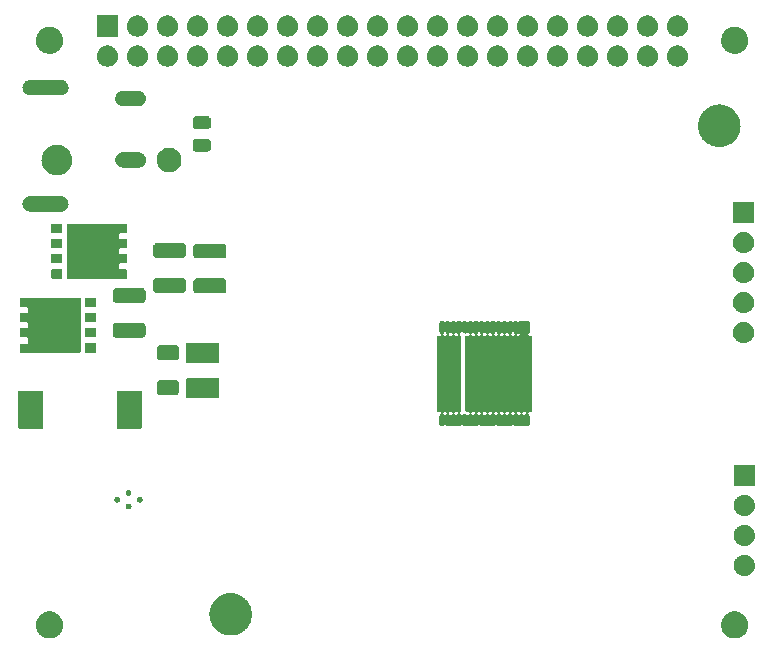
<source format=gbr>
G04 #@! TF.GenerationSoftware,KiCad,Pcbnew,7.0.5-0*
G04 #@! TF.CreationDate,2023-06-09T10:40:46+01:00*
G04 #@! TF.ProjectId,Hashat,48617368-6174-42e6-9b69-6361645f7063,rev?*
G04 #@! TF.SameCoordinates,Original*
G04 #@! TF.FileFunction,Soldermask,Top*
G04 #@! TF.FilePolarity,Negative*
%FSLAX46Y46*%
G04 Gerber Fmt 4.6, Leading zero omitted, Abs format (unit mm)*
G04 Created by KiCad (PCBNEW 7.0.5-0) date 2023-06-09 10:40:46*
%MOMM*%
%LPD*%
G01*
G04 APERTURE LIST*
G04 APERTURE END LIST*
G36*
X80550672Y-107353910D02*
G01*
X80606201Y-107353910D01*
X80655050Y-107363041D01*
X80699783Y-107366955D01*
X80754691Y-107381667D01*
X80814986Y-107392939D01*
X80855882Y-107408782D01*
X80893500Y-107418862D01*
X80950449Y-107445417D01*
X81013045Y-107469667D01*
X81045350Y-107489669D01*
X81075263Y-107503618D01*
X81131688Y-107543127D01*
X81193632Y-107581482D01*
X81217378Y-107603130D01*
X81239539Y-107618647D01*
X81292543Y-107671651D01*
X81350599Y-107724576D01*
X81366424Y-107745532D01*
X81381352Y-107760460D01*
X81427922Y-107826969D01*
X81478600Y-107894077D01*
X81487677Y-107912307D01*
X81496381Y-107924737D01*
X81533430Y-108004191D01*
X81573276Y-108084211D01*
X81577239Y-108098139D01*
X81581137Y-108106499D01*
X81605709Y-108198204D01*
X81631402Y-108288504D01*
X81632192Y-108297039D01*
X81633044Y-108300216D01*
X81642447Y-108407707D01*
X81651000Y-108500000D01*
X81642447Y-108592299D01*
X81633044Y-108699783D01*
X81632193Y-108702958D01*
X81631402Y-108711496D01*
X81605705Y-108801811D01*
X81581137Y-108893500D01*
X81577239Y-108901857D01*
X81573276Y-108915789D01*
X81533427Y-108995815D01*
X81496381Y-109075263D01*
X81487678Y-109087691D01*
X81478600Y-109105923D01*
X81427917Y-109173037D01*
X81381352Y-109239539D01*
X81366427Y-109254463D01*
X81350599Y-109275424D01*
X81292532Y-109328358D01*
X81239539Y-109381352D01*
X81217383Y-109396865D01*
X81193632Y-109418518D01*
X81131675Y-109456879D01*
X81075263Y-109496381D01*
X81045357Y-109510325D01*
X81013045Y-109530333D01*
X80950436Y-109554587D01*
X80893500Y-109581137D01*
X80855890Y-109591214D01*
X80814986Y-109607061D01*
X80754679Y-109618334D01*
X80699783Y-109633044D01*
X80655060Y-109636956D01*
X80606201Y-109646090D01*
X80550660Y-109646090D01*
X80500000Y-109650522D01*
X80449340Y-109646090D01*
X80393799Y-109646090D01*
X80344940Y-109636956D01*
X80300216Y-109633044D01*
X80245317Y-109618333D01*
X80185014Y-109607061D01*
X80144111Y-109591215D01*
X80106499Y-109581137D01*
X80049557Y-109554585D01*
X79986955Y-109530333D01*
X79954645Y-109510327D01*
X79924736Y-109496381D01*
X79868315Y-109456874D01*
X79806368Y-109418518D01*
X79782619Y-109396868D01*
X79760460Y-109381352D01*
X79707456Y-109328348D01*
X79649401Y-109275424D01*
X79633575Y-109254467D01*
X79618647Y-109239539D01*
X79572069Y-109173019D01*
X79521400Y-109105923D01*
X79512324Y-109087696D01*
X79503618Y-109075263D01*
X79466556Y-108995783D01*
X79426724Y-108915789D01*
X79422761Y-108901863D01*
X79418862Y-108893500D01*
X79394277Y-108801751D01*
X79368598Y-108711496D01*
X79367807Y-108702964D01*
X79366955Y-108699783D01*
X79357534Y-108592106D01*
X79349000Y-108500000D01*
X79357534Y-108407900D01*
X79366955Y-108300216D01*
X79367807Y-108297034D01*
X79368598Y-108288504D01*
X79394273Y-108198264D01*
X79418862Y-108106499D01*
X79422762Y-108098134D01*
X79426724Y-108084211D01*
X79466553Y-108004222D01*
X79503618Y-107924737D01*
X79512324Y-107912302D01*
X79521400Y-107894077D01*
X79572063Y-107826987D01*
X79618647Y-107760460D01*
X79633578Y-107745528D01*
X79649401Y-107724576D01*
X79707444Y-107671662D01*
X79760460Y-107618647D01*
X79782624Y-107603127D01*
X79806368Y-107581482D01*
X79868308Y-107543129D01*
X79924737Y-107503618D01*
X79954649Y-107489669D01*
X79986955Y-107469667D01*
X80049546Y-107445419D01*
X80106499Y-107418862D01*
X80144119Y-107408781D01*
X80185014Y-107392939D01*
X80245304Y-107381668D01*
X80300216Y-107366955D01*
X80344950Y-107363041D01*
X80393799Y-107353910D01*
X80449328Y-107353910D01*
X80500000Y-107349477D01*
X80550672Y-107353910D01*
G37*
G36*
X138550671Y-107353910D02*
G01*
X138606201Y-107353910D01*
X138655050Y-107363041D01*
X138699783Y-107366955D01*
X138754691Y-107381667D01*
X138814986Y-107392939D01*
X138855882Y-107408782D01*
X138893500Y-107418862D01*
X138950449Y-107445417D01*
X139013045Y-107469667D01*
X139045350Y-107489669D01*
X139075263Y-107503618D01*
X139131688Y-107543127D01*
X139193632Y-107581482D01*
X139217378Y-107603130D01*
X139239539Y-107618647D01*
X139292543Y-107671651D01*
X139350599Y-107724576D01*
X139366424Y-107745532D01*
X139381352Y-107760460D01*
X139427922Y-107826969D01*
X139478600Y-107894077D01*
X139487677Y-107912307D01*
X139496381Y-107924737D01*
X139533430Y-108004191D01*
X139573276Y-108084211D01*
X139577239Y-108098139D01*
X139581137Y-108106499D01*
X139605709Y-108198204D01*
X139631402Y-108288504D01*
X139632192Y-108297039D01*
X139633044Y-108300216D01*
X139642447Y-108407707D01*
X139651000Y-108500000D01*
X139642447Y-108592299D01*
X139633044Y-108699783D01*
X139632193Y-108702958D01*
X139631402Y-108711496D01*
X139605705Y-108801811D01*
X139581137Y-108893500D01*
X139577239Y-108901857D01*
X139573276Y-108915789D01*
X139533427Y-108995815D01*
X139496381Y-109075263D01*
X139487678Y-109087691D01*
X139478600Y-109105923D01*
X139427917Y-109173037D01*
X139381352Y-109239539D01*
X139366427Y-109254463D01*
X139350599Y-109275424D01*
X139292532Y-109328358D01*
X139239539Y-109381352D01*
X139217383Y-109396865D01*
X139193632Y-109418518D01*
X139131675Y-109456879D01*
X139075263Y-109496381D01*
X139045357Y-109510325D01*
X139013045Y-109530333D01*
X138950436Y-109554587D01*
X138893500Y-109581137D01*
X138855890Y-109591214D01*
X138814986Y-109607061D01*
X138754679Y-109618334D01*
X138699783Y-109633044D01*
X138655060Y-109636956D01*
X138606201Y-109646090D01*
X138550659Y-109646090D01*
X138499999Y-109650522D01*
X138449339Y-109646090D01*
X138393799Y-109646090D01*
X138344940Y-109636956D01*
X138300216Y-109633044D01*
X138245317Y-109618333D01*
X138185014Y-109607061D01*
X138144111Y-109591215D01*
X138106499Y-109581137D01*
X138049557Y-109554585D01*
X137986955Y-109530333D01*
X137954645Y-109510327D01*
X137924736Y-109496381D01*
X137868315Y-109456874D01*
X137806368Y-109418518D01*
X137782619Y-109396868D01*
X137760460Y-109381352D01*
X137707456Y-109328348D01*
X137649401Y-109275424D01*
X137633575Y-109254467D01*
X137618647Y-109239539D01*
X137572069Y-109173019D01*
X137521400Y-109105923D01*
X137512324Y-109087696D01*
X137503618Y-109075263D01*
X137466556Y-108995783D01*
X137426724Y-108915789D01*
X137422761Y-108901863D01*
X137418862Y-108893500D01*
X137394277Y-108801751D01*
X137368598Y-108711496D01*
X137367807Y-108702964D01*
X137366955Y-108699783D01*
X137357534Y-108592106D01*
X137349000Y-108500000D01*
X137357534Y-108407900D01*
X137366955Y-108300216D01*
X137367807Y-108297034D01*
X137368598Y-108288504D01*
X137394273Y-108198264D01*
X137418862Y-108106499D01*
X137422762Y-108098134D01*
X137426724Y-108084211D01*
X137466553Y-108004222D01*
X137503618Y-107924737D01*
X137512324Y-107912302D01*
X137521400Y-107894077D01*
X137572063Y-107826987D01*
X137618647Y-107760460D01*
X137633578Y-107745528D01*
X137649401Y-107724576D01*
X137707444Y-107671662D01*
X137760460Y-107618647D01*
X137782624Y-107603127D01*
X137806368Y-107581482D01*
X137868308Y-107543129D01*
X137924737Y-107503618D01*
X137954649Y-107489669D01*
X137986955Y-107469667D01*
X138049546Y-107445419D01*
X138106499Y-107418862D01*
X138144119Y-107408781D01*
X138185014Y-107392939D01*
X138245304Y-107381668D01*
X138300216Y-107366955D01*
X138344950Y-107363041D01*
X138393799Y-107353910D01*
X138449327Y-107353910D01*
X138499999Y-107349477D01*
X138550671Y-107353910D01*
G37*
G36*
X95903951Y-105805036D02*
G01*
X95972589Y-105805036D01*
X96034570Y-105814378D01*
X96094269Y-105818648D01*
X96165044Y-105834044D01*
X96238760Y-105845155D01*
X96292924Y-105861862D01*
X96345305Y-105873257D01*
X96419110Y-105900785D01*
X96495979Y-105924496D01*
X96541658Y-105946493D01*
X96586030Y-105963044D01*
X96660770Y-106003855D01*
X96738500Y-106041288D01*
X96775412Y-106066454D01*
X96811522Y-106086172D01*
X96884907Y-106141107D01*
X96960905Y-106192922D01*
X96989220Y-106219194D01*
X97017192Y-106240134D01*
X97086708Y-106309650D01*
X97158226Y-106376009D01*
X97178540Y-106401482D01*
X97198865Y-106421807D01*
X97261896Y-106506007D01*
X97326056Y-106586461D01*
X97339317Y-106609429D01*
X97352827Y-106627477D01*
X97406719Y-106726173D01*
X97460645Y-106819575D01*
X97468119Y-106838618D01*
X97475955Y-106852969D01*
X97518138Y-106966066D01*
X97558987Y-107070146D01*
X97562184Y-107084157D01*
X97565742Y-107093694D01*
X97593789Y-107222626D01*
X97618884Y-107332575D01*
X97619502Y-107340830D01*
X97620351Y-107344730D01*
X97631986Y-107507408D01*
X97639000Y-107601000D01*
X97631983Y-107694625D01*
X97620351Y-107857269D01*
X97619502Y-107861168D01*
X97618884Y-107869425D01*
X97593784Y-107979393D01*
X97565742Y-108108305D01*
X97562185Y-108117840D01*
X97558987Y-108131854D01*
X97518131Y-108235952D01*
X97475955Y-108349030D01*
X97468120Y-108363377D01*
X97460645Y-108382425D01*
X97406709Y-108475843D01*
X97352827Y-108574522D01*
X97339319Y-108592565D01*
X97326056Y-108615539D01*
X97261884Y-108696007D01*
X97198865Y-108780192D01*
X97178544Y-108800512D01*
X97158226Y-108825991D01*
X97086694Y-108892362D01*
X97017192Y-108961865D01*
X96989225Y-108982800D01*
X96960905Y-109009078D01*
X96884892Y-109060902D01*
X96811522Y-109115827D01*
X96775420Y-109135540D01*
X96738500Y-109160712D01*
X96660755Y-109198151D01*
X96586030Y-109238955D01*
X96541667Y-109255501D01*
X96495979Y-109277504D01*
X96419094Y-109301219D01*
X96345305Y-109328742D01*
X96292935Y-109340134D01*
X96238760Y-109356845D01*
X96165029Y-109367958D01*
X96094269Y-109383351D01*
X96034582Y-109387619D01*
X95972589Y-109396964D01*
X95903937Y-109396964D01*
X95838000Y-109401680D01*
X95772062Y-109396964D01*
X95703411Y-109396964D01*
X95641418Y-109387620D01*
X95581730Y-109383351D01*
X95510967Y-109367957D01*
X95437240Y-109356845D01*
X95383066Y-109340134D01*
X95330694Y-109328742D01*
X95256899Y-109301217D01*
X95180021Y-109277504D01*
X95134336Y-109255503D01*
X95089969Y-109238955D01*
X95015236Y-109198147D01*
X94937500Y-109160712D01*
X94900583Y-109135542D01*
X94864477Y-109115827D01*
X94791095Y-109060894D01*
X94715095Y-109009078D01*
X94686778Y-108982803D01*
X94658807Y-108961865D01*
X94589291Y-108892349D01*
X94517774Y-108825991D01*
X94497459Y-108800517D01*
X94477134Y-108780192D01*
X94414099Y-108695986D01*
X94349944Y-108615539D01*
X94336683Y-108592571D01*
X94323172Y-108574522D01*
X94269272Y-108475812D01*
X94215355Y-108382425D01*
X94207882Y-108363384D01*
X94200044Y-108349030D01*
X94157848Y-108235901D01*
X94117013Y-108131854D01*
X94113816Y-108117847D01*
X94110257Y-108108305D01*
X94082193Y-107979300D01*
X94057116Y-107869425D01*
X94056497Y-107861175D01*
X94055648Y-107857269D01*
X94043994Y-107694332D01*
X94037000Y-107601000D01*
X94043991Y-107507701D01*
X94055648Y-107344730D01*
X94056497Y-107340823D01*
X94057116Y-107332575D01*
X94082189Y-107222720D01*
X94110257Y-107093694D01*
X94113816Y-107084150D01*
X94117013Y-107070146D01*
X94157840Y-106966118D01*
X94200044Y-106852969D01*
X94207883Y-106838612D01*
X94215355Y-106819575D01*
X94269262Y-106726205D01*
X94323172Y-106627477D01*
X94336686Y-106609424D01*
X94349944Y-106586461D01*
X94414086Y-106506028D01*
X94477134Y-106421807D01*
X94497463Y-106401477D01*
X94517774Y-106376009D01*
X94589277Y-106309663D01*
X94658807Y-106240134D01*
X94686783Y-106219190D01*
X94715095Y-106192922D01*
X94791080Y-106141115D01*
X94864477Y-106086172D01*
X94900591Y-106066452D01*
X94937500Y-106041288D01*
X95015220Y-106003859D01*
X95089969Y-105963044D01*
X95134345Y-105946492D01*
X95180021Y-105924496D01*
X95256884Y-105900787D01*
X95330694Y-105873257D01*
X95383077Y-105861861D01*
X95437240Y-105845155D01*
X95510952Y-105834044D01*
X95581730Y-105818648D01*
X95641430Y-105814378D01*
X95703411Y-105805036D01*
X95772048Y-105805036D01*
X95838000Y-105800319D01*
X95903951Y-105805036D01*
G37*
G36*
X139364983Y-102572936D02*
G01*
X139415180Y-102572936D01*
X139458524Y-102582149D01*
X139496659Y-102585905D01*
X139544566Y-102600437D01*
X139599424Y-102612098D01*
X139634530Y-102627728D01*
X139665566Y-102637143D01*
X139714884Y-102663504D01*
X139771500Y-102688711D01*
X139797822Y-102707835D01*
X139821232Y-102720348D01*
X139868988Y-102759540D01*
X139923887Y-102799427D01*
X139941711Y-102819223D01*
X139957675Y-102832324D01*
X140000572Y-102884594D01*
X140049924Y-102939405D01*
X140060292Y-102957363D01*
X140069651Y-102968767D01*
X140104273Y-103033542D01*
X140144104Y-103102530D01*
X140148685Y-103116630D01*
X140152856Y-103124433D01*
X140175852Y-103200242D01*
X140202311Y-103281672D01*
X140203242Y-103290532D01*
X140204094Y-103293340D01*
X140212385Y-103377520D01*
X140222000Y-103469000D01*
X140212382Y-103560501D01*
X140204094Y-103644659D01*
X140203242Y-103647466D01*
X140202311Y-103656328D01*
X140175848Y-103737771D01*
X140152856Y-103813566D01*
X140148686Y-103821366D01*
X140144104Y-103835470D01*
X140104266Y-103904470D01*
X140069651Y-103969232D01*
X140060294Y-103980633D01*
X140049924Y-103998595D01*
X140000563Y-104053415D01*
X139957675Y-104105675D01*
X139941714Y-104118773D01*
X139923887Y-104138573D01*
X139868977Y-104178467D01*
X139821232Y-104217651D01*
X139797827Y-104230161D01*
X139771500Y-104249289D01*
X139714873Y-104274500D01*
X139665566Y-104300856D01*
X139634537Y-104310268D01*
X139599424Y-104325902D01*
X139544555Y-104337564D01*
X139496659Y-104352094D01*
X139458533Y-104355849D01*
X139415180Y-104365064D01*
X139364972Y-104365064D01*
X139320999Y-104369395D01*
X139277026Y-104365064D01*
X139226820Y-104365064D01*
X139183467Y-104355849D01*
X139145340Y-104352094D01*
X139097441Y-104337563D01*
X139042576Y-104325902D01*
X139007464Y-104310269D01*
X138976433Y-104300856D01*
X138927120Y-104274498D01*
X138870500Y-104249289D01*
X138844175Y-104230163D01*
X138820767Y-104217651D01*
X138773013Y-104178460D01*
X138718113Y-104138573D01*
X138700287Y-104118776D01*
X138684324Y-104105675D01*
X138641425Y-104053402D01*
X138592076Y-103998595D01*
X138581708Y-103980637D01*
X138572348Y-103969232D01*
X138537719Y-103904447D01*
X138497896Y-103835470D01*
X138493315Y-103821371D01*
X138489143Y-103813566D01*
X138466136Y-103737725D01*
X138439689Y-103656328D01*
X138438758Y-103647471D01*
X138437905Y-103644659D01*
X138429601Y-103560349D01*
X138420000Y-103469000D01*
X138429598Y-103377672D01*
X138437905Y-103293340D01*
X138438758Y-103290527D01*
X138439689Y-103281672D01*
X138466132Y-103200288D01*
X138489143Y-103124433D01*
X138493315Y-103116626D01*
X138497896Y-103102530D01*
X138537712Y-103033565D01*
X138572348Y-102968767D01*
X138581710Y-102957359D01*
X138592076Y-102939405D01*
X138641416Y-102884607D01*
X138684324Y-102832324D01*
X138700291Y-102819219D01*
X138718113Y-102799427D01*
X138773002Y-102759546D01*
X138820767Y-102720348D01*
X138844180Y-102707833D01*
X138870500Y-102688711D01*
X138927109Y-102663506D01*
X138976433Y-102637143D01*
X139007471Y-102627727D01*
X139042576Y-102612098D01*
X139097430Y-102600438D01*
X139145340Y-102585905D01*
X139183476Y-102582148D01*
X139226820Y-102572936D01*
X139277016Y-102572936D01*
X139320999Y-102568604D01*
X139364983Y-102572936D01*
G37*
G36*
X139364983Y-100032936D02*
G01*
X139415180Y-100032936D01*
X139458524Y-100042149D01*
X139496659Y-100045905D01*
X139544566Y-100060437D01*
X139599424Y-100072098D01*
X139634530Y-100087728D01*
X139665566Y-100097143D01*
X139714884Y-100123504D01*
X139771500Y-100148711D01*
X139797822Y-100167835D01*
X139821232Y-100180348D01*
X139868988Y-100219540D01*
X139923887Y-100259427D01*
X139941711Y-100279223D01*
X139957675Y-100292324D01*
X140000572Y-100344594D01*
X140049924Y-100399405D01*
X140060292Y-100417363D01*
X140069651Y-100428767D01*
X140104273Y-100493542D01*
X140144104Y-100562530D01*
X140148685Y-100576630D01*
X140152856Y-100584433D01*
X140175852Y-100660242D01*
X140202311Y-100741672D01*
X140203242Y-100750532D01*
X140204094Y-100753340D01*
X140212384Y-100837513D01*
X140222000Y-100929000D01*
X140212383Y-101020494D01*
X140204094Y-101104659D01*
X140203242Y-101107466D01*
X140202311Y-101116328D01*
X140175848Y-101197771D01*
X140152856Y-101273566D01*
X140148686Y-101281366D01*
X140144104Y-101295470D01*
X140104266Y-101364470D01*
X140069651Y-101429232D01*
X140060294Y-101440633D01*
X140049924Y-101458595D01*
X140000563Y-101513415D01*
X139957675Y-101565675D01*
X139941714Y-101578773D01*
X139923887Y-101598573D01*
X139868977Y-101638467D01*
X139821232Y-101677651D01*
X139797827Y-101690161D01*
X139771500Y-101709289D01*
X139714873Y-101734500D01*
X139665566Y-101760856D01*
X139634537Y-101770268D01*
X139599424Y-101785902D01*
X139544555Y-101797564D01*
X139496659Y-101812094D01*
X139458532Y-101815849D01*
X139415180Y-101825064D01*
X139364973Y-101825064D01*
X139321000Y-101829395D01*
X139277027Y-101825064D01*
X139226820Y-101825064D01*
X139183467Y-101815849D01*
X139145340Y-101812094D01*
X139097441Y-101797563D01*
X139042576Y-101785902D01*
X139007464Y-101770269D01*
X138976433Y-101760856D01*
X138927120Y-101734498D01*
X138870500Y-101709289D01*
X138844175Y-101690163D01*
X138820767Y-101677651D01*
X138773013Y-101638460D01*
X138718113Y-101598573D01*
X138700287Y-101578776D01*
X138684324Y-101565675D01*
X138641425Y-101513402D01*
X138592076Y-101458595D01*
X138581708Y-101440637D01*
X138572348Y-101429232D01*
X138537719Y-101364447D01*
X138497896Y-101295470D01*
X138493315Y-101281371D01*
X138489143Y-101273566D01*
X138466136Y-101197725D01*
X138439689Y-101116328D01*
X138438758Y-101107471D01*
X138437905Y-101104659D01*
X138429600Y-101020342D01*
X138420000Y-100929000D01*
X138429599Y-100837664D01*
X138437905Y-100753340D01*
X138438758Y-100750527D01*
X138439689Y-100741672D01*
X138466132Y-100660288D01*
X138489143Y-100584433D01*
X138493315Y-100576626D01*
X138497896Y-100562530D01*
X138537712Y-100493565D01*
X138572348Y-100428767D01*
X138581710Y-100417359D01*
X138592076Y-100399405D01*
X138641416Y-100344607D01*
X138684324Y-100292324D01*
X138700291Y-100279219D01*
X138718113Y-100259427D01*
X138773002Y-100219546D01*
X138820767Y-100180348D01*
X138844180Y-100167833D01*
X138870500Y-100148711D01*
X138927109Y-100123506D01*
X138976433Y-100097143D01*
X139007471Y-100087727D01*
X139042576Y-100072098D01*
X139097430Y-100060438D01*
X139145340Y-100045905D01*
X139183476Y-100042148D01*
X139226820Y-100032936D01*
X139277016Y-100032936D01*
X139321000Y-100028604D01*
X139364983Y-100032936D01*
G37*
G36*
X139364983Y-97492936D02*
G01*
X139415180Y-97492936D01*
X139458524Y-97502149D01*
X139496659Y-97505905D01*
X139544566Y-97520437D01*
X139599424Y-97532098D01*
X139634530Y-97547728D01*
X139665566Y-97557143D01*
X139714884Y-97583504D01*
X139771500Y-97608711D01*
X139797822Y-97627835D01*
X139821232Y-97640348D01*
X139868988Y-97679540D01*
X139923887Y-97719427D01*
X139941711Y-97739223D01*
X139957675Y-97752324D01*
X140000572Y-97804594D01*
X140049924Y-97859405D01*
X140060292Y-97877363D01*
X140069651Y-97888767D01*
X140104273Y-97953542D01*
X140144104Y-98022530D01*
X140148685Y-98036630D01*
X140152856Y-98044433D01*
X140175852Y-98120242D01*
X140202311Y-98201672D01*
X140203242Y-98210532D01*
X140204094Y-98213340D01*
X140212385Y-98297520D01*
X140222000Y-98389000D01*
X140212382Y-98480501D01*
X140204094Y-98564659D01*
X140203242Y-98567466D01*
X140202311Y-98576328D01*
X140175848Y-98657771D01*
X140152856Y-98733566D01*
X140148686Y-98741366D01*
X140144104Y-98755470D01*
X140104266Y-98824470D01*
X140069651Y-98889232D01*
X140060294Y-98900633D01*
X140049924Y-98918595D01*
X140000563Y-98973415D01*
X139957675Y-99025675D01*
X139941714Y-99038773D01*
X139923887Y-99058573D01*
X139868977Y-99098467D01*
X139821232Y-99137651D01*
X139797827Y-99150161D01*
X139771500Y-99169289D01*
X139714873Y-99194500D01*
X139665566Y-99220856D01*
X139634537Y-99230268D01*
X139599424Y-99245902D01*
X139544555Y-99257564D01*
X139496659Y-99272094D01*
X139458533Y-99275849D01*
X139415180Y-99285064D01*
X139364972Y-99285064D01*
X139320999Y-99289395D01*
X139277026Y-99285064D01*
X139226820Y-99285064D01*
X139183467Y-99275849D01*
X139145340Y-99272094D01*
X139097441Y-99257563D01*
X139042576Y-99245902D01*
X139007464Y-99230269D01*
X138976433Y-99220856D01*
X138927120Y-99194498D01*
X138870500Y-99169289D01*
X138844175Y-99150163D01*
X138820767Y-99137651D01*
X138773013Y-99098460D01*
X138718113Y-99058573D01*
X138700287Y-99038776D01*
X138684324Y-99025675D01*
X138641425Y-98973402D01*
X138592076Y-98918595D01*
X138581708Y-98900637D01*
X138572348Y-98889232D01*
X138537719Y-98824447D01*
X138497896Y-98755470D01*
X138493315Y-98741371D01*
X138489143Y-98733566D01*
X138466136Y-98657725D01*
X138439689Y-98576328D01*
X138438758Y-98567471D01*
X138437905Y-98564659D01*
X138429601Y-98480349D01*
X138420000Y-98389000D01*
X138429598Y-98297672D01*
X138437905Y-98213340D01*
X138438758Y-98210527D01*
X138439689Y-98201672D01*
X138466132Y-98120288D01*
X138489143Y-98044433D01*
X138493315Y-98036626D01*
X138497896Y-98022530D01*
X138537712Y-97953565D01*
X138572348Y-97888767D01*
X138581710Y-97877359D01*
X138592076Y-97859405D01*
X138641416Y-97804607D01*
X138684324Y-97752324D01*
X138700291Y-97739219D01*
X138718113Y-97719427D01*
X138773002Y-97679546D01*
X138820767Y-97640348D01*
X138844180Y-97627833D01*
X138870500Y-97608711D01*
X138927109Y-97583506D01*
X138976433Y-97557143D01*
X139007471Y-97547727D01*
X139042576Y-97532098D01*
X139097430Y-97520438D01*
X139145340Y-97505905D01*
X139183476Y-97502148D01*
X139226820Y-97492936D01*
X139277016Y-97492936D01*
X139320999Y-97488604D01*
X139364983Y-97492936D01*
G37*
G36*
X87228129Y-98234845D02*
G01*
X87266773Y-98240966D01*
X87271815Y-98243535D01*
X87285745Y-98246306D01*
X87313016Y-98264528D01*
X87336308Y-98276396D01*
X87347444Y-98287532D01*
X87367175Y-98300716D01*
X87380358Y-98320446D01*
X87391494Y-98331582D01*
X87403360Y-98354871D01*
X87421585Y-98382146D01*
X87424356Y-98396077D01*
X87426924Y-98401117D01*
X87433040Y-98439738D01*
X87440691Y-98478200D01*
X87433040Y-98516663D01*
X87426924Y-98555282D01*
X87424356Y-98560321D01*
X87421585Y-98574254D01*
X87403358Y-98601532D01*
X87391494Y-98624817D01*
X87380360Y-98635950D01*
X87367175Y-98655684D01*
X87347441Y-98668869D01*
X87336308Y-98680003D01*
X87313023Y-98691867D01*
X87285745Y-98710094D01*
X87271812Y-98712865D01*
X87266773Y-98715433D01*
X87228154Y-98721549D01*
X87189691Y-98729200D01*
X87151229Y-98721549D01*
X87112608Y-98715433D01*
X87107568Y-98712865D01*
X87093637Y-98710094D01*
X87066362Y-98691869D01*
X87043073Y-98680003D01*
X87031937Y-98668867D01*
X87012207Y-98655684D01*
X86999023Y-98635953D01*
X86987887Y-98624817D01*
X86976019Y-98601525D01*
X86957797Y-98574254D01*
X86955026Y-98560324D01*
X86952457Y-98555282D01*
X86946336Y-98516638D01*
X86938691Y-98478200D01*
X86946336Y-98439763D01*
X86952457Y-98401117D01*
X86955026Y-98396073D01*
X86957797Y-98382146D01*
X86976017Y-98354877D01*
X86987887Y-98331582D01*
X86999025Y-98320443D01*
X87012207Y-98300716D01*
X87031934Y-98287534D01*
X87043073Y-98276396D01*
X87066368Y-98264526D01*
X87093637Y-98246306D01*
X87107564Y-98243535D01*
X87112608Y-98240966D01*
X87151254Y-98234845D01*
X87189691Y-98227200D01*
X87228129Y-98234845D01*
G37*
G36*
X86278131Y-97659846D02*
G01*
X86316773Y-97665966D01*
X86321815Y-97668535D01*
X86335745Y-97671306D01*
X86363016Y-97689528D01*
X86386308Y-97701396D01*
X86397444Y-97712532D01*
X86417175Y-97725716D01*
X86430358Y-97745446D01*
X86441494Y-97756582D01*
X86453360Y-97779871D01*
X86471585Y-97807146D01*
X86474356Y-97821077D01*
X86476924Y-97826117D01*
X86483041Y-97864740D01*
X86490691Y-97903200D01*
X86483039Y-97941665D01*
X86476924Y-97980282D01*
X86474356Y-97985321D01*
X86471585Y-97999254D01*
X86453358Y-98026532D01*
X86441494Y-98049817D01*
X86430360Y-98060950D01*
X86417175Y-98080684D01*
X86397441Y-98093869D01*
X86386308Y-98105003D01*
X86363023Y-98116867D01*
X86335745Y-98135094D01*
X86321812Y-98137865D01*
X86316773Y-98140433D01*
X86278156Y-98146548D01*
X86239691Y-98154200D01*
X86201231Y-98146550D01*
X86162608Y-98140433D01*
X86157568Y-98137865D01*
X86143637Y-98135094D01*
X86116362Y-98116869D01*
X86093073Y-98105003D01*
X86081937Y-98093867D01*
X86062207Y-98080684D01*
X86049023Y-98060953D01*
X86037887Y-98049817D01*
X86026019Y-98026525D01*
X86007797Y-97999254D01*
X86005026Y-97985324D01*
X86002457Y-97980282D01*
X85996337Y-97941640D01*
X85988691Y-97903200D01*
X85996336Y-97864765D01*
X86002457Y-97826117D01*
X86005026Y-97821073D01*
X86007797Y-97807146D01*
X86026017Y-97779877D01*
X86037887Y-97756582D01*
X86049025Y-97745443D01*
X86062207Y-97725716D01*
X86081934Y-97712534D01*
X86093073Y-97701396D01*
X86116368Y-97689526D01*
X86143637Y-97671306D01*
X86157564Y-97668535D01*
X86162608Y-97665966D01*
X86201256Y-97659845D01*
X86239691Y-97652200D01*
X86278131Y-97659846D01*
G37*
G36*
X88178131Y-97659846D02*
G01*
X88216773Y-97665966D01*
X88221815Y-97668535D01*
X88235745Y-97671306D01*
X88263016Y-97689528D01*
X88286308Y-97701396D01*
X88297444Y-97712532D01*
X88317175Y-97725716D01*
X88330358Y-97745446D01*
X88341494Y-97756582D01*
X88353360Y-97779871D01*
X88371585Y-97807146D01*
X88374356Y-97821077D01*
X88376924Y-97826117D01*
X88383040Y-97864738D01*
X88390691Y-97903200D01*
X88383040Y-97941663D01*
X88376924Y-97980282D01*
X88374356Y-97985321D01*
X88371585Y-97999254D01*
X88353358Y-98026532D01*
X88341494Y-98049817D01*
X88330360Y-98060950D01*
X88317175Y-98080684D01*
X88297441Y-98093869D01*
X88286308Y-98105003D01*
X88263023Y-98116867D01*
X88235745Y-98135094D01*
X88221812Y-98137865D01*
X88216773Y-98140433D01*
X88178156Y-98146548D01*
X88139691Y-98154200D01*
X88101231Y-98146550D01*
X88062608Y-98140433D01*
X88057568Y-98137865D01*
X88043637Y-98135094D01*
X88016362Y-98116869D01*
X87993073Y-98105003D01*
X87981937Y-98093867D01*
X87962207Y-98080684D01*
X87949023Y-98060953D01*
X87937887Y-98049817D01*
X87926019Y-98026525D01*
X87907797Y-97999254D01*
X87905026Y-97985324D01*
X87902457Y-97980282D01*
X87896336Y-97941638D01*
X87888691Y-97903200D01*
X87896336Y-97864763D01*
X87902457Y-97826117D01*
X87905026Y-97821073D01*
X87907797Y-97807146D01*
X87926017Y-97779877D01*
X87937887Y-97756582D01*
X87949025Y-97745443D01*
X87962207Y-97725716D01*
X87981934Y-97712534D01*
X87993073Y-97701396D01*
X88016368Y-97689526D01*
X88043637Y-97671306D01*
X88057564Y-97668535D01*
X88062608Y-97665966D01*
X88101256Y-97659845D01*
X88139691Y-97652200D01*
X88178131Y-97659846D01*
G37*
G36*
X87228131Y-97084846D02*
G01*
X87266773Y-97090966D01*
X87271815Y-97093535D01*
X87285745Y-97096306D01*
X87313016Y-97114528D01*
X87336308Y-97126396D01*
X87347444Y-97137532D01*
X87367175Y-97150716D01*
X87380358Y-97170446D01*
X87391494Y-97181582D01*
X87403360Y-97204871D01*
X87421585Y-97232146D01*
X87424356Y-97246077D01*
X87426924Y-97251117D01*
X87433040Y-97289738D01*
X87440691Y-97328200D01*
X87433040Y-97366663D01*
X87426924Y-97405282D01*
X87424356Y-97410321D01*
X87421585Y-97424254D01*
X87403358Y-97451532D01*
X87391494Y-97474817D01*
X87380360Y-97485950D01*
X87367175Y-97505684D01*
X87347441Y-97518869D01*
X87336308Y-97530003D01*
X87313023Y-97541867D01*
X87285745Y-97560094D01*
X87271812Y-97562865D01*
X87266773Y-97565433D01*
X87228156Y-97571548D01*
X87189691Y-97579200D01*
X87151231Y-97571550D01*
X87112608Y-97565433D01*
X87107568Y-97562865D01*
X87093637Y-97560094D01*
X87066362Y-97541869D01*
X87043073Y-97530003D01*
X87031937Y-97518867D01*
X87012207Y-97505684D01*
X86999023Y-97485953D01*
X86987887Y-97474817D01*
X86976019Y-97451525D01*
X86957797Y-97424254D01*
X86955026Y-97410324D01*
X86952457Y-97405282D01*
X86946336Y-97366638D01*
X86938691Y-97328200D01*
X86946336Y-97289763D01*
X86952457Y-97251117D01*
X86955026Y-97246073D01*
X86957797Y-97232146D01*
X86976017Y-97204877D01*
X86987887Y-97181582D01*
X86999025Y-97170443D01*
X87012207Y-97150716D01*
X87031934Y-97137534D01*
X87043073Y-97126396D01*
X87066368Y-97114526D01*
X87093637Y-97096306D01*
X87107564Y-97093535D01*
X87112608Y-97090966D01*
X87151256Y-97084845D01*
X87189691Y-97077200D01*
X87228131Y-97084846D01*
G37*
G36*
X140190517Y-94951882D02*
G01*
X140207062Y-94962938D01*
X140218118Y-94979483D01*
X140222000Y-94999000D01*
X140222000Y-96699000D01*
X140218118Y-96718517D01*
X140207062Y-96735062D01*
X140190517Y-96746118D01*
X140171000Y-96750000D01*
X138471000Y-96750000D01*
X138451483Y-96746118D01*
X138434938Y-96735062D01*
X138423882Y-96718517D01*
X138420000Y-96699000D01*
X138420000Y-94999000D01*
X138423882Y-94979483D01*
X138434938Y-94962938D01*
X138451483Y-94951882D01*
X138471000Y-94948000D01*
X140171000Y-94948000D01*
X140190517Y-94951882D01*
G37*
G36*
X79936517Y-88688882D02*
G01*
X79953062Y-88699938D01*
X79964118Y-88716483D01*
X79968000Y-88736000D01*
X79968000Y-91836000D01*
X79964118Y-91855517D01*
X79953062Y-91872062D01*
X79936517Y-91883118D01*
X79917000Y-91887000D01*
X77917000Y-91887000D01*
X77897483Y-91883118D01*
X77880938Y-91872062D01*
X77869882Y-91855517D01*
X77866000Y-91836000D01*
X77866000Y-88736000D01*
X77869882Y-88716483D01*
X77880938Y-88699938D01*
X77897483Y-88688882D01*
X77917000Y-88685000D01*
X79917000Y-88685000D01*
X79936517Y-88688882D01*
G37*
G36*
X88256517Y-88688882D02*
G01*
X88273062Y-88699938D01*
X88284118Y-88716483D01*
X88288000Y-88736000D01*
X88288000Y-91836000D01*
X88284118Y-91855517D01*
X88273062Y-91872062D01*
X88256517Y-91883118D01*
X88237000Y-91887000D01*
X86237000Y-91887000D01*
X86217483Y-91883118D01*
X86200938Y-91872062D01*
X86189882Y-91855517D01*
X86186000Y-91836000D01*
X86186000Y-88736000D01*
X86189882Y-88716483D01*
X86200938Y-88699938D01*
X86217483Y-88688882D01*
X86237000Y-88685000D01*
X88237000Y-88685000D01*
X88256517Y-88688882D01*
G37*
G36*
X120534009Y-82769810D02*
G01*
X120558045Y-82772599D01*
X120566258Y-82776225D01*
X120588612Y-82780672D01*
X120612543Y-82796662D01*
X120618234Y-82799175D01*
X120622118Y-82803060D01*
X120643472Y-82817328D01*
X120648971Y-82825558D01*
X120743823Y-82825565D01*
X120749328Y-82817328D01*
X120770657Y-82803076D01*
X120774555Y-82799179D01*
X120780260Y-82796660D01*
X120804188Y-82780672D01*
X120826539Y-82776226D01*
X120834754Y-82772599D01*
X120858792Y-82769810D01*
X120868900Y-82767800D01*
X121003900Y-82767800D01*
X121014009Y-82769810D01*
X121038045Y-82772599D01*
X121046258Y-82776225D01*
X121068612Y-82780672D01*
X121092544Y-82796663D01*
X121098238Y-82799177D01*
X121102126Y-82803065D01*
X121123472Y-82817328D01*
X121137734Y-82838673D01*
X121141622Y-82842561D01*
X121144135Y-82848253D01*
X121160128Y-82872188D01*
X121164574Y-82894543D01*
X121168200Y-82902754D01*
X121170987Y-82926780D01*
X121173000Y-82936900D01*
X121173000Y-83661900D01*
X121170986Y-83672022D01*
X121168200Y-83696045D01*
X121164575Y-83704253D01*
X121160128Y-83726612D01*
X121144132Y-83750551D01*
X121141621Y-83756239D01*
X121137736Y-83760123D01*
X121123472Y-83781472D01*
X121102123Y-83795736D01*
X121044789Y-83853071D01*
X121108713Y-84007400D01*
X121272400Y-84007400D01*
X121311281Y-84015134D01*
X121344242Y-84037158D01*
X121366266Y-84070119D01*
X121374000Y-84109000D01*
X121374000Y-90359000D01*
X121366266Y-90397881D01*
X121344242Y-90430842D01*
X121311281Y-90452866D01*
X121272400Y-90460600D01*
X121069280Y-90460600D01*
X121005356Y-90614927D01*
X121082683Y-90692255D01*
X121103701Y-90706299D01*
X121117744Y-90727316D01*
X121127551Y-90737123D01*
X121136420Y-90755266D01*
X121154990Y-90783057D01*
X121158408Y-90800245D01*
X121162088Y-90807771D01*
X121168063Y-90848780D01*
X121173000Y-90873600D01*
X121173000Y-91463600D01*
X121168062Y-91488424D01*
X121162088Y-91529427D01*
X121158409Y-91536951D01*
X121154990Y-91554143D01*
X121136418Y-91581936D01*
X121127551Y-91600076D01*
X121117747Y-91609879D01*
X121103701Y-91630901D01*
X121082679Y-91644947D01*
X121072876Y-91654751D01*
X121054736Y-91663618D01*
X121026943Y-91682190D01*
X121009753Y-91685609D01*
X121002228Y-91689288D01*
X120961231Y-91695260D01*
X120936400Y-91700200D01*
X120911582Y-91695263D01*
X120870572Y-91689288D01*
X120863046Y-91685609D01*
X120845857Y-91682190D01*
X120818065Y-91663620D01*
X120799923Y-91654751D01*
X120790116Y-91644944D01*
X120769099Y-91630901D01*
X120755056Y-91609885D01*
X120748176Y-91603005D01*
X120644624Y-91603005D01*
X120637743Y-91609885D01*
X120623701Y-91630901D01*
X120602681Y-91644946D01*
X120592876Y-91654751D01*
X120574736Y-91663618D01*
X120546943Y-91682190D01*
X120529753Y-91685609D01*
X120522228Y-91689288D01*
X120481231Y-91695260D01*
X120456400Y-91700200D01*
X120431582Y-91695263D01*
X120390572Y-91689288D01*
X120383046Y-91685609D01*
X120365857Y-91682190D01*
X120338065Y-91663620D01*
X120319923Y-91654751D01*
X120310116Y-91644944D01*
X120289099Y-91630901D01*
X120275056Y-91609885D01*
X120268176Y-91603005D01*
X120164624Y-91603005D01*
X120157743Y-91609885D01*
X120143701Y-91630901D01*
X120122681Y-91644946D01*
X120112876Y-91654751D01*
X120094736Y-91663618D01*
X120066943Y-91682190D01*
X120049753Y-91685609D01*
X120042228Y-91689288D01*
X120001231Y-91695260D01*
X119976400Y-91700200D01*
X119951582Y-91695263D01*
X119910572Y-91689288D01*
X119903046Y-91685609D01*
X119885857Y-91682190D01*
X119858065Y-91663620D01*
X119839923Y-91654751D01*
X119830116Y-91644944D01*
X119809099Y-91630901D01*
X119795056Y-91609885D01*
X119788176Y-91603005D01*
X119684624Y-91603005D01*
X119677743Y-91609885D01*
X119663701Y-91630901D01*
X119642681Y-91644946D01*
X119632876Y-91654751D01*
X119614736Y-91663618D01*
X119586943Y-91682190D01*
X119569753Y-91685609D01*
X119562228Y-91689288D01*
X119521231Y-91695260D01*
X119496400Y-91700200D01*
X119471582Y-91695263D01*
X119430572Y-91689288D01*
X119423046Y-91685609D01*
X119405857Y-91682190D01*
X119378065Y-91663620D01*
X119359923Y-91654751D01*
X119350116Y-91644944D01*
X119329099Y-91630901D01*
X119315056Y-91609885D01*
X119308176Y-91603005D01*
X119204624Y-91603005D01*
X119197743Y-91609885D01*
X119183701Y-91630901D01*
X119162681Y-91644946D01*
X119152876Y-91654751D01*
X119134736Y-91663618D01*
X119106943Y-91682190D01*
X119089753Y-91685609D01*
X119082228Y-91689288D01*
X119041231Y-91695260D01*
X119016400Y-91700200D01*
X118991582Y-91695263D01*
X118950572Y-91689288D01*
X118943046Y-91685609D01*
X118925857Y-91682190D01*
X118898065Y-91663620D01*
X118879923Y-91654751D01*
X118870116Y-91644944D01*
X118849099Y-91630901D01*
X118835056Y-91609885D01*
X118828176Y-91603005D01*
X118724624Y-91603005D01*
X118717743Y-91609885D01*
X118703701Y-91630901D01*
X118682681Y-91644946D01*
X118672876Y-91654751D01*
X118654736Y-91663618D01*
X118626943Y-91682190D01*
X118609753Y-91685609D01*
X118602228Y-91689288D01*
X118561231Y-91695260D01*
X118536400Y-91700200D01*
X118511582Y-91695263D01*
X118470572Y-91689288D01*
X118463046Y-91685609D01*
X118445857Y-91682190D01*
X118418065Y-91663620D01*
X118399923Y-91654751D01*
X118390116Y-91644944D01*
X118369099Y-91630901D01*
X118355056Y-91609885D01*
X118348176Y-91603005D01*
X118244624Y-91603005D01*
X118237743Y-91609885D01*
X118223701Y-91630901D01*
X118202681Y-91644946D01*
X118192876Y-91654751D01*
X118174736Y-91663618D01*
X118146943Y-91682190D01*
X118129753Y-91685609D01*
X118122228Y-91689288D01*
X118081231Y-91695260D01*
X118056400Y-91700200D01*
X118031582Y-91695263D01*
X117990572Y-91689288D01*
X117983046Y-91685609D01*
X117965857Y-91682190D01*
X117938065Y-91663620D01*
X117919923Y-91654751D01*
X117910116Y-91644944D01*
X117889099Y-91630901D01*
X117875056Y-91609885D01*
X117868176Y-91603005D01*
X117764624Y-91603005D01*
X117757743Y-91609885D01*
X117743701Y-91630901D01*
X117722681Y-91644946D01*
X117712876Y-91654751D01*
X117694736Y-91663618D01*
X117666943Y-91682190D01*
X117649753Y-91685609D01*
X117642228Y-91689288D01*
X117601231Y-91695260D01*
X117576400Y-91700200D01*
X117551582Y-91695263D01*
X117510572Y-91689288D01*
X117503046Y-91685609D01*
X117485857Y-91682190D01*
X117458065Y-91663620D01*
X117439923Y-91654751D01*
X117430116Y-91644944D01*
X117409099Y-91630901D01*
X117395056Y-91609885D01*
X117388176Y-91603005D01*
X117284624Y-91603005D01*
X117277743Y-91609885D01*
X117263701Y-91630901D01*
X117242681Y-91644946D01*
X117232876Y-91654751D01*
X117214736Y-91663618D01*
X117186943Y-91682190D01*
X117169753Y-91685609D01*
X117162228Y-91689288D01*
X117121231Y-91695260D01*
X117096400Y-91700200D01*
X117071582Y-91695263D01*
X117030572Y-91689288D01*
X117023046Y-91685609D01*
X117005857Y-91682190D01*
X116978065Y-91663620D01*
X116959923Y-91654751D01*
X116950116Y-91644944D01*
X116929099Y-91630901D01*
X116915056Y-91609885D01*
X116908176Y-91603005D01*
X116804624Y-91603005D01*
X116797743Y-91609885D01*
X116783701Y-91630901D01*
X116762681Y-91644946D01*
X116752876Y-91654751D01*
X116734736Y-91663618D01*
X116706943Y-91682190D01*
X116689753Y-91685609D01*
X116682228Y-91689288D01*
X116641231Y-91695260D01*
X116616400Y-91700200D01*
X116591582Y-91695263D01*
X116550572Y-91689288D01*
X116543046Y-91685609D01*
X116525857Y-91682190D01*
X116498065Y-91663620D01*
X116479923Y-91654751D01*
X116470116Y-91644944D01*
X116449099Y-91630901D01*
X116435056Y-91609885D01*
X116428176Y-91603005D01*
X116324624Y-91603005D01*
X116317743Y-91609885D01*
X116303701Y-91630901D01*
X116282681Y-91644946D01*
X116272876Y-91654751D01*
X116254736Y-91663618D01*
X116226943Y-91682190D01*
X116209753Y-91685609D01*
X116202228Y-91689288D01*
X116161231Y-91695260D01*
X116136400Y-91700200D01*
X116111582Y-91695263D01*
X116070572Y-91689288D01*
X116063046Y-91685609D01*
X116045857Y-91682190D01*
X116018065Y-91663620D01*
X115999923Y-91654751D01*
X115990116Y-91644944D01*
X115969099Y-91630901D01*
X115955056Y-91609885D01*
X115948176Y-91603005D01*
X115844624Y-91603005D01*
X115837743Y-91609885D01*
X115823701Y-91630901D01*
X115802681Y-91644946D01*
X115792876Y-91654751D01*
X115774736Y-91663618D01*
X115746943Y-91682190D01*
X115729753Y-91685609D01*
X115722228Y-91689288D01*
X115681231Y-91695260D01*
X115656400Y-91700200D01*
X115631582Y-91695263D01*
X115590572Y-91689288D01*
X115583046Y-91685609D01*
X115565857Y-91682190D01*
X115538065Y-91663620D01*
X115519923Y-91654751D01*
X115510116Y-91644944D01*
X115489099Y-91630901D01*
X115475056Y-91609885D01*
X115468176Y-91603005D01*
X115364624Y-91603005D01*
X115357743Y-91609885D01*
X115343701Y-91630901D01*
X115322681Y-91644946D01*
X115312876Y-91654751D01*
X115294736Y-91663618D01*
X115266943Y-91682190D01*
X115249753Y-91685609D01*
X115242228Y-91689288D01*
X115201231Y-91695260D01*
X115176400Y-91700200D01*
X115151582Y-91695263D01*
X115110572Y-91689288D01*
X115103046Y-91685609D01*
X115085857Y-91682190D01*
X115058065Y-91663620D01*
X115039923Y-91654751D01*
X115030116Y-91644944D01*
X115009099Y-91630901D01*
X114995056Y-91609885D01*
X114988176Y-91603005D01*
X114884624Y-91603005D01*
X114877743Y-91609885D01*
X114863701Y-91630901D01*
X114842681Y-91644946D01*
X114832876Y-91654751D01*
X114814736Y-91663618D01*
X114786943Y-91682190D01*
X114769753Y-91685609D01*
X114762228Y-91689288D01*
X114721231Y-91695260D01*
X114696400Y-91700200D01*
X114671582Y-91695263D01*
X114630572Y-91689288D01*
X114623046Y-91685609D01*
X114605857Y-91682190D01*
X114578065Y-91663620D01*
X114559923Y-91654751D01*
X114550116Y-91644944D01*
X114529099Y-91630901D01*
X114515056Y-91609885D01*
X114508176Y-91603005D01*
X114404624Y-91603005D01*
X114397743Y-91609885D01*
X114383701Y-91630901D01*
X114362681Y-91644946D01*
X114352876Y-91654751D01*
X114334736Y-91663618D01*
X114306943Y-91682190D01*
X114289753Y-91685609D01*
X114282228Y-91689288D01*
X114241231Y-91695260D01*
X114216400Y-91700200D01*
X114191582Y-91695263D01*
X114150572Y-91689288D01*
X114143046Y-91685609D01*
X114125857Y-91682190D01*
X114098065Y-91663620D01*
X114079923Y-91654751D01*
X114070116Y-91644944D01*
X114049099Y-91630901D01*
X114035056Y-91609885D01*
X114028176Y-91603005D01*
X113924624Y-91603005D01*
X113917743Y-91609885D01*
X113903701Y-91630901D01*
X113882681Y-91644946D01*
X113872876Y-91654751D01*
X113854736Y-91663618D01*
X113826943Y-91682190D01*
X113809753Y-91685609D01*
X113802228Y-91689288D01*
X113761231Y-91695260D01*
X113736400Y-91700200D01*
X113711582Y-91695263D01*
X113670572Y-91689288D01*
X113663046Y-91685609D01*
X113645857Y-91682190D01*
X113618065Y-91663620D01*
X113599923Y-91654751D01*
X113590117Y-91644945D01*
X113569099Y-91630901D01*
X113555054Y-91609882D01*
X113545248Y-91600076D01*
X113536377Y-91581930D01*
X113517810Y-91554143D01*
X113514391Y-91536956D01*
X113510711Y-91529428D01*
X113504733Y-91488403D01*
X113499800Y-91463600D01*
X113499800Y-90873600D01*
X113504733Y-90848796D01*
X113510711Y-90807772D01*
X113514391Y-90800243D01*
X113517810Y-90783057D01*
X113536376Y-90755271D01*
X113545249Y-90737121D01*
X113555058Y-90727311D01*
X113569099Y-90706299D01*
X113590111Y-90692258D01*
X113667444Y-90614926D01*
X113667443Y-90614924D01*
X113805356Y-90614924D01*
X113882685Y-90692256D01*
X113903701Y-90706299D01*
X113917746Y-90727319D01*
X113924621Y-90734194D01*
X114028175Y-90734196D01*
X114035057Y-90727313D01*
X114049099Y-90706299D01*
X114070113Y-90692257D01*
X114147443Y-90614927D01*
X114147442Y-90614924D01*
X114285356Y-90614924D01*
X114362685Y-90692256D01*
X114383701Y-90706299D01*
X114397746Y-90727319D01*
X114404621Y-90734194D01*
X114508175Y-90734196D01*
X114515057Y-90727313D01*
X114529099Y-90706299D01*
X114550113Y-90692257D01*
X114627443Y-90614927D01*
X114627442Y-90614924D01*
X114765356Y-90614924D01*
X114842685Y-90692256D01*
X114863701Y-90706299D01*
X114877746Y-90727319D01*
X114884621Y-90734194D01*
X114988175Y-90734196D01*
X114995057Y-90727313D01*
X115009099Y-90706299D01*
X115030113Y-90692257D01*
X115107443Y-90614927D01*
X115043519Y-90460600D01*
X114829281Y-90460600D01*
X114765356Y-90614924D01*
X114627442Y-90614924D01*
X114563519Y-90460600D01*
X114349281Y-90460600D01*
X114285356Y-90614924D01*
X114147442Y-90614924D01*
X114083519Y-90460600D01*
X113869281Y-90460600D01*
X113805356Y-90614924D01*
X113667443Y-90614924D01*
X113603519Y-90460600D01*
X113411400Y-90460600D01*
X113372519Y-90452866D01*
X113339558Y-90430842D01*
X113317534Y-90397881D01*
X113309800Y-90359000D01*
X113309800Y-84109000D01*
X113317534Y-84070119D01*
X113339558Y-84037158D01*
X113372519Y-84015134D01*
X113411400Y-84007400D01*
X113423710Y-84007400D01*
X113603519Y-84007399D01*
X113667443Y-83853072D01*
X113667441Y-83853070D01*
X113805356Y-83853070D01*
X113869279Y-84007400D01*
X114083519Y-84007400D01*
X114147443Y-83853072D01*
X114147441Y-83853070D01*
X114285356Y-83853070D01*
X114349279Y-84007400D01*
X114563519Y-84007400D01*
X114627443Y-83853072D01*
X114627441Y-83853070D01*
X114765356Y-83853070D01*
X114829279Y-84007400D01*
X115043519Y-84007400D01*
X115059872Y-83967919D01*
X115225294Y-83967919D01*
X115294125Y-84013909D01*
X115300281Y-84015134D01*
X115333242Y-84037158D01*
X115355266Y-84070119D01*
X115363000Y-84109000D01*
X115363000Y-90359000D01*
X115355266Y-90397881D01*
X115333242Y-90430842D01*
X115300281Y-90452866D01*
X115294121Y-90454091D01*
X115225295Y-90500078D01*
X115235001Y-90644377D01*
X115249758Y-90651591D01*
X115266943Y-90655010D01*
X115294733Y-90673579D01*
X115312878Y-90682450D01*
X115322682Y-90692254D01*
X115343701Y-90706299D01*
X115357746Y-90727319D01*
X115364621Y-90734194D01*
X115468173Y-90734196D01*
X115475060Y-90727308D01*
X115489099Y-90706299D01*
X115510108Y-90692260D01*
X115519920Y-90682449D01*
X115538073Y-90673574D01*
X115565857Y-90655010D01*
X115583043Y-90651591D01*
X115590572Y-90647911D01*
X115631590Y-90641934D01*
X115656400Y-90637000D01*
X115660231Y-90637762D01*
X115723413Y-90628557D01*
X115728208Y-90617776D01*
X115802685Y-90692256D01*
X115823701Y-90706299D01*
X115837746Y-90727319D01*
X115844621Y-90734194D01*
X115948175Y-90734196D01*
X115955057Y-90727313D01*
X115969099Y-90706299D01*
X115990113Y-90692257D01*
X116067443Y-90614927D01*
X116067442Y-90614924D01*
X116205356Y-90614924D01*
X116282685Y-90692256D01*
X116303701Y-90706299D01*
X116317746Y-90727319D01*
X116324621Y-90734194D01*
X116428175Y-90734196D01*
X116435057Y-90727313D01*
X116449099Y-90706299D01*
X116470113Y-90692257D01*
X116547443Y-90614927D01*
X116547442Y-90614924D01*
X116685356Y-90614924D01*
X116762685Y-90692256D01*
X116783701Y-90706299D01*
X116797746Y-90727319D01*
X116804621Y-90734194D01*
X116908175Y-90734196D01*
X116915057Y-90727313D01*
X116929099Y-90706299D01*
X116950113Y-90692257D01*
X117027443Y-90614927D01*
X117027442Y-90614924D01*
X117165356Y-90614924D01*
X117242685Y-90692256D01*
X117263701Y-90706299D01*
X117277746Y-90727319D01*
X117284621Y-90734194D01*
X117388175Y-90734196D01*
X117395057Y-90727313D01*
X117409099Y-90706299D01*
X117430113Y-90692257D01*
X117507443Y-90614927D01*
X117507442Y-90614924D01*
X117645356Y-90614924D01*
X117722685Y-90692256D01*
X117743701Y-90706299D01*
X117757746Y-90727319D01*
X117764621Y-90734194D01*
X117868175Y-90734196D01*
X117875057Y-90727313D01*
X117889099Y-90706299D01*
X117910113Y-90692257D01*
X117987443Y-90614927D01*
X117987442Y-90614924D01*
X118125356Y-90614924D01*
X118202685Y-90692256D01*
X118223701Y-90706299D01*
X118237746Y-90727319D01*
X118244621Y-90734194D01*
X118348175Y-90734196D01*
X118355057Y-90727313D01*
X118369099Y-90706299D01*
X118390113Y-90692257D01*
X118467443Y-90614927D01*
X118467442Y-90614924D01*
X118605356Y-90614924D01*
X118682685Y-90692256D01*
X118703701Y-90706299D01*
X118717746Y-90727319D01*
X118724621Y-90734194D01*
X118828175Y-90734196D01*
X118835057Y-90727313D01*
X118849099Y-90706299D01*
X118870113Y-90692257D01*
X118947443Y-90614927D01*
X118947442Y-90614924D01*
X119085356Y-90614924D01*
X119162685Y-90692256D01*
X119183701Y-90706299D01*
X119197746Y-90727319D01*
X119204621Y-90734194D01*
X119308175Y-90734196D01*
X119315057Y-90727313D01*
X119329099Y-90706299D01*
X119350113Y-90692257D01*
X119427443Y-90614927D01*
X119427442Y-90614924D01*
X119565356Y-90614924D01*
X119642685Y-90692256D01*
X119663701Y-90706299D01*
X119677746Y-90727319D01*
X119684621Y-90734194D01*
X119788175Y-90734196D01*
X119795057Y-90727313D01*
X119809099Y-90706299D01*
X119830113Y-90692257D01*
X119907443Y-90614927D01*
X119907442Y-90614924D01*
X120045356Y-90614924D01*
X120122685Y-90692256D01*
X120143701Y-90706299D01*
X120157746Y-90727319D01*
X120164621Y-90734194D01*
X120268175Y-90734196D01*
X120275057Y-90727313D01*
X120289099Y-90706299D01*
X120310113Y-90692257D01*
X120387443Y-90614927D01*
X120387442Y-90614924D01*
X120525356Y-90614924D01*
X120602685Y-90692256D01*
X120623701Y-90706299D01*
X120637746Y-90727319D01*
X120644621Y-90734194D01*
X120748175Y-90734196D01*
X120755057Y-90727313D01*
X120769099Y-90706299D01*
X120790113Y-90692257D01*
X120867443Y-90614927D01*
X120803519Y-90460600D01*
X120589281Y-90460600D01*
X120525356Y-90614924D01*
X120387442Y-90614924D01*
X120323519Y-90460600D01*
X120109281Y-90460600D01*
X120045356Y-90614924D01*
X119907442Y-90614924D01*
X119843519Y-90460600D01*
X119629281Y-90460600D01*
X119565356Y-90614924D01*
X119427442Y-90614924D01*
X119363519Y-90460600D01*
X119149281Y-90460600D01*
X119085356Y-90614924D01*
X118947442Y-90614924D01*
X118883519Y-90460600D01*
X118669281Y-90460600D01*
X118605356Y-90614924D01*
X118467442Y-90614924D01*
X118403519Y-90460600D01*
X118189281Y-90460600D01*
X118125356Y-90614924D01*
X117987442Y-90614924D01*
X117923519Y-90460600D01*
X117709281Y-90460600D01*
X117645356Y-90614924D01*
X117507442Y-90614924D01*
X117443519Y-90460600D01*
X117229281Y-90460600D01*
X117165356Y-90614924D01*
X117027442Y-90614924D01*
X116963519Y-90460600D01*
X116749281Y-90460600D01*
X116685356Y-90614924D01*
X116547442Y-90614924D01*
X116483519Y-90460600D01*
X116269281Y-90460600D01*
X116205356Y-90614924D01*
X116067442Y-90614924D01*
X116003519Y-90460600D01*
X115800400Y-90460600D01*
X115800395Y-90460599D01*
X115789281Y-90460599D01*
X115774756Y-90495662D01*
X115733775Y-90434327D01*
X115728558Y-90430842D01*
X115706534Y-90397881D01*
X115698800Y-90359000D01*
X115698800Y-84109000D01*
X115706534Y-84070119D01*
X115728558Y-84037158D01*
X115733774Y-84033672D01*
X115774756Y-83972337D01*
X115789279Y-84007400D01*
X116003519Y-84007400D01*
X116067443Y-83853072D01*
X116067441Y-83853070D01*
X116205356Y-83853070D01*
X116269279Y-84007400D01*
X116483519Y-84007400D01*
X116547443Y-83853072D01*
X116547441Y-83853070D01*
X116685356Y-83853070D01*
X116749279Y-84007400D01*
X116963519Y-84007400D01*
X117027443Y-83853072D01*
X117027441Y-83853070D01*
X117165356Y-83853070D01*
X117229279Y-84007400D01*
X117443519Y-84007400D01*
X117507443Y-83853072D01*
X117507441Y-83853070D01*
X117645356Y-83853070D01*
X117709279Y-84007400D01*
X117923519Y-84007400D01*
X117987443Y-83853072D01*
X117987441Y-83853070D01*
X118125356Y-83853070D01*
X118189279Y-84007400D01*
X118403519Y-84007400D01*
X118467443Y-83853072D01*
X118467441Y-83853070D01*
X118605356Y-83853070D01*
X118669279Y-84007400D01*
X118883519Y-84007400D01*
X118947443Y-83853072D01*
X118947441Y-83853070D01*
X119085356Y-83853070D01*
X119149279Y-84007400D01*
X119363519Y-84007400D01*
X119427443Y-83853072D01*
X119427441Y-83853070D01*
X119565356Y-83853070D01*
X119629279Y-84007400D01*
X119843519Y-84007400D01*
X119907443Y-83853072D01*
X120045356Y-83853072D01*
X120109280Y-84007400D01*
X120284086Y-84007400D01*
X120348010Y-83853072D01*
X120290670Y-83795732D01*
X120269328Y-83781472D01*
X120255067Y-83760129D01*
X120248459Y-83753521D01*
X120149167Y-83753521D01*
X120143701Y-83761701D01*
X120122682Y-83775745D01*
X120045356Y-83853072D01*
X119907443Y-83853072D01*
X119830114Y-83775743D01*
X119809099Y-83761701D01*
X119795056Y-83740685D01*
X119788177Y-83733806D01*
X119684626Y-83733804D01*
X119677741Y-83740688D01*
X119663701Y-83761701D01*
X119642684Y-83775743D01*
X119565356Y-83853070D01*
X119427441Y-83853070D01*
X119350114Y-83775743D01*
X119329099Y-83761701D01*
X119315056Y-83740685D01*
X119308177Y-83733806D01*
X119204626Y-83733804D01*
X119197741Y-83740688D01*
X119183701Y-83761701D01*
X119162684Y-83775743D01*
X119085356Y-83853070D01*
X118947441Y-83853070D01*
X118870114Y-83775743D01*
X118849099Y-83761701D01*
X118835056Y-83740685D01*
X118828177Y-83733806D01*
X118724626Y-83733804D01*
X118717741Y-83740688D01*
X118703701Y-83761701D01*
X118682684Y-83775743D01*
X118605356Y-83853070D01*
X118467441Y-83853070D01*
X118390114Y-83775743D01*
X118369099Y-83761701D01*
X118355056Y-83740685D01*
X118348177Y-83733806D01*
X118244626Y-83733804D01*
X118237741Y-83740688D01*
X118223701Y-83761701D01*
X118202684Y-83775743D01*
X118125356Y-83853070D01*
X117987441Y-83853070D01*
X117910114Y-83775743D01*
X117889099Y-83761701D01*
X117875056Y-83740685D01*
X117868177Y-83733806D01*
X117764626Y-83733804D01*
X117757741Y-83740688D01*
X117743701Y-83761701D01*
X117722684Y-83775743D01*
X117645356Y-83853070D01*
X117507441Y-83853070D01*
X117430114Y-83775743D01*
X117409099Y-83761701D01*
X117395056Y-83740685D01*
X117388177Y-83733806D01*
X117284626Y-83733804D01*
X117277741Y-83740688D01*
X117263701Y-83761701D01*
X117242684Y-83775743D01*
X117165356Y-83853070D01*
X117027441Y-83853070D01*
X116950114Y-83775743D01*
X116929099Y-83761701D01*
X116915056Y-83740685D01*
X116908177Y-83733806D01*
X116804626Y-83733804D01*
X116797741Y-83740688D01*
X116783701Y-83761701D01*
X116762684Y-83775743D01*
X116685356Y-83853070D01*
X116547441Y-83853070D01*
X116470114Y-83775743D01*
X116449099Y-83761701D01*
X116435056Y-83740685D01*
X116428177Y-83733806D01*
X116324626Y-83733804D01*
X116317741Y-83740688D01*
X116303701Y-83761701D01*
X116282684Y-83775743D01*
X116205356Y-83853070D01*
X116067441Y-83853070D01*
X115990114Y-83775743D01*
X115969099Y-83761701D01*
X115955056Y-83740685D01*
X115948177Y-83733806D01*
X115844626Y-83733804D01*
X115837741Y-83740688D01*
X115823701Y-83761701D01*
X115802683Y-83775744D01*
X115728206Y-83850219D01*
X115723413Y-83839443D01*
X115660232Y-83830237D01*
X115656400Y-83831000D01*
X115631577Y-83826062D01*
X115590572Y-83820088D01*
X115583046Y-83816409D01*
X115565857Y-83812990D01*
X115538065Y-83794420D01*
X115519923Y-83785551D01*
X115510116Y-83775744D01*
X115489099Y-83761701D01*
X115475056Y-83740685D01*
X115468176Y-83733805D01*
X115364624Y-83733805D01*
X115357743Y-83740685D01*
X115343701Y-83761701D01*
X115322681Y-83775746D01*
X115312878Y-83785549D01*
X115294742Y-83794414D01*
X115266943Y-83812990D01*
X115249748Y-83816410D01*
X115235002Y-83823619D01*
X115225294Y-83967919D01*
X115059872Y-83967919D01*
X115107443Y-83853072D01*
X115030114Y-83775743D01*
X115009099Y-83761701D01*
X114995056Y-83740685D01*
X114988177Y-83733806D01*
X114884626Y-83733804D01*
X114877741Y-83740688D01*
X114863701Y-83761701D01*
X114842684Y-83775743D01*
X114765356Y-83853070D01*
X114627441Y-83853070D01*
X114550114Y-83775743D01*
X114529099Y-83761701D01*
X114515056Y-83740685D01*
X114508177Y-83733806D01*
X114404626Y-83733804D01*
X114397741Y-83740688D01*
X114383701Y-83761701D01*
X114362684Y-83775743D01*
X114285356Y-83853070D01*
X114147441Y-83853070D01*
X114070114Y-83775743D01*
X114049099Y-83761701D01*
X114035056Y-83740685D01*
X114028177Y-83733806D01*
X113924626Y-83733804D01*
X113917741Y-83740688D01*
X113903701Y-83761701D01*
X113882684Y-83775743D01*
X113805356Y-83853070D01*
X113667441Y-83853070D01*
X113590116Y-83775744D01*
X113569099Y-83761701D01*
X113555055Y-83740683D01*
X113545248Y-83730876D01*
X113536377Y-83712730D01*
X113517810Y-83684943D01*
X113514391Y-83667756D01*
X113510711Y-83660228D01*
X113504733Y-83619203D01*
X113499800Y-83594400D01*
X113499800Y-83004400D01*
X113504733Y-82979596D01*
X113510711Y-82938572D01*
X113514391Y-82931043D01*
X113517810Y-82913857D01*
X113536376Y-82886071D01*
X113545248Y-82867923D01*
X113555056Y-82858114D01*
X113569099Y-82837099D01*
X113590114Y-82823056D01*
X113599923Y-82813248D01*
X113618072Y-82804375D01*
X113645857Y-82785810D01*
X113663041Y-82782391D01*
X113670571Y-82778711D01*
X113711590Y-82772734D01*
X113736400Y-82767800D01*
X113761201Y-82772733D01*
X113802227Y-82778711D01*
X113809754Y-82782391D01*
X113826943Y-82785810D01*
X113854733Y-82804379D01*
X113872877Y-82813249D01*
X113882682Y-82823054D01*
X113903701Y-82837099D01*
X113917746Y-82858119D01*
X113924621Y-82864994D01*
X114028173Y-82864996D01*
X114035060Y-82858108D01*
X114049099Y-82837099D01*
X114070108Y-82823060D01*
X114079920Y-82813249D01*
X114098073Y-82804374D01*
X114125857Y-82785810D01*
X114143041Y-82782391D01*
X114150571Y-82778711D01*
X114191590Y-82772734D01*
X114216400Y-82767800D01*
X114241201Y-82772733D01*
X114282227Y-82778711D01*
X114289754Y-82782391D01*
X114306943Y-82785810D01*
X114334733Y-82804379D01*
X114352877Y-82813249D01*
X114362682Y-82823054D01*
X114383701Y-82837099D01*
X114397746Y-82858119D01*
X114404621Y-82864994D01*
X114508173Y-82864996D01*
X114515060Y-82858108D01*
X114529099Y-82837099D01*
X114550108Y-82823060D01*
X114559920Y-82813249D01*
X114578073Y-82804374D01*
X114605857Y-82785810D01*
X114623041Y-82782391D01*
X114630571Y-82778711D01*
X114671590Y-82772734D01*
X114696400Y-82767800D01*
X114721201Y-82772733D01*
X114762227Y-82778711D01*
X114769754Y-82782391D01*
X114786943Y-82785810D01*
X114814733Y-82804379D01*
X114832877Y-82813249D01*
X114842682Y-82823054D01*
X114863701Y-82837099D01*
X114877746Y-82858119D01*
X114884621Y-82864994D01*
X114988173Y-82864996D01*
X114995060Y-82858108D01*
X115009099Y-82837099D01*
X115030108Y-82823060D01*
X115039920Y-82813249D01*
X115058073Y-82804374D01*
X115085857Y-82785810D01*
X115103041Y-82782391D01*
X115110571Y-82778711D01*
X115151590Y-82772734D01*
X115176400Y-82767800D01*
X115201201Y-82772733D01*
X115242227Y-82778711D01*
X115249754Y-82782391D01*
X115266943Y-82785810D01*
X115294733Y-82804379D01*
X115312877Y-82813249D01*
X115322682Y-82823054D01*
X115343701Y-82837099D01*
X115357746Y-82858119D01*
X115364621Y-82864994D01*
X115468173Y-82864996D01*
X115475060Y-82858108D01*
X115489099Y-82837099D01*
X115510108Y-82823060D01*
X115519920Y-82813249D01*
X115538073Y-82804374D01*
X115565857Y-82785810D01*
X115583041Y-82782391D01*
X115590571Y-82778711D01*
X115631590Y-82772734D01*
X115656400Y-82767800D01*
X115681201Y-82772733D01*
X115722227Y-82778711D01*
X115729754Y-82782391D01*
X115746943Y-82785810D01*
X115774733Y-82804379D01*
X115792877Y-82813249D01*
X115802682Y-82823054D01*
X115823701Y-82837099D01*
X115837746Y-82858119D01*
X115844621Y-82864994D01*
X115948173Y-82864996D01*
X115955060Y-82858108D01*
X115969099Y-82837099D01*
X115990108Y-82823060D01*
X115999920Y-82813249D01*
X116018073Y-82804374D01*
X116045857Y-82785810D01*
X116063041Y-82782391D01*
X116070571Y-82778711D01*
X116111590Y-82772734D01*
X116136400Y-82767800D01*
X116161201Y-82772733D01*
X116202227Y-82778711D01*
X116209754Y-82782391D01*
X116226943Y-82785810D01*
X116254733Y-82804379D01*
X116272877Y-82813249D01*
X116282682Y-82823054D01*
X116303701Y-82837099D01*
X116317746Y-82858119D01*
X116324621Y-82864994D01*
X116428173Y-82864996D01*
X116435060Y-82858108D01*
X116449099Y-82837099D01*
X116470108Y-82823060D01*
X116479920Y-82813249D01*
X116498073Y-82804374D01*
X116525857Y-82785810D01*
X116543041Y-82782391D01*
X116550571Y-82778711D01*
X116591590Y-82772734D01*
X116616400Y-82767800D01*
X116641201Y-82772733D01*
X116682227Y-82778711D01*
X116689754Y-82782391D01*
X116706943Y-82785810D01*
X116734733Y-82804379D01*
X116752877Y-82813249D01*
X116762682Y-82823054D01*
X116783701Y-82837099D01*
X116797746Y-82858119D01*
X116804621Y-82864994D01*
X116908173Y-82864996D01*
X116915060Y-82858108D01*
X116929099Y-82837099D01*
X116950108Y-82823060D01*
X116959920Y-82813249D01*
X116978073Y-82804374D01*
X117005857Y-82785810D01*
X117023041Y-82782391D01*
X117030571Y-82778711D01*
X117071590Y-82772734D01*
X117096400Y-82767800D01*
X117121201Y-82772733D01*
X117162227Y-82778711D01*
X117169754Y-82782391D01*
X117186943Y-82785810D01*
X117214733Y-82804379D01*
X117232877Y-82813249D01*
X117242682Y-82823054D01*
X117263701Y-82837099D01*
X117277746Y-82858119D01*
X117284621Y-82864994D01*
X117388173Y-82864996D01*
X117395060Y-82858108D01*
X117409099Y-82837099D01*
X117430108Y-82823060D01*
X117439920Y-82813249D01*
X117458073Y-82804374D01*
X117485857Y-82785810D01*
X117503041Y-82782391D01*
X117510571Y-82778711D01*
X117551590Y-82772734D01*
X117576400Y-82767800D01*
X117601201Y-82772733D01*
X117642227Y-82778711D01*
X117649754Y-82782391D01*
X117666943Y-82785810D01*
X117694733Y-82804379D01*
X117712877Y-82813249D01*
X117722682Y-82823054D01*
X117743701Y-82837099D01*
X117757746Y-82858119D01*
X117764621Y-82864994D01*
X117868173Y-82864996D01*
X117875060Y-82858108D01*
X117889099Y-82837099D01*
X117910108Y-82823060D01*
X117919920Y-82813249D01*
X117938073Y-82804374D01*
X117965857Y-82785810D01*
X117983041Y-82782391D01*
X117990571Y-82778711D01*
X118031590Y-82772734D01*
X118056400Y-82767800D01*
X118081201Y-82772733D01*
X118122227Y-82778711D01*
X118129754Y-82782391D01*
X118146943Y-82785810D01*
X118174733Y-82804379D01*
X118192877Y-82813249D01*
X118202682Y-82823054D01*
X118223701Y-82837099D01*
X118237746Y-82858119D01*
X118244621Y-82864994D01*
X118348173Y-82864996D01*
X118355060Y-82858108D01*
X118369099Y-82837099D01*
X118390108Y-82823060D01*
X118399920Y-82813249D01*
X118418073Y-82804374D01*
X118445857Y-82785810D01*
X118463041Y-82782391D01*
X118470571Y-82778711D01*
X118511590Y-82772734D01*
X118536400Y-82767800D01*
X118561201Y-82772733D01*
X118602227Y-82778711D01*
X118609754Y-82782391D01*
X118626943Y-82785810D01*
X118654733Y-82804379D01*
X118672877Y-82813249D01*
X118682682Y-82823054D01*
X118703701Y-82837099D01*
X118717746Y-82858119D01*
X118724621Y-82864994D01*
X118828173Y-82864996D01*
X118835060Y-82858108D01*
X118849099Y-82837099D01*
X118870108Y-82823060D01*
X118879920Y-82813249D01*
X118898073Y-82804374D01*
X118925857Y-82785810D01*
X118943041Y-82782391D01*
X118950571Y-82778711D01*
X118991590Y-82772734D01*
X119016400Y-82767800D01*
X119041201Y-82772733D01*
X119082227Y-82778711D01*
X119089754Y-82782391D01*
X119106943Y-82785810D01*
X119134733Y-82804379D01*
X119152877Y-82813249D01*
X119162682Y-82823054D01*
X119183701Y-82837099D01*
X119197746Y-82858119D01*
X119204621Y-82864994D01*
X119308173Y-82864996D01*
X119315060Y-82858108D01*
X119329099Y-82837099D01*
X119350108Y-82823060D01*
X119359920Y-82813249D01*
X119378073Y-82804374D01*
X119405857Y-82785810D01*
X119423041Y-82782391D01*
X119430571Y-82778711D01*
X119471590Y-82772734D01*
X119496400Y-82767800D01*
X119521201Y-82772733D01*
X119562227Y-82778711D01*
X119569754Y-82782391D01*
X119586943Y-82785810D01*
X119614733Y-82804379D01*
X119632877Y-82813249D01*
X119642682Y-82823054D01*
X119663701Y-82837099D01*
X119677746Y-82858119D01*
X119684621Y-82864994D01*
X119788173Y-82864996D01*
X119795060Y-82858108D01*
X119809099Y-82837099D01*
X119830108Y-82823060D01*
X119839920Y-82813249D01*
X119858073Y-82804374D01*
X119885857Y-82785810D01*
X119903041Y-82782391D01*
X119910571Y-82778711D01*
X119951590Y-82772734D01*
X119976400Y-82767800D01*
X120001201Y-82772733D01*
X120042227Y-82778711D01*
X120049755Y-82782391D01*
X120066943Y-82785810D01*
X120094731Y-82804377D01*
X120112876Y-82813248D01*
X120122682Y-82823054D01*
X120143701Y-82837099D01*
X120149166Y-82845278D01*
X120248457Y-82845278D01*
X120255073Y-82838661D01*
X120269328Y-82817328D01*
X120290664Y-82803071D01*
X120294558Y-82799178D01*
X120300258Y-82796660D01*
X120324188Y-82780672D01*
X120346539Y-82776225D01*
X120354754Y-82772599D01*
X120378792Y-82769810D01*
X120388900Y-82767800D01*
X120523900Y-82767800D01*
X120534009Y-82769810D01*
G37*
G36*
X94858517Y-87623882D02*
G01*
X94875062Y-87634938D01*
X94886118Y-87651483D01*
X94890000Y-87671000D01*
X94890000Y-89271000D01*
X94886118Y-89290517D01*
X94875062Y-89307062D01*
X94858517Y-89318118D01*
X94839000Y-89322000D01*
X92139000Y-89322000D01*
X92119483Y-89318118D01*
X92102938Y-89307062D01*
X92091882Y-89290517D01*
X92088000Y-89271000D01*
X92088000Y-87671000D01*
X92091882Y-87651483D01*
X92102938Y-87634938D01*
X92119483Y-87623882D01*
X92139000Y-87620000D01*
X94839000Y-87620000D01*
X94858517Y-87623882D01*
G37*
G36*
X91237914Y-87787995D02*
G01*
X91253726Y-87794976D01*
X91261531Y-87796213D01*
X91294039Y-87812776D01*
X91339106Y-87832676D01*
X91417324Y-87910894D01*
X91437226Y-87955967D01*
X91453786Y-87988468D01*
X91455021Y-87996270D01*
X91462005Y-88012086D01*
X91470000Y-88081000D01*
X91470000Y-88731000D01*
X91462005Y-88799914D01*
X91455021Y-88815729D01*
X91453786Y-88823531D01*
X91437229Y-88856024D01*
X91417324Y-88901106D01*
X91339106Y-88979324D01*
X91294024Y-88999229D01*
X91261531Y-89015786D01*
X91253729Y-89017021D01*
X91237914Y-89024005D01*
X91169000Y-89032000D01*
X89869000Y-89032000D01*
X89800086Y-89024005D01*
X89784270Y-89017021D01*
X89776468Y-89015786D01*
X89743967Y-88999226D01*
X89698894Y-88979324D01*
X89620676Y-88901106D01*
X89600776Y-88856039D01*
X89584213Y-88823531D01*
X89582976Y-88815726D01*
X89575995Y-88799914D01*
X89568000Y-88731000D01*
X89568000Y-88081000D01*
X89575995Y-88012086D01*
X89582976Y-87996274D01*
X89584213Y-87988468D01*
X89600780Y-87955953D01*
X89620676Y-87910894D01*
X89698894Y-87832676D01*
X89743953Y-87812780D01*
X89776468Y-87796213D01*
X89784274Y-87794976D01*
X89800086Y-87787995D01*
X89869000Y-87780000D01*
X91169000Y-87780000D01*
X91237914Y-87787995D01*
G37*
G36*
X94858517Y-84623882D02*
G01*
X94875062Y-84634938D01*
X94886118Y-84651483D01*
X94890000Y-84671000D01*
X94890000Y-86271000D01*
X94886118Y-86290517D01*
X94875062Y-86307062D01*
X94858517Y-86318118D01*
X94839000Y-86322000D01*
X92139000Y-86322000D01*
X92119483Y-86318118D01*
X92102938Y-86307062D01*
X92091882Y-86290517D01*
X92088000Y-86271000D01*
X92088000Y-84671000D01*
X92091882Y-84651483D01*
X92102938Y-84634938D01*
X92119483Y-84623882D01*
X92139000Y-84620000D01*
X94839000Y-84620000D01*
X94858517Y-84623882D01*
G37*
G36*
X91237914Y-84837995D02*
G01*
X91253726Y-84844976D01*
X91261531Y-84846213D01*
X91294039Y-84862776D01*
X91339106Y-84882676D01*
X91417324Y-84960894D01*
X91437226Y-85005967D01*
X91453786Y-85038468D01*
X91455021Y-85046270D01*
X91462005Y-85062086D01*
X91470000Y-85131000D01*
X91470000Y-85781000D01*
X91462005Y-85849914D01*
X91455021Y-85865729D01*
X91453786Y-85873531D01*
X91437229Y-85906024D01*
X91417324Y-85951106D01*
X91339106Y-86029324D01*
X91294024Y-86049229D01*
X91261531Y-86065786D01*
X91253729Y-86067021D01*
X91237914Y-86074005D01*
X91169000Y-86082000D01*
X89869000Y-86082000D01*
X89800086Y-86074005D01*
X89784270Y-86067021D01*
X89776468Y-86065786D01*
X89743967Y-86049226D01*
X89698894Y-86029324D01*
X89620676Y-85951106D01*
X89600776Y-85906039D01*
X89584213Y-85873531D01*
X89582976Y-85865726D01*
X89575995Y-85849914D01*
X89568000Y-85781000D01*
X89568000Y-85131000D01*
X89575995Y-85062086D01*
X89582976Y-85046274D01*
X89584213Y-85038468D01*
X89600780Y-85005953D01*
X89620676Y-84960894D01*
X89698894Y-84882676D01*
X89743953Y-84862780D01*
X89776468Y-84846213D01*
X89784274Y-84844976D01*
X89800086Y-84837995D01*
X89869000Y-84830000D01*
X91169000Y-84830000D01*
X91237914Y-84837995D01*
G37*
G36*
X83095962Y-80790560D02*
G01*
X83112507Y-80801616D01*
X83123563Y-80818161D01*
X83127445Y-80837678D01*
X83127445Y-85402678D01*
X83123566Y-85422187D01*
X83122102Y-85425723D01*
X83111049Y-85442271D01*
X83094505Y-85453329D01*
X83094490Y-85453335D01*
X83090954Y-85454799D01*
X83071445Y-85458678D01*
X83059140Y-85458678D01*
X78083750Y-85458678D01*
X78071445Y-85458678D01*
X78051936Y-85454799D01*
X78048400Y-85453335D01*
X78031852Y-85442282D01*
X78020794Y-85425738D01*
X78020788Y-85425723D01*
X78019324Y-85422187D01*
X78015445Y-85402678D01*
X78015445Y-84740678D01*
X78019324Y-84721169D01*
X78020788Y-84717633D01*
X78031841Y-84701085D01*
X78048385Y-84690027D01*
X78048400Y-84690021D01*
X78051936Y-84688557D01*
X78071445Y-84684678D01*
X78622222Y-84684678D01*
X78695445Y-84611455D01*
X78695445Y-84236601D01*
X78622222Y-84163378D01*
X78071445Y-84163378D01*
X78051936Y-84159499D01*
X78048400Y-84158035D01*
X78031852Y-84146982D01*
X78020794Y-84130438D01*
X78020788Y-84130423D01*
X78019324Y-84126887D01*
X78015445Y-84107378D01*
X78015445Y-83442378D01*
X78019324Y-83422869D01*
X78020788Y-83419333D01*
X78031841Y-83402785D01*
X78048385Y-83391727D01*
X78048400Y-83391721D01*
X78051936Y-83390257D01*
X78071445Y-83386378D01*
X78622222Y-83386378D01*
X78695445Y-83313155D01*
X78695445Y-82938301D01*
X78622222Y-82865078D01*
X78071445Y-82865078D01*
X78051936Y-82861199D01*
X78048400Y-82859735D01*
X78031852Y-82848682D01*
X78020794Y-82832138D01*
X78020788Y-82832123D01*
X78019324Y-82828587D01*
X78015445Y-82809078D01*
X78015445Y-82144078D01*
X78019324Y-82124569D01*
X78020788Y-82121033D01*
X78031841Y-82104485D01*
X78048385Y-82093427D01*
X78048400Y-82093421D01*
X78051936Y-82091957D01*
X78071445Y-82088078D01*
X78622222Y-82088078D01*
X78695445Y-82014855D01*
X78695445Y-81640001D01*
X78622222Y-81566778D01*
X78071445Y-81566778D01*
X78051936Y-81562899D01*
X78048400Y-81561435D01*
X78031852Y-81550382D01*
X78020794Y-81533838D01*
X78020788Y-81533823D01*
X78019324Y-81530287D01*
X78015445Y-81510778D01*
X78015445Y-80842678D01*
X78019324Y-80823169D01*
X78020788Y-80819633D01*
X78031841Y-80803085D01*
X78048385Y-80792027D01*
X78048400Y-80792021D01*
X78051936Y-80790557D01*
X78071445Y-80786678D01*
X83076445Y-80786678D01*
X83095962Y-80790560D01*
G37*
G36*
X84395962Y-84655560D02*
G01*
X84412507Y-84666616D01*
X84423563Y-84683161D01*
X84427445Y-84702678D01*
X84427445Y-85402678D01*
X84423563Y-85422195D01*
X84412507Y-85438740D01*
X84395962Y-85449796D01*
X84376445Y-85453678D01*
X83576445Y-85453678D01*
X83556928Y-85449796D01*
X83540383Y-85438740D01*
X83529327Y-85422195D01*
X83525445Y-85402678D01*
X83525445Y-84702678D01*
X83529327Y-84683161D01*
X83540383Y-84666616D01*
X83556928Y-84655560D01*
X83576445Y-84651678D01*
X84376445Y-84651678D01*
X84395962Y-84655560D01*
G37*
G36*
X139307983Y-82848936D02*
G01*
X139358180Y-82848936D01*
X139401524Y-82858149D01*
X139439659Y-82861905D01*
X139487566Y-82876437D01*
X139542424Y-82888098D01*
X139577530Y-82903728D01*
X139608566Y-82913143D01*
X139657884Y-82939504D01*
X139714500Y-82964711D01*
X139740822Y-82983835D01*
X139764232Y-82996348D01*
X139811988Y-83035540D01*
X139866887Y-83075427D01*
X139884711Y-83095223D01*
X139900675Y-83108324D01*
X139943572Y-83160594D01*
X139992924Y-83215405D01*
X140003292Y-83233363D01*
X140012651Y-83244767D01*
X140047273Y-83309542D01*
X140087104Y-83378530D01*
X140091685Y-83392630D01*
X140095856Y-83400433D01*
X140118852Y-83476242D01*
X140145311Y-83557672D01*
X140146242Y-83566532D01*
X140147094Y-83569340D01*
X140155384Y-83653513D01*
X140165000Y-83745000D01*
X140155383Y-83836494D01*
X140147094Y-83920659D01*
X140146242Y-83923466D01*
X140145311Y-83932328D01*
X140118848Y-84013771D01*
X140095856Y-84089566D01*
X140091686Y-84097366D01*
X140087104Y-84111470D01*
X140047266Y-84180470D01*
X140012651Y-84245232D01*
X140003294Y-84256633D01*
X139992924Y-84274595D01*
X139943563Y-84329415D01*
X139900675Y-84381675D01*
X139884714Y-84394773D01*
X139866887Y-84414573D01*
X139811977Y-84454467D01*
X139764232Y-84493651D01*
X139740827Y-84506161D01*
X139714500Y-84525289D01*
X139657873Y-84550500D01*
X139608566Y-84576856D01*
X139577537Y-84586268D01*
X139542424Y-84601902D01*
X139487555Y-84613564D01*
X139439659Y-84628094D01*
X139401532Y-84631849D01*
X139358180Y-84641064D01*
X139307973Y-84641064D01*
X139264000Y-84645395D01*
X139220027Y-84641064D01*
X139169820Y-84641064D01*
X139126467Y-84631849D01*
X139088340Y-84628094D01*
X139040441Y-84613563D01*
X138985576Y-84601902D01*
X138950464Y-84586269D01*
X138919433Y-84576856D01*
X138870120Y-84550498D01*
X138813500Y-84525289D01*
X138787175Y-84506163D01*
X138763767Y-84493651D01*
X138716013Y-84454460D01*
X138661113Y-84414573D01*
X138643287Y-84394776D01*
X138627324Y-84381675D01*
X138584425Y-84329402D01*
X138535076Y-84274595D01*
X138524708Y-84256637D01*
X138515348Y-84245232D01*
X138480719Y-84180447D01*
X138440896Y-84111470D01*
X138436315Y-84097371D01*
X138432143Y-84089566D01*
X138409136Y-84013725D01*
X138382689Y-83932328D01*
X138381758Y-83923471D01*
X138380905Y-83920659D01*
X138372600Y-83836342D01*
X138363000Y-83745000D01*
X138372599Y-83653664D01*
X138380905Y-83569340D01*
X138381758Y-83566527D01*
X138382689Y-83557672D01*
X138409132Y-83476288D01*
X138432143Y-83400433D01*
X138436315Y-83392626D01*
X138440896Y-83378530D01*
X138480712Y-83309565D01*
X138515348Y-83244767D01*
X138524710Y-83233359D01*
X138535076Y-83215405D01*
X138584416Y-83160607D01*
X138627324Y-83108324D01*
X138643291Y-83095219D01*
X138661113Y-83075427D01*
X138716002Y-83035546D01*
X138763767Y-82996348D01*
X138787180Y-82983833D01*
X138813500Y-82964711D01*
X138870109Y-82939506D01*
X138919433Y-82913143D01*
X138950471Y-82903727D01*
X138985576Y-82888098D01*
X139040430Y-82876438D01*
X139088340Y-82861905D01*
X139126476Y-82858148D01*
X139169820Y-82848936D01*
X139220016Y-82848936D01*
X139264000Y-82844604D01*
X139307983Y-82848936D01*
G37*
G36*
X88404914Y-82937995D02*
G01*
X88420726Y-82944976D01*
X88428531Y-82946213D01*
X88461039Y-82962776D01*
X88506106Y-82982676D01*
X88584324Y-83060894D01*
X88604226Y-83105967D01*
X88620786Y-83138468D01*
X88622021Y-83146270D01*
X88629005Y-83162086D01*
X88637000Y-83231000D01*
X88637000Y-83881000D01*
X88629005Y-83949914D01*
X88622021Y-83965729D01*
X88620786Y-83973531D01*
X88604229Y-84006024D01*
X88584324Y-84051106D01*
X88506106Y-84129324D01*
X88461024Y-84149229D01*
X88428531Y-84165786D01*
X88420729Y-84167021D01*
X88404914Y-84174005D01*
X88336000Y-84182000D01*
X86136000Y-84182000D01*
X86067086Y-84174005D01*
X86051270Y-84167021D01*
X86043468Y-84165786D01*
X86010967Y-84149226D01*
X85965894Y-84129324D01*
X85887676Y-84051106D01*
X85867776Y-84006039D01*
X85851213Y-83973531D01*
X85849976Y-83965726D01*
X85842995Y-83949914D01*
X85835000Y-83881000D01*
X85835000Y-83231000D01*
X85842995Y-83162086D01*
X85849976Y-83146274D01*
X85851213Y-83138468D01*
X85867780Y-83105953D01*
X85887676Y-83060894D01*
X85965894Y-82982676D01*
X86010953Y-82962780D01*
X86043468Y-82946213D01*
X86051274Y-82944976D01*
X86067086Y-82937995D01*
X86136000Y-82930000D01*
X88336000Y-82930000D01*
X88404914Y-82937995D01*
G37*
G36*
X84395962Y-83357260D02*
G01*
X84412507Y-83368316D01*
X84423563Y-83384861D01*
X84427445Y-83404378D01*
X84427445Y-84104378D01*
X84423563Y-84123895D01*
X84412507Y-84140440D01*
X84395962Y-84151496D01*
X84376445Y-84155378D01*
X83576445Y-84155378D01*
X83556928Y-84151496D01*
X83540383Y-84140440D01*
X83529327Y-84123895D01*
X83525445Y-84104378D01*
X83525445Y-83404378D01*
X83529327Y-83384861D01*
X83540383Y-83368316D01*
X83556928Y-83357260D01*
X83576445Y-83353378D01*
X84376445Y-83353378D01*
X84395962Y-83357260D01*
G37*
G36*
X84395962Y-82093860D02*
G01*
X84412507Y-82104916D01*
X84423563Y-82121461D01*
X84427445Y-82140978D01*
X84427445Y-82840978D01*
X84423563Y-82860495D01*
X84412507Y-82877040D01*
X84395962Y-82888096D01*
X84376445Y-82891978D01*
X83576445Y-82891978D01*
X83556928Y-82888096D01*
X83540383Y-82877040D01*
X83529327Y-82860495D01*
X83525445Y-82840978D01*
X83525445Y-82140978D01*
X83529327Y-82121461D01*
X83540383Y-82104916D01*
X83556928Y-82093860D01*
X83576445Y-82089978D01*
X84376445Y-82089978D01*
X84395962Y-82093860D01*
G37*
G36*
X139307983Y-80308936D02*
G01*
X139358180Y-80308936D01*
X139401524Y-80318149D01*
X139439659Y-80321905D01*
X139487566Y-80336437D01*
X139542424Y-80348098D01*
X139577530Y-80363728D01*
X139608566Y-80373143D01*
X139657884Y-80399504D01*
X139714500Y-80424711D01*
X139740822Y-80443835D01*
X139764232Y-80456348D01*
X139811988Y-80495540D01*
X139866887Y-80535427D01*
X139884711Y-80555223D01*
X139900675Y-80568324D01*
X139943572Y-80620594D01*
X139992924Y-80675405D01*
X140003292Y-80693363D01*
X140012651Y-80704767D01*
X140047273Y-80769542D01*
X140087104Y-80838530D01*
X140091685Y-80852630D01*
X140095856Y-80860433D01*
X140118852Y-80936242D01*
X140145311Y-81017672D01*
X140146242Y-81026532D01*
X140147094Y-81029340D01*
X140155385Y-81113520D01*
X140165000Y-81205000D01*
X140155382Y-81296501D01*
X140147094Y-81380659D01*
X140146242Y-81383466D01*
X140145311Y-81392328D01*
X140118848Y-81473771D01*
X140095856Y-81549566D01*
X140091686Y-81557366D01*
X140087104Y-81571470D01*
X140047266Y-81640470D01*
X140012651Y-81705232D01*
X140003294Y-81716633D01*
X139992924Y-81734595D01*
X139943563Y-81789415D01*
X139900675Y-81841675D01*
X139884714Y-81854773D01*
X139866887Y-81874573D01*
X139811977Y-81914467D01*
X139764232Y-81953651D01*
X139740827Y-81966161D01*
X139714500Y-81985289D01*
X139657873Y-82010500D01*
X139608566Y-82036856D01*
X139577537Y-82046268D01*
X139542424Y-82061902D01*
X139487555Y-82073564D01*
X139439659Y-82088094D01*
X139401532Y-82091849D01*
X139358180Y-82101064D01*
X139307973Y-82101064D01*
X139264000Y-82105395D01*
X139220027Y-82101064D01*
X139169820Y-82101064D01*
X139126467Y-82091849D01*
X139088340Y-82088094D01*
X139040441Y-82073563D01*
X138985576Y-82061902D01*
X138950464Y-82046269D01*
X138919433Y-82036856D01*
X138870120Y-82010498D01*
X138813500Y-81985289D01*
X138787175Y-81966163D01*
X138763767Y-81953651D01*
X138716013Y-81914460D01*
X138661113Y-81874573D01*
X138643287Y-81854776D01*
X138627324Y-81841675D01*
X138584425Y-81789402D01*
X138535076Y-81734595D01*
X138524708Y-81716637D01*
X138515348Y-81705232D01*
X138480719Y-81640447D01*
X138440896Y-81571470D01*
X138436315Y-81557371D01*
X138432143Y-81549566D01*
X138409136Y-81473725D01*
X138382689Y-81392328D01*
X138381758Y-81383471D01*
X138380905Y-81380659D01*
X138372601Y-81296349D01*
X138363000Y-81205000D01*
X138372598Y-81113672D01*
X138380905Y-81029340D01*
X138381758Y-81026527D01*
X138382689Y-81017672D01*
X138409132Y-80936288D01*
X138432143Y-80860433D01*
X138436315Y-80852626D01*
X138440896Y-80838530D01*
X138480712Y-80769565D01*
X138515348Y-80704767D01*
X138524710Y-80693359D01*
X138535076Y-80675405D01*
X138584416Y-80620607D01*
X138627324Y-80568324D01*
X138643291Y-80555219D01*
X138661113Y-80535427D01*
X138716002Y-80495546D01*
X138763767Y-80456348D01*
X138787180Y-80443833D01*
X138813500Y-80424711D01*
X138870109Y-80399506D01*
X138919433Y-80373143D01*
X138950471Y-80363727D01*
X138985576Y-80348098D01*
X139040430Y-80336438D01*
X139088340Y-80321905D01*
X139126476Y-80318148D01*
X139169820Y-80308936D01*
X139220016Y-80308936D01*
X139264000Y-80304604D01*
X139307983Y-80308936D01*
G37*
G36*
X84395962Y-80795560D02*
G01*
X84412507Y-80806616D01*
X84423563Y-80823161D01*
X84427445Y-80842678D01*
X84427445Y-81542678D01*
X84423563Y-81562195D01*
X84412507Y-81578740D01*
X84395962Y-81589796D01*
X84376445Y-81593678D01*
X83576445Y-81593678D01*
X83556928Y-81589796D01*
X83540383Y-81578740D01*
X83529327Y-81562195D01*
X83525445Y-81542678D01*
X83525445Y-80842678D01*
X83529327Y-80823161D01*
X83540383Y-80806616D01*
X83556928Y-80795560D01*
X83576445Y-80791678D01*
X84376445Y-80791678D01*
X84395962Y-80795560D01*
G37*
G36*
X88404914Y-79987995D02*
G01*
X88420726Y-79994976D01*
X88428531Y-79996213D01*
X88461039Y-80012776D01*
X88506106Y-80032676D01*
X88584324Y-80110894D01*
X88604226Y-80155967D01*
X88620786Y-80188468D01*
X88622021Y-80196270D01*
X88629005Y-80212086D01*
X88637000Y-80281000D01*
X88637000Y-80931000D01*
X88629005Y-80999914D01*
X88622021Y-81015729D01*
X88620786Y-81023531D01*
X88604229Y-81056024D01*
X88584324Y-81101106D01*
X88506106Y-81179324D01*
X88461024Y-81199229D01*
X88428531Y-81215786D01*
X88420729Y-81217021D01*
X88404914Y-81224005D01*
X88336000Y-81232000D01*
X86136000Y-81232000D01*
X86067086Y-81224005D01*
X86051270Y-81217021D01*
X86043468Y-81215786D01*
X86010967Y-81199226D01*
X85965894Y-81179324D01*
X85887676Y-81101106D01*
X85867776Y-81056039D01*
X85851213Y-81023531D01*
X85849976Y-81015726D01*
X85842995Y-80999914D01*
X85835000Y-80931000D01*
X85835000Y-80281000D01*
X85842995Y-80212086D01*
X85849976Y-80196274D01*
X85851213Y-80188468D01*
X85867780Y-80155953D01*
X85887676Y-80110894D01*
X85965894Y-80032676D01*
X86010953Y-80012780D01*
X86043468Y-79996213D01*
X86051274Y-79994976D01*
X86067086Y-79987995D01*
X86136000Y-79980000D01*
X88336000Y-79980000D01*
X88404914Y-79987995D01*
G37*
G36*
X95239843Y-79177209D02*
G01*
X95255655Y-79184190D01*
X95263460Y-79185427D01*
X95295968Y-79201990D01*
X95341035Y-79221890D01*
X95419253Y-79300108D01*
X95439155Y-79345181D01*
X95455715Y-79377682D01*
X95456950Y-79385484D01*
X95463934Y-79401300D01*
X95471929Y-79470214D01*
X95471929Y-80120214D01*
X95463934Y-80189128D01*
X95456950Y-80204943D01*
X95455715Y-80212745D01*
X95439158Y-80245238D01*
X95419253Y-80290320D01*
X95341035Y-80368538D01*
X95295953Y-80388443D01*
X95263460Y-80405000D01*
X95255658Y-80406235D01*
X95239843Y-80413219D01*
X95170929Y-80421214D01*
X92970929Y-80421214D01*
X92902015Y-80413219D01*
X92886199Y-80406235D01*
X92878397Y-80405000D01*
X92845896Y-80388440D01*
X92800823Y-80368538D01*
X92722605Y-80290320D01*
X92702705Y-80245253D01*
X92686142Y-80212745D01*
X92684905Y-80204940D01*
X92677924Y-80189128D01*
X92669929Y-80120214D01*
X92669929Y-79470214D01*
X92677924Y-79401300D01*
X92684905Y-79385488D01*
X92686142Y-79377682D01*
X92702709Y-79345167D01*
X92722605Y-79300108D01*
X92800823Y-79221890D01*
X92845882Y-79201994D01*
X92878397Y-79185427D01*
X92886203Y-79184190D01*
X92902015Y-79177209D01*
X92970929Y-79169214D01*
X95170929Y-79169214D01*
X95239843Y-79177209D01*
G37*
G36*
X91829843Y-79137209D02*
G01*
X91845655Y-79144190D01*
X91853460Y-79145427D01*
X91885968Y-79161990D01*
X91931035Y-79181890D01*
X92009253Y-79260108D01*
X92029155Y-79305181D01*
X92045715Y-79337682D01*
X92046950Y-79345484D01*
X92053934Y-79361300D01*
X92061929Y-79430214D01*
X92061929Y-80080214D01*
X92053934Y-80149128D01*
X92046950Y-80164943D01*
X92045715Y-80172745D01*
X92029158Y-80205238D01*
X92009253Y-80250320D01*
X91931035Y-80328538D01*
X91885953Y-80348443D01*
X91853460Y-80365000D01*
X91845658Y-80366235D01*
X91829843Y-80373219D01*
X91760929Y-80381214D01*
X89560929Y-80381214D01*
X89492015Y-80373219D01*
X89476199Y-80366235D01*
X89468397Y-80365000D01*
X89435896Y-80348440D01*
X89390823Y-80328538D01*
X89312605Y-80250320D01*
X89292705Y-80205253D01*
X89276142Y-80172745D01*
X89274905Y-80164940D01*
X89267924Y-80149128D01*
X89259929Y-80080214D01*
X89259929Y-79430214D01*
X89267924Y-79361300D01*
X89274905Y-79345488D01*
X89276142Y-79337682D01*
X89292709Y-79305167D01*
X89312605Y-79260108D01*
X89390823Y-79181890D01*
X89435882Y-79161994D01*
X89468397Y-79145427D01*
X89476203Y-79144190D01*
X89492015Y-79137209D01*
X89560929Y-79129214D01*
X91760929Y-79129214D01*
X91829843Y-79137209D01*
G37*
G36*
X139307983Y-77768936D02*
G01*
X139358180Y-77768936D01*
X139401524Y-77778149D01*
X139439659Y-77781905D01*
X139487566Y-77796437D01*
X139542424Y-77808098D01*
X139577530Y-77823728D01*
X139608566Y-77833143D01*
X139657884Y-77859504D01*
X139714500Y-77884711D01*
X139740822Y-77903835D01*
X139764232Y-77916348D01*
X139811988Y-77955540D01*
X139866887Y-77995427D01*
X139884711Y-78015223D01*
X139900675Y-78028324D01*
X139943572Y-78080594D01*
X139992924Y-78135405D01*
X140003292Y-78153363D01*
X140012651Y-78164767D01*
X140047273Y-78229542D01*
X140087104Y-78298530D01*
X140091685Y-78312630D01*
X140095856Y-78320433D01*
X140118852Y-78396242D01*
X140145311Y-78477672D01*
X140146242Y-78486532D01*
X140147094Y-78489340D01*
X140155385Y-78573520D01*
X140165000Y-78665000D01*
X140155382Y-78756501D01*
X140147094Y-78840659D01*
X140146242Y-78843466D01*
X140145311Y-78852328D01*
X140118848Y-78933771D01*
X140095856Y-79009566D01*
X140091686Y-79017366D01*
X140087104Y-79031470D01*
X140047266Y-79100470D01*
X140012651Y-79165232D01*
X140003294Y-79176633D01*
X139992924Y-79194595D01*
X139943563Y-79249415D01*
X139900675Y-79301675D01*
X139884714Y-79314773D01*
X139866887Y-79334573D01*
X139811977Y-79374467D01*
X139764232Y-79413651D01*
X139740827Y-79426161D01*
X139714500Y-79445289D01*
X139657873Y-79470500D01*
X139608566Y-79496856D01*
X139577537Y-79506268D01*
X139542424Y-79521902D01*
X139487555Y-79533564D01*
X139439659Y-79548094D01*
X139401532Y-79551849D01*
X139358180Y-79561064D01*
X139307973Y-79561064D01*
X139264000Y-79565395D01*
X139220027Y-79561064D01*
X139169820Y-79561064D01*
X139126467Y-79551849D01*
X139088340Y-79548094D01*
X139040441Y-79533563D01*
X138985576Y-79521902D01*
X138950464Y-79506269D01*
X138919433Y-79496856D01*
X138870120Y-79470498D01*
X138813500Y-79445289D01*
X138787175Y-79426163D01*
X138763767Y-79413651D01*
X138716013Y-79374460D01*
X138661113Y-79334573D01*
X138643287Y-79314776D01*
X138627324Y-79301675D01*
X138584425Y-79249402D01*
X138535076Y-79194595D01*
X138524708Y-79176637D01*
X138515348Y-79165232D01*
X138480719Y-79100447D01*
X138440896Y-79031470D01*
X138436315Y-79017371D01*
X138432143Y-79009566D01*
X138409136Y-78933725D01*
X138382689Y-78852328D01*
X138381758Y-78843471D01*
X138380905Y-78840659D01*
X138372601Y-78756349D01*
X138363000Y-78665000D01*
X138372598Y-78573672D01*
X138380905Y-78489340D01*
X138381758Y-78486527D01*
X138382689Y-78477672D01*
X138409132Y-78396288D01*
X138432143Y-78320433D01*
X138436315Y-78312626D01*
X138440896Y-78298530D01*
X138480712Y-78229565D01*
X138515348Y-78164767D01*
X138524710Y-78153359D01*
X138535076Y-78135405D01*
X138584416Y-78080607D01*
X138627324Y-78028324D01*
X138643291Y-78015219D01*
X138661113Y-77995427D01*
X138716002Y-77955546D01*
X138763767Y-77916348D01*
X138787180Y-77903833D01*
X138813500Y-77884711D01*
X138870109Y-77859506D01*
X138919433Y-77833143D01*
X138950471Y-77823727D01*
X138985576Y-77808098D01*
X139040430Y-77796438D01*
X139088340Y-77781905D01*
X139126476Y-77778148D01*
X139169820Y-77768936D01*
X139220016Y-77768936D01*
X139264000Y-77764604D01*
X139307983Y-77768936D01*
G37*
G36*
X87032373Y-74525993D02*
G01*
X87035909Y-74527457D01*
X87052457Y-74538510D01*
X87063515Y-74555054D01*
X87063521Y-74555069D01*
X87064985Y-74558605D01*
X87068864Y-74578114D01*
X87068864Y-75240114D01*
X87064985Y-75259623D01*
X87063521Y-75263159D01*
X87052468Y-75279707D01*
X87035924Y-75290765D01*
X87035909Y-75290771D01*
X87032373Y-75292235D01*
X87012864Y-75296114D01*
X87000559Y-75296114D01*
X86462087Y-75296114D01*
X86388864Y-75369337D01*
X86388864Y-75744191D01*
X86462087Y-75817414D01*
X87000559Y-75817414D01*
X87012864Y-75817414D01*
X87032373Y-75821293D01*
X87035909Y-75822757D01*
X87052457Y-75833810D01*
X87063515Y-75850354D01*
X87063521Y-75850369D01*
X87064985Y-75853905D01*
X87068864Y-75873414D01*
X87068864Y-76538414D01*
X87064985Y-76557923D01*
X87063521Y-76561459D01*
X87052468Y-76578007D01*
X87035924Y-76589065D01*
X87035909Y-76589071D01*
X87032373Y-76590535D01*
X87012864Y-76594414D01*
X87000559Y-76594414D01*
X86462087Y-76594414D01*
X86388864Y-76667637D01*
X86388864Y-77042491D01*
X86462087Y-77115714D01*
X87000559Y-77115714D01*
X87012864Y-77115714D01*
X87032373Y-77119593D01*
X87035909Y-77121057D01*
X87052457Y-77132110D01*
X87063515Y-77148654D01*
X87063521Y-77148669D01*
X87064985Y-77152205D01*
X87068864Y-77171714D01*
X87068864Y-77836714D01*
X87064985Y-77856223D01*
X87063521Y-77859759D01*
X87052468Y-77876307D01*
X87035924Y-77887365D01*
X87035909Y-77887371D01*
X87032373Y-77888835D01*
X87012864Y-77892714D01*
X87000559Y-77892714D01*
X86462087Y-77892714D01*
X86388864Y-77965937D01*
X86388864Y-78340791D01*
X86462087Y-78414014D01*
X87000559Y-78414014D01*
X87012864Y-78414014D01*
X87032373Y-78417893D01*
X87035909Y-78419357D01*
X87052457Y-78430410D01*
X87063515Y-78446954D01*
X87063521Y-78446969D01*
X87064985Y-78450505D01*
X87068864Y-78470014D01*
X87068864Y-79138114D01*
X87064985Y-79157623D01*
X87063521Y-79161159D01*
X87052468Y-79177707D01*
X87035924Y-79188765D01*
X87035909Y-79188771D01*
X87032373Y-79190235D01*
X87012864Y-79194114D01*
X87000559Y-79194114D01*
X82020174Y-79194114D01*
X82007864Y-79194114D01*
X81988347Y-79190232D01*
X81971802Y-79179176D01*
X81960746Y-79162631D01*
X81956864Y-79143114D01*
X81956864Y-74578114D01*
X81960743Y-74558605D01*
X81962207Y-74555069D01*
X81973260Y-74538521D01*
X81989804Y-74527463D01*
X81989819Y-74527457D01*
X81993355Y-74525993D01*
X82012864Y-74522114D01*
X87012864Y-74522114D01*
X87032373Y-74525993D01*
G37*
G36*
X81527381Y-78390996D02*
G01*
X81543926Y-78402052D01*
X81554982Y-78418597D01*
X81558864Y-78438114D01*
X81558864Y-79138114D01*
X81554982Y-79157631D01*
X81543926Y-79174176D01*
X81527381Y-79185232D01*
X81507864Y-79189114D01*
X80707864Y-79189114D01*
X80688347Y-79185232D01*
X80671802Y-79174176D01*
X80660746Y-79157631D01*
X80656864Y-79138114D01*
X80656864Y-78438114D01*
X80660746Y-78418597D01*
X80671802Y-78402052D01*
X80688347Y-78390996D01*
X80707864Y-78387114D01*
X81507864Y-78387114D01*
X81527381Y-78390996D01*
G37*
G36*
X81527381Y-77092696D02*
G01*
X81543926Y-77103752D01*
X81554982Y-77120297D01*
X81558864Y-77139814D01*
X81558864Y-77839814D01*
X81554982Y-77859331D01*
X81543926Y-77875876D01*
X81527381Y-77886932D01*
X81507864Y-77890814D01*
X80707864Y-77890814D01*
X80688347Y-77886932D01*
X80671802Y-77875876D01*
X80660746Y-77859331D01*
X80656864Y-77839814D01*
X80656864Y-77139814D01*
X80660746Y-77120297D01*
X80671802Y-77103752D01*
X80688347Y-77092696D01*
X80707864Y-77088814D01*
X81507864Y-77088814D01*
X81527381Y-77092696D01*
G37*
G36*
X95239843Y-76227209D02*
G01*
X95255655Y-76234190D01*
X95263460Y-76235427D01*
X95295968Y-76251990D01*
X95341035Y-76271890D01*
X95419253Y-76350108D01*
X95439155Y-76395181D01*
X95455715Y-76427682D01*
X95456950Y-76435484D01*
X95463934Y-76451300D01*
X95471929Y-76520214D01*
X95471929Y-77170214D01*
X95463934Y-77239128D01*
X95456950Y-77254943D01*
X95455715Y-77262745D01*
X95439158Y-77295238D01*
X95419253Y-77340320D01*
X95341035Y-77418538D01*
X95295953Y-77438443D01*
X95263460Y-77455000D01*
X95255658Y-77456235D01*
X95239843Y-77463219D01*
X95170929Y-77471214D01*
X92970929Y-77471214D01*
X92902015Y-77463219D01*
X92886199Y-77456235D01*
X92878397Y-77455000D01*
X92845896Y-77438440D01*
X92800823Y-77418538D01*
X92722605Y-77340320D01*
X92702705Y-77295253D01*
X92686142Y-77262745D01*
X92684905Y-77254940D01*
X92677924Y-77239128D01*
X92669929Y-77170214D01*
X92669929Y-76520214D01*
X92677924Y-76451300D01*
X92684905Y-76435488D01*
X92686142Y-76427682D01*
X92702709Y-76395167D01*
X92722605Y-76350108D01*
X92800823Y-76271890D01*
X92845882Y-76251994D01*
X92878397Y-76235427D01*
X92886203Y-76234190D01*
X92902015Y-76227209D01*
X92970929Y-76219214D01*
X95170929Y-76219214D01*
X95239843Y-76227209D01*
G37*
G36*
X91829843Y-76187209D02*
G01*
X91845655Y-76194190D01*
X91853460Y-76195427D01*
X91885968Y-76211990D01*
X91931035Y-76231890D01*
X92009253Y-76310108D01*
X92029155Y-76355181D01*
X92045715Y-76387682D01*
X92046950Y-76395484D01*
X92053934Y-76411300D01*
X92061929Y-76480214D01*
X92061929Y-77130214D01*
X92053934Y-77199128D01*
X92046950Y-77214943D01*
X92045715Y-77222745D01*
X92029158Y-77255238D01*
X92009253Y-77300320D01*
X91931035Y-77378538D01*
X91885953Y-77398443D01*
X91853460Y-77415000D01*
X91845658Y-77416235D01*
X91829843Y-77423219D01*
X91760929Y-77431214D01*
X89560929Y-77431214D01*
X89492015Y-77423219D01*
X89476199Y-77416235D01*
X89468397Y-77415000D01*
X89435896Y-77398440D01*
X89390823Y-77378538D01*
X89312605Y-77300320D01*
X89292705Y-77255253D01*
X89276142Y-77222745D01*
X89274905Y-77214940D01*
X89267924Y-77199128D01*
X89259929Y-77130214D01*
X89259929Y-76480214D01*
X89267924Y-76411300D01*
X89274905Y-76395488D01*
X89276142Y-76387682D01*
X89292709Y-76355167D01*
X89312605Y-76310108D01*
X89390823Y-76231890D01*
X89435882Y-76211994D01*
X89468397Y-76195427D01*
X89476203Y-76194190D01*
X89492015Y-76187209D01*
X89560929Y-76179214D01*
X91760929Y-76179214D01*
X91829843Y-76187209D01*
G37*
G36*
X139307983Y-75228936D02*
G01*
X139358180Y-75228936D01*
X139401524Y-75238149D01*
X139439659Y-75241905D01*
X139487566Y-75256437D01*
X139542424Y-75268098D01*
X139577530Y-75283728D01*
X139608566Y-75293143D01*
X139657884Y-75319504D01*
X139714500Y-75344711D01*
X139740822Y-75363835D01*
X139764232Y-75376348D01*
X139811988Y-75415540D01*
X139866887Y-75455427D01*
X139884711Y-75475223D01*
X139900675Y-75488324D01*
X139943572Y-75540594D01*
X139992924Y-75595405D01*
X140003292Y-75613363D01*
X140012651Y-75624767D01*
X140047273Y-75689542D01*
X140087104Y-75758530D01*
X140091685Y-75772630D01*
X140095856Y-75780433D01*
X140118852Y-75856242D01*
X140145311Y-75937672D01*
X140146242Y-75946532D01*
X140147094Y-75949340D01*
X140155385Y-76033520D01*
X140165000Y-76125000D01*
X140155382Y-76216501D01*
X140147094Y-76300659D01*
X140146242Y-76303466D01*
X140145311Y-76312328D01*
X140118848Y-76393771D01*
X140095856Y-76469566D01*
X140091686Y-76477366D01*
X140087104Y-76491470D01*
X140047266Y-76560470D01*
X140012651Y-76625232D01*
X140003294Y-76636633D01*
X139992924Y-76654595D01*
X139943563Y-76709415D01*
X139900675Y-76761675D01*
X139884714Y-76774773D01*
X139866887Y-76794573D01*
X139811977Y-76834467D01*
X139764232Y-76873651D01*
X139740827Y-76886161D01*
X139714500Y-76905289D01*
X139657873Y-76930500D01*
X139608566Y-76956856D01*
X139577537Y-76966268D01*
X139542424Y-76981902D01*
X139487555Y-76993564D01*
X139439659Y-77008094D01*
X139401532Y-77011849D01*
X139358180Y-77021064D01*
X139307973Y-77021064D01*
X139264000Y-77025395D01*
X139220027Y-77021064D01*
X139169820Y-77021064D01*
X139126467Y-77011849D01*
X139088340Y-77008094D01*
X139040441Y-76993563D01*
X138985576Y-76981902D01*
X138950464Y-76966269D01*
X138919433Y-76956856D01*
X138870120Y-76930498D01*
X138813500Y-76905289D01*
X138787175Y-76886163D01*
X138763767Y-76873651D01*
X138716013Y-76834460D01*
X138661113Y-76794573D01*
X138643287Y-76774776D01*
X138627324Y-76761675D01*
X138584425Y-76709402D01*
X138535076Y-76654595D01*
X138524708Y-76636637D01*
X138515348Y-76625232D01*
X138480719Y-76560447D01*
X138440896Y-76491470D01*
X138436315Y-76477371D01*
X138432143Y-76469566D01*
X138409136Y-76393725D01*
X138382689Y-76312328D01*
X138381758Y-76303471D01*
X138380905Y-76300659D01*
X138372601Y-76216349D01*
X138363000Y-76125000D01*
X138372598Y-76033672D01*
X138380905Y-75949340D01*
X138381758Y-75946527D01*
X138382689Y-75937672D01*
X138409132Y-75856288D01*
X138432143Y-75780433D01*
X138436315Y-75772626D01*
X138440896Y-75758530D01*
X138480712Y-75689565D01*
X138515348Y-75624767D01*
X138524710Y-75613359D01*
X138535076Y-75595405D01*
X138584416Y-75540607D01*
X138627324Y-75488324D01*
X138643291Y-75475219D01*
X138661113Y-75455427D01*
X138716002Y-75415546D01*
X138763767Y-75376348D01*
X138787180Y-75363833D01*
X138813500Y-75344711D01*
X138870109Y-75319506D01*
X138919433Y-75293143D01*
X138950471Y-75283727D01*
X138985576Y-75268098D01*
X139040430Y-75256438D01*
X139088340Y-75241905D01*
X139126476Y-75238148D01*
X139169820Y-75228936D01*
X139220016Y-75228936D01*
X139264000Y-75224604D01*
X139307983Y-75228936D01*
G37*
G36*
X81527381Y-75829296D02*
G01*
X81543926Y-75840352D01*
X81554982Y-75856897D01*
X81558864Y-75876414D01*
X81558864Y-76576414D01*
X81554982Y-76595931D01*
X81543926Y-76612476D01*
X81527381Y-76623532D01*
X81507864Y-76627414D01*
X80707864Y-76627414D01*
X80688347Y-76623532D01*
X80671802Y-76612476D01*
X80660746Y-76595931D01*
X80656864Y-76576414D01*
X80656864Y-75876414D01*
X80660746Y-75856897D01*
X80671802Y-75840352D01*
X80688347Y-75829296D01*
X80707864Y-75825414D01*
X81507864Y-75825414D01*
X81527381Y-75829296D01*
G37*
G36*
X81527381Y-74530996D02*
G01*
X81543926Y-74542052D01*
X81554982Y-74558597D01*
X81558864Y-74578114D01*
X81558864Y-75278114D01*
X81554982Y-75297631D01*
X81543926Y-75314176D01*
X81527381Y-75325232D01*
X81507864Y-75329114D01*
X80707864Y-75329114D01*
X80688347Y-75325232D01*
X80671802Y-75314176D01*
X80660746Y-75297631D01*
X80656864Y-75278114D01*
X80656864Y-74578114D01*
X80660746Y-74558597D01*
X80671802Y-74542052D01*
X80688347Y-74530996D01*
X80707864Y-74527114D01*
X81507864Y-74527114D01*
X81527381Y-74530996D01*
G37*
G36*
X140133517Y-72687882D02*
G01*
X140150062Y-72698938D01*
X140161118Y-72715483D01*
X140165000Y-72735000D01*
X140165000Y-74435000D01*
X140161118Y-74454517D01*
X140150062Y-74471062D01*
X140133517Y-74482118D01*
X140114000Y-74486000D01*
X138414000Y-74486000D01*
X138394483Y-74482118D01*
X138377938Y-74471062D01*
X138366882Y-74454517D01*
X138363000Y-74435000D01*
X138363000Y-72735000D01*
X138366882Y-72715483D01*
X138377938Y-72698938D01*
X138394483Y-72687882D01*
X138414000Y-72684000D01*
X140114000Y-72684000D01*
X140133517Y-72687882D01*
G37*
G36*
X81540592Y-72220133D02*
G01*
X81574259Y-72228777D01*
X81603686Y-72232093D01*
X81649204Y-72248020D01*
X81698649Y-72260716D01*
X81721697Y-72273386D01*
X81741114Y-72280181D01*
X81790485Y-72311203D01*
X81841648Y-72339330D01*
X81854589Y-72351482D01*
X81864395Y-72357644D01*
X81914393Y-72407642D01*
X81960604Y-72451037D01*
X81965494Y-72458743D01*
X81967355Y-72460604D01*
X82035455Y-72568984D01*
X82048042Y-72588818D01*
X82067516Y-72648753D01*
X82092906Y-72721313D01*
X82093868Y-72729856D01*
X82098469Y-72744015D01*
X82102267Y-72804397D01*
X82109209Y-72866000D01*
X82107241Y-72883459D01*
X82108715Y-72906877D01*
X82098668Y-72959541D01*
X82092906Y-73010686D01*
X82084126Y-73035776D01*
X82078138Y-73067170D01*
X82058650Y-73108581D01*
X82044818Y-73148114D01*
X82025822Y-73178345D01*
X82008657Y-73214823D01*
X81984722Y-73243755D01*
X81967355Y-73271395D01*
X81935525Y-73303224D01*
X81904640Y-73340559D01*
X81881056Y-73357693D01*
X81864395Y-73374355D01*
X81817997Y-73403508D01*
X81772622Y-73436476D01*
X81753450Y-73444066D01*
X81741114Y-73451818D01*
X81678802Y-73473621D01*
X81620897Y-73496548D01*
X81608980Y-73498053D01*
X81603686Y-73499906D01*
X81516954Y-73509678D01*
X81459000Y-73517000D01*
X81451980Y-73517000D01*
X78866020Y-73517000D01*
X78859000Y-73517000D01*
X78777408Y-73511867D01*
X78743736Y-73503221D01*
X78714313Y-73499906D01*
X78668802Y-73483981D01*
X78619351Y-73471284D01*
X78596299Y-73458611D01*
X78576885Y-73451818D01*
X78527519Y-73420799D01*
X78476352Y-73392670D01*
X78463409Y-73380516D01*
X78453604Y-73374355D01*
X78403606Y-73324357D01*
X78357396Y-73280963D01*
X78352505Y-73273256D01*
X78350644Y-73271395D01*
X78282507Y-73162956D01*
X78269958Y-73143182D01*
X78250492Y-73083272D01*
X78225093Y-73010686D01*
X78224129Y-73002138D01*
X78219531Y-72987985D01*
X78215733Y-72927619D01*
X78208790Y-72865999D01*
X78210757Y-72848534D01*
X78209285Y-72825123D01*
X78219328Y-72772472D01*
X78225093Y-72721313D01*
X78233875Y-72696215D01*
X78239862Y-72664830D01*
X78259343Y-72623429D01*
X78273181Y-72583885D01*
X78292182Y-72553644D01*
X78309343Y-72517177D01*
X78333271Y-72488252D01*
X78350644Y-72460604D01*
X78382483Y-72428764D01*
X78413360Y-72391441D01*
X78436936Y-72374311D01*
X78453604Y-72357644D01*
X78500018Y-72328479D01*
X78545378Y-72295524D01*
X78564542Y-72287936D01*
X78576885Y-72280181D01*
X78639227Y-72258366D01*
X78697103Y-72235452D01*
X78709013Y-72233947D01*
X78714313Y-72232093D01*
X78801080Y-72222316D01*
X78859000Y-72215000D01*
X81459000Y-72215000D01*
X81540592Y-72220133D01*
G37*
G36*
X81174676Y-67839871D02*
G01*
X81226402Y-67839871D01*
X81283412Y-67849384D01*
X81344916Y-67854765D01*
X81393214Y-67867706D01*
X81438271Y-67875225D01*
X81498717Y-67895976D01*
X81563968Y-67913460D01*
X81603936Y-67932097D01*
X81641433Y-67944970D01*
X81703042Y-67978311D01*
X81769500Y-68009301D01*
X81800785Y-68031207D01*
X81830343Y-68047203D01*
X81890511Y-68094033D01*
X81955267Y-68139376D01*
X81978089Y-68162198D01*
X81999851Y-68179136D01*
X82055754Y-68239863D01*
X82115624Y-68299733D01*
X82130735Y-68321315D01*
X82145335Y-68337174D01*
X82194045Y-68411730D01*
X82245699Y-68485500D01*
X82254320Y-68503987D01*
X82262818Y-68516995D01*
X82301382Y-68604914D01*
X82341540Y-68691032D01*
X82345280Y-68704991D01*
X82349102Y-68713704D01*
X82374693Y-68814763D01*
X82400235Y-68910084D01*
X82400975Y-68918546D01*
X82401833Y-68921933D01*
X82411888Y-69043280D01*
X82420000Y-69136000D01*
X82411885Y-69228747D01*
X82401833Y-69350066D01*
X82400975Y-69353452D01*
X82400235Y-69361916D01*
X82374689Y-69457253D01*
X82349102Y-69558295D01*
X82345281Y-69567005D01*
X82341540Y-69580968D01*
X82301375Y-69667101D01*
X82262818Y-69755004D01*
X82254321Y-69768008D01*
X82245699Y-69786500D01*
X82194035Y-69860283D01*
X82145335Y-69934825D01*
X82130738Y-69950680D01*
X82115624Y-69972267D01*
X82055743Y-70032147D01*
X81999851Y-70092863D01*
X81978093Y-70109797D01*
X81955267Y-70132624D01*
X81890498Y-70177975D01*
X81830343Y-70224796D01*
X81800791Y-70240788D01*
X81769500Y-70262699D01*
X81703029Y-70293694D01*
X81641433Y-70327029D01*
X81603944Y-70339898D01*
X81563968Y-70358540D01*
X81498704Y-70376027D01*
X81438271Y-70396774D01*
X81393221Y-70404291D01*
X81344916Y-70417235D01*
X81283408Y-70422616D01*
X81226402Y-70432129D01*
X81174676Y-70432129D01*
X81119000Y-70437000D01*
X81063324Y-70432129D01*
X81011598Y-70432129D01*
X80954590Y-70422616D01*
X80893084Y-70417235D01*
X80844779Y-70404291D01*
X80799728Y-70396774D01*
X80739291Y-70376026D01*
X80674032Y-70358540D01*
X80634058Y-70339900D01*
X80596566Y-70327029D01*
X80534963Y-70293691D01*
X80468500Y-70262699D01*
X80437211Y-70240790D01*
X80407656Y-70224796D01*
X80347491Y-70177968D01*
X80282733Y-70132624D01*
X80259909Y-70109800D01*
X80238148Y-70092863D01*
X80182244Y-70032135D01*
X80122376Y-69972267D01*
X80107264Y-69950685D01*
X80092664Y-69934825D01*
X80043949Y-69860262D01*
X79992301Y-69786500D01*
X79983680Y-69768013D01*
X79975181Y-69755004D01*
X79936607Y-69667065D01*
X79896460Y-69580968D01*
X79892720Y-69567011D01*
X79888897Y-69558295D01*
X79863292Y-69457185D01*
X79837765Y-69361916D01*
X79837025Y-69353458D01*
X79836166Y-69350066D01*
X79826094Y-69228521D01*
X79818000Y-69136000D01*
X79826093Y-69043486D01*
X79836166Y-68921933D01*
X79837025Y-68918540D01*
X79837765Y-68910084D01*
X79863287Y-68814831D01*
X79888897Y-68713704D01*
X79892720Y-68704986D01*
X79896460Y-68691032D01*
X79936600Y-68604950D01*
X79975181Y-68516995D01*
X79983682Y-68503982D01*
X79992301Y-68485500D01*
X80043939Y-68411751D01*
X80092664Y-68337174D01*
X80107267Y-68321310D01*
X80122376Y-68299733D01*
X80182232Y-68239876D01*
X80238148Y-68179136D01*
X80259914Y-68162194D01*
X80282733Y-68139376D01*
X80347478Y-68094040D01*
X80407656Y-68047203D01*
X80437217Y-68031204D01*
X80468500Y-68009301D01*
X80534950Y-67978314D01*
X80596566Y-67944970D01*
X80634066Y-67932096D01*
X80674032Y-67913460D01*
X80739278Y-67895977D01*
X80799728Y-67875225D01*
X80844787Y-67867706D01*
X80893084Y-67854765D01*
X80954587Y-67849384D01*
X81011598Y-67839871D01*
X81063324Y-67839871D01*
X81119000Y-67835000D01*
X81174676Y-67839871D01*
G37*
G36*
X90669938Y-68090017D02*
G01*
X90715923Y-68090017D01*
X90767139Y-68099590D01*
X90824040Y-68105195D01*
X90867261Y-68118306D01*
X90906474Y-68125636D01*
X90960785Y-68146676D01*
X91021200Y-68165003D01*
X91055720Y-68183454D01*
X91087232Y-68195662D01*
X91141977Y-68229559D01*
X91202904Y-68262125D01*
X91228506Y-68283136D01*
X91252048Y-68297713D01*
X91304212Y-68345267D01*
X91362169Y-68392831D01*
X91379342Y-68413757D01*
X91395301Y-68428305D01*
X91441629Y-68489653D01*
X91492875Y-68552096D01*
X91502783Y-68570634D01*
X91512122Y-68583000D01*
X91549274Y-68657613D01*
X91589997Y-68733800D01*
X91594340Y-68748117D01*
X91598528Y-68756528D01*
X91623267Y-68843476D01*
X91649805Y-68930960D01*
X91650676Y-68939811D01*
X91651577Y-68942975D01*
X91660938Y-69044002D01*
X91670000Y-69136000D01*
X91660938Y-69228005D01*
X91651577Y-69329024D01*
X91650676Y-69332187D01*
X91649805Y-69341040D01*
X91623262Y-69428538D01*
X91598528Y-69515471D01*
X91594341Y-69523879D01*
X91589997Y-69538200D01*
X91549267Y-69614399D01*
X91512122Y-69688999D01*
X91502785Y-69701362D01*
X91492875Y-69719904D01*
X91441620Y-69782357D01*
X91395301Y-69843694D01*
X91379345Y-69858238D01*
X91362169Y-69879169D01*
X91304201Y-69926741D01*
X91252048Y-69974286D01*
X91228511Y-69988859D01*
X91202904Y-70009875D01*
X91141965Y-70042447D01*
X91087232Y-70076337D01*
X91055726Y-70088542D01*
X91021200Y-70106997D01*
X90960773Y-70125327D01*
X90906474Y-70146363D01*
X90867268Y-70153691D01*
X90824040Y-70166805D01*
X90767136Y-70172409D01*
X90715923Y-70181983D01*
X90669938Y-70181983D01*
X90619000Y-70187000D01*
X90568062Y-70181983D01*
X90522077Y-70181983D01*
X90470863Y-70172409D01*
X90413960Y-70166805D01*
X90370732Y-70153692D01*
X90331525Y-70146363D01*
X90277221Y-70125325D01*
X90216800Y-70106997D01*
X90182275Y-70088543D01*
X90150767Y-70076337D01*
X90096027Y-70042443D01*
X90035096Y-70009875D01*
X90009491Y-69988861D01*
X89985951Y-69974286D01*
X89933788Y-69926733D01*
X89875831Y-69879169D01*
X89858656Y-69858242D01*
X89842698Y-69843694D01*
X89796367Y-69782342D01*
X89745125Y-69719904D01*
X89735216Y-69701366D01*
X89725877Y-69688999D01*
X89688717Y-69614372D01*
X89648003Y-69538200D01*
X89643660Y-69523884D01*
X89639471Y-69515471D01*
X89614721Y-69428485D01*
X89588195Y-69341040D01*
X89587323Y-69332192D01*
X89586422Y-69329024D01*
X89577044Y-69227833D01*
X89568000Y-69136000D01*
X89577044Y-69044173D01*
X89586422Y-68942975D01*
X89587323Y-68939805D01*
X89588195Y-68930960D01*
X89614716Y-68843529D01*
X89639471Y-68756528D01*
X89643661Y-68748112D01*
X89648003Y-68733800D01*
X89688710Y-68657641D01*
X89725877Y-68583000D01*
X89735218Y-68570629D01*
X89745125Y-68552096D01*
X89796357Y-68489668D01*
X89842698Y-68428305D01*
X89858660Y-68413753D01*
X89875831Y-68392831D01*
X89933777Y-68345275D01*
X89985951Y-68297713D01*
X90009496Y-68283134D01*
X90035096Y-68262125D01*
X90096015Y-68229563D01*
X90150767Y-68195662D01*
X90182282Y-68183452D01*
X90216800Y-68165003D01*
X90277209Y-68146677D01*
X90331525Y-68125636D01*
X90370739Y-68118305D01*
X90413960Y-68105195D01*
X90470860Y-68099590D01*
X90522077Y-68090017D01*
X90568062Y-68090017D01*
X90619000Y-68085000D01*
X90669938Y-68090017D01*
G37*
G36*
X88100592Y-68490133D02*
G01*
X88134259Y-68498777D01*
X88163686Y-68502093D01*
X88209204Y-68518020D01*
X88258649Y-68530716D01*
X88281697Y-68543386D01*
X88301114Y-68550181D01*
X88350485Y-68581203D01*
X88401648Y-68609330D01*
X88414589Y-68621482D01*
X88424395Y-68627644D01*
X88474393Y-68677642D01*
X88520604Y-68721037D01*
X88525494Y-68728743D01*
X88527355Y-68730604D01*
X88595455Y-68838984D01*
X88608042Y-68858818D01*
X88627516Y-68918753D01*
X88652906Y-68991313D01*
X88653868Y-68999856D01*
X88658469Y-69014015D01*
X88662267Y-69074397D01*
X88669209Y-69136000D01*
X88667241Y-69153459D01*
X88668715Y-69176877D01*
X88658668Y-69229541D01*
X88652906Y-69280686D01*
X88644126Y-69305776D01*
X88638138Y-69337170D01*
X88618650Y-69378581D01*
X88604818Y-69418114D01*
X88585822Y-69448345D01*
X88568657Y-69484823D01*
X88544722Y-69513755D01*
X88527355Y-69541395D01*
X88495525Y-69573224D01*
X88464640Y-69610559D01*
X88441056Y-69627693D01*
X88424395Y-69644355D01*
X88377997Y-69673508D01*
X88332622Y-69706476D01*
X88313450Y-69714066D01*
X88301114Y-69721818D01*
X88238802Y-69743621D01*
X88180897Y-69766548D01*
X88168980Y-69768053D01*
X88163686Y-69769906D01*
X88076954Y-69779678D01*
X88019000Y-69787000D01*
X88011980Y-69787000D01*
X86726020Y-69787000D01*
X86719000Y-69787000D01*
X86637408Y-69781867D01*
X86603736Y-69773221D01*
X86574313Y-69769906D01*
X86528802Y-69753981D01*
X86479351Y-69741284D01*
X86456299Y-69728611D01*
X86436885Y-69721818D01*
X86387519Y-69690799D01*
X86336352Y-69662670D01*
X86323409Y-69650516D01*
X86313604Y-69644355D01*
X86263606Y-69594357D01*
X86217396Y-69550963D01*
X86212505Y-69543256D01*
X86210644Y-69541395D01*
X86142507Y-69432956D01*
X86129958Y-69413182D01*
X86110492Y-69353272D01*
X86085093Y-69280686D01*
X86084129Y-69272138D01*
X86079531Y-69257985D01*
X86075733Y-69197621D01*
X86068790Y-69136000D01*
X86070757Y-69118535D01*
X86069285Y-69095123D01*
X86079328Y-69042472D01*
X86085093Y-68991313D01*
X86093875Y-68966215D01*
X86099862Y-68934830D01*
X86119343Y-68893429D01*
X86133181Y-68853885D01*
X86152182Y-68823644D01*
X86169343Y-68787177D01*
X86193271Y-68758252D01*
X86210644Y-68730604D01*
X86242483Y-68698764D01*
X86273360Y-68661441D01*
X86296936Y-68644311D01*
X86313604Y-68627644D01*
X86360018Y-68598479D01*
X86405378Y-68565524D01*
X86424542Y-68557936D01*
X86436885Y-68550181D01*
X86499227Y-68528366D01*
X86557103Y-68505452D01*
X86569013Y-68503947D01*
X86574313Y-68502093D01*
X86661080Y-68492316D01*
X86719000Y-68485000D01*
X88019000Y-68485000D01*
X88100592Y-68490133D01*
G37*
G36*
X93941914Y-67332995D02*
G01*
X93957726Y-67339976D01*
X93965531Y-67341213D01*
X93998039Y-67357776D01*
X94043106Y-67377676D01*
X94121324Y-67455894D01*
X94141226Y-67500967D01*
X94157786Y-67533468D01*
X94159021Y-67541270D01*
X94166005Y-67557086D01*
X94174000Y-67626000D01*
X94174000Y-68126000D01*
X94166005Y-68194914D01*
X94159021Y-68210729D01*
X94157786Y-68218531D01*
X94141229Y-68251024D01*
X94121324Y-68296106D01*
X94043106Y-68374324D01*
X93998024Y-68394229D01*
X93965531Y-68410786D01*
X93957729Y-68412021D01*
X93941914Y-68419005D01*
X93873000Y-68427000D01*
X92923000Y-68427000D01*
X92854086Y-68419005D01*
X92838270Y-68412021D01*
X92830468Y-68410786D01*
X92797967Y-68394226D01*
X92752894Y-68374324D01*
X92674676Y-68296106D01*
X92654776Y-68251039D01*
X92638213Y-68218531D01*
X92636976Y-68210726D01*
X92629995Y-68194914D01*
X92622000Y-68126000D01*
X92622000Y-67626000D01*
X92629995Y-67557086D01*
X92636976Y-67541274D01*
X92638213Y-67533468D01*
X92654780Y-67500953D01*
X92674676Y-67455894D01*
X92752894Y-67377676D01*
X92797953Y-67357780D01*
X92830468Y-67341213D01*
X92838274Y-67339976D01*
X92854086Y-67332995D01*
X92923000Y-67325000D01*
X93873000Y-67325000D01*
X93941914Y-67332995D01*
G37*
G36*
X137269951Y-64439036D02*
G01*
X137338589Y-64439036D01*
X137400570Y-64448378D01*
X137460269Y-64452648D01*
X137531044Y-64468044D01*
X137604760Y-64479155D01*
X137658924Y-64495862D01*
X137711305Y-64507257D01*
X137785110Y-64534785D01*
X137861979Y-64558496D01*
X137907658Y-64580493D01*
X137952030Y-64597044D01*
X138026770Y-64637855D01*
X138104500Y-64675288D01*
X138141412Y-64700454D01*
X138177522Y-64720172D01*
X138250907Y-64775107D01*
X138326905Y-64826922D01*
X138355220Y-64853194D01*
X138383192Y-64874134D01*
X138452708Y-64943650D01*
X138524226Y-65010009D01*
X138544540Y-65035482D01*
X138564865Y-65055807D01*
X138627896Y-65140007D01*
X138692056Y-65220461D01*
X138705317Y-65243429D01*
X138718827Y-65261477D01*
X138772719Y-65360173D01*
X138826645Y-65453575D01*
X138834119Y-65472618D01*
X138841955Y-65486969D01*
X138884138Y-65600066D01*
X138924987Y-65704146D01*
X138928184Y-65718157D01*
X138931742Y-65727694D01*
X138959789Y-65856626D01*
X138984884Y-65966575D01*
X138985502Y-65974830D01*
X138986351Y-65978730D01*
X138997986Y-66141408D01*
X139005000Y-66235000D01*
X138997983Y-66328625D01*
X138986351Y-66491269D01*
X138985502Y-66495168D01*
X138984884Y-66503425D01*
X138959784Y-66613393D01*
X138931742Y-66742305D01*
X138928185Y-66751840D01*
X138924987Y-66765854D01*
X138884131Y-66869952D01*
X138841955Y-66983030D01*
X138834120Y-66997377D01*
X138826645Y-67016425D01*
X138772709Y-67109843D01*
X138718827Y-67208522D01*
X138705319Y-67226565D01*
X138692056Y-67249539D01*
X138627884Y-67330007D01*
X138564865Y-67414192D01*
X138544544Y-67434512D01*
X138524226Y-67459991D01*
X138452694Y-67526362D01*
X138383192Y-67595865D01*
X138355225Y-67616800D01*
X138326905Y-67643078D01*
X138250892Y-67694902D01*
X138177522Y-67749827D01*
X138141420Y-67769540D01*
X138104500Y-67794712D01*
X138026755Y-67832151D01*
X137952030Y-67872955D01*
X137907667Y-67889501D01*
X137861979Y-67911504D01*
X137785094Y-67935219D01*
X137711305Y-67962742D01*
X137658935Y-67974134D01*
X137604760Y-67990845D01*
X137531029Y-68001958D01*
X137460269Y-68017351D01*
X137400582Y-68021619D01*
X137338589Y-68030964D01*
X137269937Y-68030964D01*
X137203999Y-68035680D01*
X137138062Y-68030964D01*
X137069411Y-68030964D01*
X137007418Y-68021620D01*
X136947730Y-68017351D01*
X136876967Y-68001957D01*
X136803240Y-67990845D01*
X136749066Y-67974134D01*
X136696694Y-67962742D01*
X136622899Y-67935217D01*
X136546021Y-67911504D01*
X136500336Y-67889503D01*
X136455969Y-67872955D01*
X136381236Y-67832147D01*
X136303500Y-67794712D01*
X136266583Y-67769542D01*
X136230477Y-67749827D01*
X136157095Y-67694894D01*
X136081095Y-67643078D01*
X136052778Y-67616803D01*
X136024807Y-67595865D01*
X135955291Y-67526349D01*
X135883774Y-67459991D01*
X135863459Y-67434517D01*
X135843134Y-67414192D01*
X135780099Y-67329986D01*
X135715944Y-67249539D01*
X135702683Y-67226571D01*
X135689172Y-67208522D01*
X135635272Y-67109812D01*
X135581355Y-67016425D01*
X135573882Y-66997384D01*
X135566044Y-66983030D01*
X135523848Y-66869901D01*
X135483013Y-66765854D01*
X135479816Y-66751847D01*
X135476257Y-66742305D01*
X135448193Y-66613300D01*
X135423116Y-66503425D01*
X135422497Y-66495175D01*
X135421648Y-66491269D01*
X135409994Y-66328332D01*
X135403000Y-66235000D01*
X135409991Y-66141701D01*
X135421648Y-65978730D01*
X135422497Y-65974823D01*
X135423116Y-65966575D01*
X135448189Y-65856720D01*
X135476257Y-65727694D01*
X135479816Y-65718150D01*
X135483013Y-65704146D01*
X135523840Y-65600118D01*
X135566044Y-65486969D01*
X135573883Y-65472612D01*
X135581355Y-65453575D01*
X135635262Y-65360205D01*
X135689172Y-65261477D01*
X135702686Y-65243424D01*
X135715944Y-65220461D01*
X135780086Y-65140028D01*
X135843134Y-65055807D01*
X135863463Y-65035477D01*
X135883774Y-65010009D01*
X135955277Y-64943663D01*
X136024807Y-64874134D01*
X136052783Y-64853190D01*
X136081095Y-64826922D01*
X136157080Y-64775115D01*
X136230477Y-64720172D01*
X136266591Y-64700452D01*
X136303500Y-64675288D01*
X136381220Y-64637859D01*
X136455969Y-64597044D01*
X136500345Y-64580492D01*
X136546021Y-64558496D01*
X136622884Y-64534787D01*
X136696694Y-64507257D01*
X136749077Y-64495861D01*
X136803240Y-64479155D01*
X136876952Y-64468044D01*
X136947730Y-64452648D01*
X137007430Y-64448378D01*
X137069411Y-64439036D01*
X137138048Y-64439036D01*
X137204000Y-64434319D01*
X137269951Y-64439036D01*
G37*
G36*
X93941914Y-65432995D02*
G01*
X93957726Y-65439976D01*
X93965531Y-65441213D01*
X93998039Y-65457776D01*
X94043106Y-65477676D01*
X94121324Y-65555894D01*
X94141226Y-65600967D01*
X94157786Y-65633468D01*
X94159021Y-65641270D01*
X94166005Y-65657086D01*
X94174000Y-65726000D01*
X94174000Y-66226000D01*
X94166005Y-66294914D01*
X94159021Y-66310729D01*
X94157786Y-66318531D01*
X94141229Y-66351024D01*
X94121324Y-66396106D01*
X94043106Y-66474324D01*
X93998024Y-66494229D01*
X93965531Y-66510786D01*
X93957729Y-66512021D01*
X93941914Y-66519005D01*
X93873000Y-66527000D01*
X92923000Y-66527000D01*
X92854086Y-66519005D01*
X92838270Y-66512021D01*
X92830468Y-66510786D01*
X92797967Y-66494226D01*
X92752894Y-66474324D01*
X92674676Y-66396106D01*
X92654776Y-66351039D01*
X92638213Y-66318531D01*
X92636976Y-66310726D01*
X92629995Y-66294914D01*
X92622000Y-66226000D01*
X92622000Y-65726000D01*
X92629995Y-65657086D01*
X92636976Y-65641274D01*
X92638213Y-65633468D01*
X92654780Y-65600953D01*
X92674676Y-65555894D01*
X92752894Y-65477676D01*
X92797953Y-65457780D01*
X92830468Y-65441213D01*
X92838274Y-65439976D01*
X92854086Y-65432995D01*
X92923000Y-65425000D01*
X93873000Y-65425000D01*
X93941914Y-65432995D01*
G37*
G36*
X88100592Y-63290133D02*
G01*
X88134259Y-63298777D01*
X88163686Y-63302093D01*
X88209204Y-63318020D01*
X88258649Y-63330716D01*
X88281697Y-63343386D01*
X88301114Y-63350181D01*
X88350485Y-63381203D01*
X88401648Y-63409330D01*
X88414589Y-63421482D01*
X88424395Y-63427644D01*
X88474393Y-63477642D01*
X88520604Y-63521037D01*
X88525494Y-63528743D01*
X88527355Y-63530604D01*
X88595455Y-63638984D01*
X88608042Y-63658818D01*
X88627516Y-63718753D01*
X88652906Y-63791313D01*
X88653868Y-63799856D01*
X88658469Y-63814015D01*
X88662267Y-63874397D01*
X88669209Y-63936000D01*
X88667241Y-63953459D01*
X88668715Y-63976877D01*
X88658668Y-64029541D01*
X88652906Y-64080686D01*
X88644126Y-64105776D01*
X88638138Y-64137170D01*
X88618650Y-64178581D01*
X88604818Y-64218114D01*
X88585822Y-64248345D01*
X88568657Y-64284823D01*
X88544722Y-64313755D01*
X88527355Y-64341395D01*
X88495525Y-64373224D01*
X88464640Y-64410559D01*
X88441056Y-64427693D01*
X88424395Y-64444355D01*
X88377997Y-64473508D01*
X88332622Y-64506476D01*
X88313450Y-64514066D01*
X88301114Y-64521818D01*
X88238802Y-64543621D01*
X88180897Y-64566548D01*
X88168980Y-64568053D01*
X88163686Y-64569906D01*
X88076954Y-64579678D01*
X88019000Y-64587000D01*
X88011980Y-64587000D01*
X86726020Y-64587000D01*
X86719000Y-64587000D01*
X86637408Y-64581867D01*
X86603736Y-64573221D01*
X86574313Y-64569906D01*
X86528802Y-64553981D01*
X86479351Y-64541284D01*
X86456299Y-64528611D01*
X86436885Y-64521818D01*
X86387519Y-64490799D01*
X86336352Y-64462670D01*
X86323409Y-64450516D01*
X86313604Y-64444355D01*
X86263606Y-64394357D01*
X86217396Y-64350963D01*
X86212505Y-64343256D01*
X86210644Y-64341395D01*
X86142507Y-64232956D01*
X86129958Y-64213182D01*
X86110492Y-64153272D01*
X86085093Y-64080686D01*
X86084129Y-64072138D01*
X86079531Y-64057985D01*
X86075733Y-63997621D01*
X86068790Y-63936000D01*
X86070757Y-63918535D01*
X86069285Y-63895123D01*
X86079328Y-63842472D01*
X86085093Y-63791313D01*
X86093875Y-63766215D01*
X86099862Y-63734830D01*
X86119343Y-63693429D01*
X86133181Y-63653885D01*
X86152182Y-63623644D01*
X86169343Y-63587177D01*
X86193271Y-63558252D01*
X86210644Y-63530604D01*
X86242483Y-63498764D01*
X86273360Y-63461441D01*
X86296936Y-63444311D01*
X86313604Y-63427644D01*
X86360018Y-63398479D01*
X86405378Y-63365524D01*
X86424542Y-63357936D01*
X86436885Y-63350181D01*
X86499227Y-63328366D01*
X86557103Y-63305452D01*
X86569013Y-63303947D01*
X86574313Y-63302093D01*
X86661080Y-63292316D01*
X86719000Y-63285000D01*
X88019000Y-63285000D01*
X88100592Y-63290133D01*
G37*
G36*
X81540592Y-62360133D02*
G01*
X81574259Y-62368777D01*
X81603686Y-62372093D01*
X81649204Y-62388020D01*
X81698649Y-62400716D01*
X81721697Y-62413386D01*
X81741114Y-62420181D01*
X81790485Y-62451203D01*
X81841648Y-62479330D01*
X81854589Y-62491482D01*
X81864395Y-62497644D01*
X81914393Y-62547642D01*
X81960604Y-62591037D01*
X81965494Y-62598743D01*
X81967355Y-62600604D01*
X82035455Y-62708984D01*
X82048042Y-62728818D01*
X82067516Y-62788753D01*
X82092906Y-62861313D01*
X82093868Y-62869856D01*
X82098469Y-62884015D01*
X82102267Y-62944397D01*
X82109209Y-63006000D01*
X82107241Y-63023459D01*
X82108715Y-63046877D01*
X82098668Y-63099541D01*
X82092906Y-63150686D01*
X82084126Y-63175776D01*
X82078138Y-63207170D01*
X82058650Y-63248581D01*
X82044818Y-63288114D01*
X82025822Y-63318345D01*
X82008657Y-63354823D01*
X81984722Y-63383755D01*
X81967355Y-63411395D01*
X81935525Y-63443224D01*
X81904640Y-63480559D01*
X81881056Y-63497693D01*
X81864395Y-63514355D01*
X81817997Y-63543508D01*
X81772622Y-63576476D01*
X81753450Y-63584066D01*
X81741114Y-63591818D01*
X81678802Y-63613621D01*
X81620897Y-63636548D01*
X81608980Y-63638053D01*
X81603686Y-63639906D01*
X81516954Y-63649678D01*
X81459000Y-63657000D01*
X81451980Y-63657000D01*
X78866020Y-63657000D01*
X78859000Y-63657000D01*
X78777408Y-63651867D01*
X78743736Y-63643221D01*
X78714313Y-63639906D01*
X78668802Y-63623981D01*
X78619351Y-63611284D01*
X78596299Y-63598611D01*
X78576885Y-63591818D01*
X78527519Y-63560799D01*
X78476352Y-63532670D01*
X78463409Y-63520516D01*
X78453604Y-63514355D01*
X78403606Y-63464357D01*
X78357396Y-63420963D01*
X78352505Y-63413256D01*
X78350644Y-63411395D01*
X78282507Y-63302956D01*
X78269958Y-63283182D01*
X78250492Y-63223272D01*
X78225093Y-63150686D01*
X78224129Y-63142138D01*
X78219531Y-63127985D01*
X78215733Y-63067619D01*
X78208790Y-63005999D01*
X78210757Y-62988534D01*
X78209285Y-62965123D01*
X78219328Y-62912472D01*
X78225093Y-62861313D01*
X78233875Y-62836215D01*
X78239862Y-62804830D01*
X78259343Y-62763429D01*
X78273181Y-62723885D01*
X78292182Y-62693644D01*
X78309343Y-62657177D01*
X78333271Y-62628252D01*
X78350644Y-62600604D01*
X78382483Y-62568764D01*
X78413360Y-62531441D01*
X78436936Y-62514311D01*
X78453604Y-62497644D01*
X78500018Y-62468479D01*
X78545378Y-62435524D01*
X78564542Y-62427936D01*
X78576885Y-62420181D01*
X78639227Y-62398366D01*
X78697103Y-62375452D01*
X78709013Y-62373947D01*
X78714313Y-62372093D01*
X78801080Y-62362316D01*
X78859000Y-62355000D01*
X81459000Y-62355000D01*
X81540592Y-62360133D01*
G37*
G36*
X85443983Y-59443936D02*
G01*
X85494180Y-59443936D01*
X85537524Y-59453149D01*
X85575659Y-59456905D01*
X85623566Y-59471437D01*
X85678424Y-59483098D01*
X85713530Y-59498728D01*
X85744566Y-59508143D01*
X85793884Y-59534504D01*
X85850500Y-59559711D01*
X85876822Y-59578835D01*
X85900232Y-59591348D01*
X85947988Y-59630540D01*
X86002887Y-59670427D01*
X86020711Y-59690223D01*
X86036675Y-59703324D01*
X86079572Y-59755594D01*
X86128924Y-59810405D01*
X86139292Y-59828363D01*
X86148651Y-59839767D01*
X86183273Y-59904542D01*
X86223104Y-59973530D01*
X86227685Y-59987630D01*
X86231856Y-59995433D01*
X86254852Y-60071242D01*
X86281311Y-60152672D01*
X86282242Y-60161532D01*
X86283094Y-60164340D01*
X86291384Y-60248513D01*
X86301000Y-60340000D01*
X86291383Y-60431494D01*
X86283094Y-60515659D01*
X86282242Y-60518466D01*
X86281311Y-60527328D01*
X86254848Y-60608771D01*
X86231856Y-60684566D01*
X86227686Y-60692366D01*
X86223104Y-60706470D01*
X86183266Y-60775470D01*
X86148651Y-60840232D01*
X86139294Y-60851633D01*
X86128924Y-60869595D01*
X86079563Y-60924415D01*
X86036675Y-60976675D01*
X86020714Y-60989773D01*
X86002887Y-61009573D01*
X85947977Y-61049467D01*
X85900232Y-61088651D01*
X85876827Y-61101161D01*
X85850500Y-61120289D01*
X85793873Y-61145500D01*
X85744566Y-61171856D01*
X85713537Y-61181268D01*
X85678424Y-61196902D01*
X85623555Y-61208564D01*
X85575659Y-61223094D01*
X85537532Y-61226849D01*
X85494180Y-61236064D01*
X85443973Y-61236064D01*
X85400000Y-61240395D01*
X85356027Y-61236064D01*
X85305820Y-61236064D01*
X85262467Y-61226849D01*
X85224340Y-61223094D01*
X85176441Y-61208563D01*
X85121576Y-61196902D01*
X85086464Y-61181269D01*
X85055433Y-61171856D01*
X85006120Y-61145498D01*
X84949500Y-61120289D01*
X84923175Y-61101163D01*
X84899767Y-61088651D01*
X84852013Y-61049460D01*
X84797113Y-61009573D01*
X84779287Y-60989776D01*
X84763324Y-60976675D01*
X84720425Y-60924402D01*
X84671076Y-60869595D01*
X84660708Y-60851637D01*
X84651348Y-60840232D01*
X84616719Y-60775447D01*
X84576896Y-60706470D01*
X84572315Y-60692371D01*
X84568143Y-60684566D01*
X84545136Y-60608725D01*
X84518689Y-60527328D01*
X84517758Y-60518471D01*
X84516905Y-60515659D01*
X84508600Y-60431342D01*
X84499000Y-60340000D01*
X84508599Y-60248664D01*
X84516905Y-60164340D01*
X84517758Y-60161527D01*
X84518689Y-60152672D01*
X84545132Y-60071288D01*
X84568143Y-59995433D01*
X84572315Y-59987626D01*
X84576896Y-59973530D01*
X84616712Y-59904565D01*
X84651348Y-59839767D01*
X84660710Y-59828359D01*
X84671076Y-59810405D01*
X84720416Y-59755607D01*
X84763324Y-59703324D01*
X84779291Y-59690219D01*
X84797113Y-59670427D01*
X84852002Y-59630546D01*
X84899767Y-59591348D01*
X84923180Y-59578833D01*
X84949500Y-59559711D01*
X85006109Y-59534506D01*
X85055433Y-59508143D01*
X85086471Y-59498727D01*
X85121576Y-59483098D01*
X85176430Y-59471438D01*
X85224340Y-59456905D01*
X85262476Y-59453148D01*
X85305820Y-59443936D01*
X85356016Y-59443936D01*
X85400000Y-59439604D01*
X85443983Y-59443936D01*
G37*
G36*
X87983983Y-59443936D02*
G01*
X88034180Y-59443936D01*
X88077524Y-59453149D01*
X88115659Y-59456905D01*
X88163566Y-59471437D01*
X88218424Y-59483098D01*
X88253530Y-59498728D01*
X88284566Y-59508143D01*
X88333884Y-59534504D01*
X88390500Y-59559711D01*
X88416822Y-59578835D01*
X88440232Y-59591348D01*
X88487988Y-59630540D01*
X88542887Y-59670427D01*
X88560711Y-59690223D01*
X88576675Y-59703324D01*
X88619572Y-59755594D01*
X88668924Y-59810405D01*
X88679292Y-59828363D01*
X88688651Y-59839767D01*
X88723273Y-59904542D01*
X88763104Y-59973530D01*
X88767685Y-59987630D01*
X88771856Y-59995433D01*
X88794852Y-60071242D01*
X88821311Y-60152672D01*
X88822242Y-60161532D01*
X88823094Y-60164340D01*
X88831384Y-60248513D01*
X88841000Y-60340000D01*
X88831383Y-60431494D01*
X88823094Y-60515659D01*
X88822242Y-60518466D01*
X88821311Y-60527328D01*
X88794848Y-60608771D01*
X88771856Y-60684566D01*
X88767686Y-60692366D01*
X88763104Y-60706470D01*
X88723266Y-60775470D01*
X88688651Y-60840232D01*
X88679294Y-60851633D01*
X88668924Y-60869595D01*
X88619563Y-60924415D01*
X88576675Y-60976675D01*
X88560714Y-60989773D01*
X88542887Y-61009573D01*
X88487977Y-61049467D01*
X88440232Y-61088651D01*
X88416827Y-61101161D01*
X88390500Y-61120289D01*
X88333873Y-61145500D01*
X88284566Y-61171856D01*
X88253537Y-61181268D01*
X88218424Y-61196902D01*
X88163555Y-61208564D01*
X88115659Y-61223094D01*
X88077532Y-61226849D01*
X88034180Y-61236064D01*
X87983973Y-61236064D01*
X87940000Y-61240395D01*
X87896027Y-61236064D01*
X87845820Y-61236064D01*
X87802467Y-61226849D01*
X87764340Y-61223094D01*
X87716441Y-61208563D01*
X87661576Y-61196902D01*
X87626464Y-61181269D01*
X87595433Y-61171856D01*
X87546120Y-61145498D01*
X87489500Y-61120289D01*
X87463175Y-61101163D01*
X87439767Y-61088651D01*
X87392013Y-61049460D01*
X87337113Y-61009573D01*
X87319287Y-60989776D01*
X87303324Y-60976675D01*
X87260425Y-60924402D01*
X87211076Y-60869595D01*
X87200708Y-60851637D01*
X87191348Y-60840232D01*
X87156719Y-60775447D01*
X87116896Y-60706470D01*
X87112315Y-60692371D01*
X87108143Y-60684566D01*
X87085136Y-60608725D01*
X87058689Y-60527328D01*
X87057758Y-60518471D01*
X87056905Y-60515659D01*
X87048601Y-60431349D01*
X87039000Y-60340000D01*
X87048598Y-60248672D01*
X87056905Y-60164340D01*
X87057758Y-60161527D01*
X87058689Y-60152672D01*
X87085132Y-60071288D01*
X87108143Y-59995433D01*
X87112315Y-59987626D01*
X87116896Y-59973530D01*
X87156712Y-59904565D01*
X87191348Y-59839767D01*
X87200710Y-59828359D01*
X87211076Y-59810405D01*
X87260416Y-59755607D01*
X87303324Y-59703324D01*
X87319291Y-59690219D01*
X87337113Y-59670427D01*
X87392002Y-59630546D01*
X87439767Y-59591348D01*
X87463180Y-59578833D01*
X87489500Y-59559711D01*
X87546109Y-59534506D01*
X87595433Y-59508143D01*
X87626471Y-59498727D01*
X87661576Y-59483098D01*
X87716430Y-59471438D01*
X87764340Y-59456905D01*
X87802476Y-59453148D01*
X87845820Y-59443936D01*
X87896016Y-59443936D01*
X87939999Y-59439604D01*
X87983983Y-59443936D01*
G37*
G36*
X90523983Y-59443936D02*
G01*
X90574180Y-59443936D01*
X90617524Y-59453149D01*
X90655659Y-59456905D01*
X90703566Y-59471437D01*
X90758424Y-59483098D01*
X90793530Y-59498728D01*
X90824566Y-59508143D01*
X90873884Y-59534504D01*
X90930500Y-59559711D01*
X90956822Y-59578835D01*
X90980232Y-59591348D01*
X91027988Y-59630540D01*
X91082887Y-59670427D01*
X91100711Y-59690223D01*
X91116675Y-59703324D01*
X91159572Y-59755594D01*
X91208924Y-59810405D01*
X91219292Y-59828363D01*
X91228651Y-59839767D01*
X91263273Y-59904542D01*
X91303104Y-59973530D01*
X91307685Y-59987630D01*
X91311856Y-59995433D01*
X91334852Y-60071242D01*
X91361311Y-60152672D01*
X91362242Y-60161532D01*
X91363094Y-60164340D01*
X91371385Y-60248520D01*
X91381000Y-60340000D01*
X91371382Y-60431501D01*
X91363094Y-60515659D01*
X91362242Y-60518466D01*
X91361311Y-60527328D01*
X91334848Y-60608771D01*
X91311856Y-60684566D01*
X91307686Y-60692366D01*
X91303104Y-60706470D01*
X91263266Y-60775470D01*
X91228651Y-60840232D01*
X91219294Y-60851633D01*
X91208924Y-60869595D01*
X91159563Y-60924415D01*
X91116675Y-60976675D01*
X91100714Y-60989773D01*
X91082887Y-61009573D01*
X91027977Y-61049467D01*
X90980232Y-61088651D01*
X90956827Y-61101161D01*
X90930500Y-61120289D01*
X90873873Y-61145500D01*
X90824566Y-61171856D01*
X90793537Y-61181268D01*
X90758424Y-61196902D01*
X90703555Y-61208564D01*
X90655659Y-61223094D01*
X90617533Y-61226849D01*
X90574180Y-61236064D01*
X90523972Y-61236064D01*
X90479999Y-61240395D01*
X90436026Y-61236064D01*
X90385820Y-61236064D01*
X90342467Y-61226849D01*
X90304340Y-61223094D01*
X90256441Y-61208563D01*
X90201576Y-61196902D01*
X90166464Y-61181269D01*
X90135433Y-61171856D01*
X90086120Y-61145498D01*
X90029500Y-61120289D01*
X90003175Y-61101163D01*
X89979767Y-61088651D01*
X89932013Y-61049460D01*
X89877113Y-61009573D01*
X89859287Y-60989776D01*
X89843324Y-60976675D01*
X89800425Y-60924402D01*
X89751076Y-60869595D01*
X89740708Y-60851637D01*
X89731348Y-60840232D01*
X89696719Y-60775447D01*
X89656896Y-60706470D01*
X89652315Y-60692371D01*
X89648143Y-60684566D01*
X89625136Y-60608725D01*
X89598689Y-60527328D01*
X89597758Y-60518471D01*
X89596905Y-60515659D01*
X89588601Y-60431349D01*
X89579000Y-60340000D01*
X89588598Y-60248672D01*
X89596905Y-60164340D01*
X89597758Y-60161527D01*
X89598689Y-60152672D01*
X89625132Y-60071288D01*
X89648143Y-59995433D01*
X89652315Y-59987626D01*
X89656896Y-59973530D01*
X89696712Y-59904565D01*
X89731348Y-59839767D01*
X89740710Y-59828359D01*
X89751076Y-59810405D01*
X89800416Y-59755607D01*
X89843324Y-59703324D01*
X89859291Y-59690219D01*
X89877113Y-59670427D01*
X89932002Y-59630546D01*
X89979767Y-59591348D01*
X90003180Y-59578833D01*
X90029500Y-59559711D01*
X90086109Y-59534506D01*
X90135433Y-59508143D01*
X90166471Y-59498727D01*
X90201576Y-59483098D01*
X90256430Y-59471438D01*
X90304340Y-59456905D01*
X90342476Y-59453148D01*
X90385820Y-59443936D01*
X90436016Y-59443936D01*
X90480000Y-59439604D01*
X90523983Y-59443936D01*
G37*
G36*
X93063983Y-59443936D02*
G01*
X93114180Y-59443936D01*
X93157524Y-59453149D01*
X93195659Y-59456905D01*
X93243566Y-59471437D01*
X93298424Y-59483098D01*
X93333530Y-59498728D01*
X93364566Y-59508143D01*
X93413884Y-59534504D01*
X93470500Y-59559711D01*
X93496822Y-59578835D01*
X93520232Y-59591348D01*
X93567988Y-59630540D01*
X93622887Y-59670427D01*
X93640711Y-59690223D01*
X93656675Y-59703324D01*
X93699572Y-59755594D01*
X93748924Y-59810405D01*
X93759292Y-59828363D01*
X93768651Y-59839767D01*
X93803273Y-59904542D01*
X93843104Y-59973530D01*
X93847685Y-59987630D01*
X93851856Y-59995433D01*
X93874852Y-60071242D01*
X93901311Y-60152672D01*
X93902242Y-60161532D01*
X93903094Y-60164340D01*
X93911385Y-60248520D01*
X93921000Y-60340000D01*
X93911382Y-60431501D01*
X93903094Y-60515659D01*
X93902242Y-60518466D01*
X93901311Y-60527328D01*
X93874848Y-60608771D01*
X93851856Y-60684566D01*
X93847686Y-60692366D01*
X93843104Y-60706470D01*
X93803266Y-60775470D01*
X93768651Y-60840232D01*
X93759294Y-60851633D01*
X93748924Y-60869595D01*
X93699563Y-60924415D01*
X93656675Y-60976675D01*
X93640714Y-60989773D01*
X93622887Y-61009573D01*
X93567977Y-61049467D01*
X93520232Y-61088651D01*
X93496827Y-61101161D01*
X93470500Y-61120289D01*
X93413873Y-61145500D01*
X93364566Y-61171856D01*
X93333537Y-61181268D01*
X93298424Y-61196902D01*
X93243555Y-61208564D01*
X93195659Y-61223094D01*
X93157532Y-61226849D01*
X93114180Y-61236064D01*
X93063973Y-61236064D01*
X93020000Y-61240395D01*
X92976027Y-61236064D01*
X92925820Y-61236064D01*
X92882467Y-61226849D01*
X92844340Y-61223094D01*
X92796441Y-61208563D01*
X92741576Y-61196902D01*
X92706464Y-61181269D01*
X92675433Y-61171856D01*
X92626120Y-61145498D01*
X92569500Y-61120289D01*
X92543175Y-61101163D01*
X92519767Y-61088651D01*
X92472013Y-61049460D01*
X92417113Y-61009573D01*
X92399287Y-60989776D01*
X92383324Y-60976675D01*
X92340425Y-60924402D01*
X92291076Y-60869595D01*
X92280708Y-60851637D01*
X92271348Y-60840232D01*
X92236719Y-60775447D01*
X92196896Y-60706470D01*
X92192315Y-60692371D01*
X92188143Y-60684566D01*
X92165136Y-60608725D01*
X92138689Y-60527328D01*
X92137758Y-60518471D01*
X92136905Y-60515659D01*
X92128600Y-60431342D01*
X92119000Y-60340000D01*
X92128599Y-60248664D01*
X92136905Y-60164340D01*
X92137758Y-60161527D01*
X92138689Y-60152672D01*
X92165132Y-60071288D01*
X92188143Y-59995433D01*
X92192315Y-59987626D01*
X92196896Y-59973530D01*
X92236712Y-59904565D01*
X92271348Y-59839767D01*
X92280710Y-59828359D01*
X92291076Y-59810405D01*
X92340416Y-59755607D01*
X92383324Y-59703324D01*
X92399291Y-59690219D01*
X92417113Y-59670427D01*
X92472002Y-59630546D01*
X92519767Y-59591348D01*
X92543180Y-59578833D01*
X92569500Y-59559711D01*
X92626109Y-59534506D01*
X92675433Y-59508143D01*
X92706471Y-59498727D01*
X92741576Y-59483098D01*
X92796430Y-59471438D01*
X92844340Y-59456905D01*
X92882476Y-59453148D01*
X92925820Y-59443936D01*
X92976016Y-59443936D01*
X93020000Y-59439604D01*
X93063983Y-59443936D01*
G37*
G36*
X95603983Y-59443936D02*
G01*
X95654180Y-59443936D01*
X95697524Y-59453149D01*
X95735659Y-59456905D01*
X95783566Y-59471437D01*
X95838424Y-59483098D01*
X95873530Y-59498728D01*
X95904566Y-59508143D01*
X95953884Y-59534504D01*
X96010500Y-59559711D01*
X96036822Y-59578835D01*
X96060232Y-59591348D01*
X96107988Y-59630540D01*
X96162887Y-59670427D01*
X96180711Y-59690223D01*
X96196675Y-59703324D01*
X96239572Y-59755594D01*
X96288924Y-59810405D01*
X96299292Y-59828363D01*
X96308651Y-59839767D01*
X96343273Y-59904542D01*
X96383104Y-59973530D01*
X96387685Y-59987630D01*
X96391856Y-59995433D01*
X96414852Y-60071242D01*
X96441311Y-60152672D01*
X96442242Y-60161532D01*
X96443094Y-60164340D01*
X96451384Y-60248513D01*
X96461000Y-60340000D01*
X96451383Y-60431494D01*
X96443094Y-60515659D01*
X96442242Y-60518466D01*
X96441311Y-60527328D01*
X96414848Y-60608771D01*
X96391856Y-60684566D01*
X96387686Y-60692366D01*
X96383104Y-60706470D01*
X96343266Y-60775470D01*
X96308651Y-60840232D01*
X96299294Y-60851633D01*
X96288924Y-60869595D01*
X96239563Y-60924415D01*
X96196675Y-60976675D01*
X96180714Y-60989773D01*
X96162887Y-61009573D01*
X96107977Y-61049467D01*
X96060232Y-61088651D01*
X96036827Y-61101161D01*
X96010500Y-61120289D01*
X95953873Y-61145500D01*
X95904566Y-61171856D01*
X95873537Y-61181268D01*
X95838424Y-61196902D01*
X95783555Y-61208564D01*
X95735659Y-61223094D01*
X95697532Y-61226849D01*
X95654180Y-61236064D01*
X95603973Y-61236064D01*
X95560000Y-61240395D01*
X95516027Y-61236064D01*
X95465820Y-61236064D01*
X95422467Y-61226849D01*
X95384340Y-61223094D01*
X95336441Y-61208563D01*
X95281576Y-61196902D01*
X95246464Y-61181269D01*
X95215433Y-61171856D01*
X95166120Y-61145498D01*
X95109500Y-61120289D01*
X95083175Y-61101163D01*
X95059767Y-61088651D01*
X95012013Y-61049460D01*
X94957113Y-61009573D01*
X94939287Y-60989776D01*
X94923324Y-60976675D01*
X94880425Y-60924402D01*
X94831076Y-60869595D01*
X94820708Y-60851637D01*
X94811348Y-60840232D01*
X94776719Y-60775447D01*
X94736896Y-60706470D01*
X94732315Y-60692371D01*
X94728143Y-60684566D01*
X94705136Y-60608725D01*
X94678689Y-60527328D01*
X94677758Y-60518471D01*
X94676905Y-60515659D01*
X94668600Y-60431342D01*
X94659000Y-60340000D01*
X94668599Y-60248664D01*
X94676905Y-60164340D01*
X94677758Y-60161527D01*
X94678689Y-60152672D01*
X94705132Y-60071288D01*
X94728143Y-59995433D01*
X94732315Y-59987626D01*
X94736896Y-59973530D01*
X94776712Y-59904565D01*
X94811348Y-59839767D01*
X94820710Y-59828359D01*
X94831076Y-59810405D01*
X94880416Y-59755607D01*
X94923324Y-59703324D01*
X94939291Y-59690219D01*
X94957113Y-59670427D01*
X95012002Y-59630546D01*
X95059767Y-59591348D01*
X95083180Y-59578833D01*
X95109500Y-59559711D01*
X95166109Y-59534506D01*
X95215433Y-59508143D01*
X95246471Y-59498727D01*
X95281576Y-59483098D01*
X95336430Y-59471438D01*
X95384340Y-59456905D01*
X95422476Y-59453148D01*
X95465820Y-59443936D01*
X95516016Y-59443936D01*
X95560000Y-59439604D01*
X95603983Y-59443936D01*
G37*
G36*
X98143983Y-59443936D02*
G01*
X98194180Y-59443936D01*
X98237524Y-59453149D01*
X98275659Y-59456905D01*
X98323566Y-59471437D01*
X98378424Y-59483098D01*
X98413530Y-59498728D01*
X98444566Y-59508143D01*
X98493884Y-59534504D01*
X98550500Y-59559711D01*
X98576822Y-59578835D01*
X98600232Y-59591348D01*
X98647988Y-59630540D01*
X98702887Y-59670427D01*
X98720711Y-59690223D01*
X98736675Y-59703324D01*
X98779572Y-59755594D01*
X98828924Y-59810405D01*
X98839292Y-59828363D01*
X98848651Y-59839767D01*
X98883273Y-59904542D01*
X98923104Y-59973530D01*
X98927685Y-59987630D01*
X98931856Y-59995433D01*
X98954852Y-60071242D01*
X98981311Y-60152672D01*
X98982242Y-60161532D01*
X98983094Y-60164340D01*
X98991384Y-60248513D01*
X99001000Y-60340000D01*
X98991383Y-60431494D01*
X98983094Y-60515659D01*
X98982242Y-60518466D01*
X98981311Y-60527328D01*
X98954848Y-60608771D01*
X98931856Y-60684566D01*
X98927686Y-60692366D01*
X98923104Y-60706470D01*
X98883266Y-60775470D01*
X98848651Y-60840232D01*
X98839294Y-60851633D01*
X98828924Y-60869595D01*
X98779563Y-60924415D01*
X98736675Y-60976675D01*
X98720714Y-60989773D01*
X98702887Y-61009573D01*
X98647977Y-61049467D01*
X98600232Y-61088651D01*
X98576827Y-61101161D01*
X98550500Y-61120289D01*
X98493873Y-61145500D01*
X98444566Y-61171856D01*
X98413537Y-61181268D01*
X98378424Y-61196902D01*
X98323555Y-61208564D01*
X98275659Y-61223094D01*
X98237532Y-61226849D01*
X98194180Y-61236064D01*
X98143973Y-61236064D01*
X98100000Y-61240395D01*
X98056027Y-61236064D01*
X98005820Y-61236064D01*
X97962467Y-61226849D01*
X97924340Y-61223094D01*
X97876441Y-61208563D01*
X97821576Y-61196902D01*
X97786464Y-61181269D01*
X97755433Y-61171856D01*
X97706120Y-61145498D01*
X97649500Y-61120289D01*
X97623175Y-61101163D01*
X97599767Y-61088651D01*
X97552013Y-61049460D01*
X97497113Y-61009573D01*
X97479287Y-60989776D01*
X97463324Y-60976675D01*
X97420425Y-60924402D01*
X97371076Y-60869595D01*
X97360708Y-60851637D01*
X97351348Y-60840232D01*
X97316719Y-60775447D01*
X97276896Y-60706470D01*
X97272315Y-60692371D01*
X97268143Y-60684566D01*
X97245136Y-60608725D01*
X97218689Y-60527328D01*
X97217758Y-60518471D01*
X97216905Y-60515659D01*
X97208601Y-60431349D01*
X97199000Y-60340000D01*
X97208598Y-60248672D01*
X97216905Y-60164340D01*
X97217758Y-60161527D01*
X97218689Y-60152672D01*
X97245132Y-60071288D01*
X97268143Y-59995433D01*
X97272315Y-59987626D01*
X97276896Y-59973530D01*
X97316712Y-59904565D01*
X97351348Y-59839767D01*
X97360710Y-59828359D01*
X97371076Y-59810405D01*
X97420416Y-59755607D01*
X97463324Y-59703324D01*
X97479291Y-59690219D01*
X97497113Y-59670427D01*
X97552002Y-59630546D01*
X97599767Y-59591348D01*
X97623180Y-59578833D01*
X97649500Y-59559711D01*
X97706109Y-59534506D01*
X97755433Y-59508143D01*
X97786471Y-59498727D01*
X97821576Y-59483098D01*
X97876430Y-59471438D01*
X97924340Y-59456905D01*
X97962476Y-59453148D01*
X98005820Y-59443936D01*
X98056016Y-59443936D01*
X98099999Y-59439604D01*
X98143983Y-59443936D01*
G37*
G36*
X100683983Y-59443936D02*
G01*
X100734180Y-59443936D01*
X100777524Y-59453149D01*
X100815659Y-59456905D01*
X100863566Y-59471437D01*
X100918424Y-59483098D01*
X100953530Y-59498728D01*
X100984566Y-59508143D01*
X101033884Y-59534504D01*
X101090500Y-59559711D01*
X101116822Y-59578835D01*
X101140232Y-59591348D01*
X101187988Y-59630540D01*
X101242887Y-59670427D01*
X101260711Y-59690223D01*
X101276675Y-59703324D01*
X101319572Y-59755594D01*
X101368924Y-59810405D01*
X101379292Y-59828363D01*
X101388651Y-59839767D01*
X101423273Y-59904542D01*
X101463104Y-59973530D01*
X101467685Y-59987630D01*
X101471856Y-59995433D01*
X101494852Y-60071242D01*
X101521311Y-60152672D01*
X101522242Y-60161532D01*
X101523094Y-60164340D01*
X101531385Y-60248520D01*
X101541000Y-60340000D01*
X101531382Y-60431501D01*
X101523094Y-60515659D01*
X101522242Y-60518466D01*
X101521311Y-60527328D01*
X101494848Y-60608771D01*
X101471856Y-60684566D01*
X101467686Y-60692366D01*
X101463104Y-60706470D01*
X101423266Y-60775470D01*
X101388651Y-60840232D01*
X101379294Y-60851633D01*
X101368924Y-60869595D01*
X101319563Y-60924415D01*
X101276675Y-60976675D01*
X101260714Y-60989773D01*
X101242887Y-61009573D01*
X101187977Y-61049467D01*
X101140232Y-61088651D01*
X101116827Y-61101161D01*
X101090500Y-61120289D01*
X101033873Y-61145500D01*
X100984566Y-61171856D01*
X100953537Y-61181268D01*
X100918424Y-61196902D01*
X100863555Y-61208564D01*
X100815659Y-61223094D01*
X100777533Y-61226849D01*
X100734180Y-61236064D01*
X100683972Y-61236064D01*
X100639999Y-61240395D01*
X100596026Y-61236064D01*
X100545820Y-61236064D01*
X100502467Y-61226849D01*
X100464340Y-61223094D01*
X100416441Y-61208563D01*
X100361576Y-61196902D01*
X100326464Y-61181269D01*
X100295433Y-61171856D01*
X100246120Y-61145498D01*
X100189500Y-61120289D01*
X100163175Y-61101163D01*
X100139767Y-61088651D01*
X100092013Y-61049460D01*
X100037113Y-61009573D01*
X100019287Y-60989776D01*
X100003324Y-60976675D01*
X99960425Y-60924402D01*
X99911076Y-60869595D01*
X99900708Y-60851637D01*
X99891348Y-60840232D01*
X99856719Y-60775447D01*
X99816896Y-60706470D01*
X99812315Y-60692371D01*
X99808143Y-60684566D01*
X99785136Y-60608725D01*
X99758689Y-60527328D01*
X99757758Y-60518471D01*
X99756905Y-60515659D01*
X99748601Y-60431349D01*
X99739000Y-60340000D01*
X99748598Y-60248672D01*
X99756905Y-60164340D01*
X99757758Y-60161527D01*
X99758689Y-60152672D01*
X99785132Y-60071288D01*
X99808143Y-59995433D01*
X99812315Y-59987626D01*
X99816896Y-59973530D01*
X99856712Y-59904565D01*
X99891348Y-59839767D01*
X99900710Y-59828359D01*
X99911076Y-59810405D01*
X99960416Y-59755607D01*
X100003324Y-59703324D01*
X100019291Y-59690219D01*
X100037113Y-59670427D01*
X100092002Y-59630546D01*
X100139767Y-59591348D01*
X100163180Y-59578833D01*
X100189500Y-59559711D01*
X100246109Y-59534506D01*
X100295433Y-59508143D01*
X100326471Y-59498727D01*
X100361576Y-59483098D01*
X100416430Y-59471438D01*
X100464340Y-59456905D01*
X100502476Y-59453148D01*
X100545820Y-59443936D01*
X100596016Y-59443936D01*
X100640000Y-59439604D01*
X100683983Y-59443936D01*
G37*
G36*
X103223983Y-59443936D02*
G01*
X103274180Y-59443936D01*
X103317524Y-59453149D01*
X103355659Y-59456905D01*
X103403566Y-59471437D01*
X103458424Y-59483098D01*
X103493530Y-59498728D01*
X103524566Y-59508143D01*
X103573884Y-59534504D01*
X103630500Y-59559711D01*
X103656822Y-59578835D01*
X103680232Y-59591348D01*
X103727988Y-59630540D01*
X103782887Y-59670427D01*
X103800711Y-59690223D01*
X103816675Y-59703324D01*
X103859572Y-59755594D01*
X103908924Y-59810405D01*
X103919292Y-59828363D01*
X103928651Y-59839767D01*
X103963273Y-59904542D01*
X104003104Y-59973530D01*
X104007685Y-59987630D01*
X104011856Y-59995433D01*
X104034852Y-60071242D01*
X104061311Y-60152672D01*
X104062242Y-60161532D01*
X104063094Y-60164340D01*
X104071385Y-60248520D01*
X104081000Y-60340000D01*
X104071382Y-60431501D01*
X104063094Y-60515659D01*
X104062242Y-60518466D01*
X104061311Y-60527328D01*
X104034848Y-60608771D01*
X104011856Y-60684566D01*
X104007686Y-60692366D01*
X104003104Y-60706470D01*
X103963266Y-60775470D01*
X103928651Y-60840232D01*
X103919294Y-60851633D01*
X103908924Y-60869595D01*
X103859563Y-60924415D01*
X103816675Y-60976675D01*
X103800714Y-60989773D01*
X103782887Y-61009573D01*
X103727977Y-61049467D01*
X103680232Y-61088651D01*
X103656827Y-61101161D01*
X103630500Y-61120289D01*
X103573873Y-61145500D01*
X103524566Y-61171856D01*
X103493537Y-61181268D01*
X103458424Y-61196902D01*
X103403555Y-61208564D01*
X103355659Y-61223094D01*
X103317532Y-61226849D01*
X103274180Y-61236064D01*
X103223973Y-61236064D01*
X103180000Y-61240395D01*
X103136027Y-61236064D01*
X103085820Y-61236064D01*
X103042467Y-61226849D01*
X103004340Y-61223094D01*
X102956441Y-61208563D01*
X102901576Y-61196902D01*
X102866464Y-61181269D01*
X102835433Y-61171856D01*
X102786120Y-61145498D01*
X102729500Y-61120289D01*
X102703175Y-61101163D01*
X102679767Y-61088651D01*
X102632013Y-61049460D01*
X102577113Y-61009573D01*
X102559287Y-60989776D01*
X102543324Y-60976675D01*
X102500425Y-60924402D01*
X102451076Y-60869595D01*
X102440708Y-60851637D01*
X102431348Y-60840232D01*
X102396719Y-60775447D01*
X102356896Y-60706470D01*
X102352315Y-60692371D01*
X102348143Y-60684566D01*
X102325136Y-60608725D01*
X102298689Y-60527328D01*
X102297758Y-60518471D01*
X102296905Y-60515659D01*
X102288600Y-60431342D01*
X102279000Y-60340000D01*
X102288599Y-60248664D01*
X102296905Y-60164340D01*
X102297758Y-60161527D01*
X102298689Y-60152672D01*
X102325132Y-60071288D01*
X102348143Y-59995433D01*
X102352315Y-59987626D01*
X102356896Y-59973530D01*
X102396712Y-59904565D01*
X102431348Y-59839767D01*
X102440710Y-59828359D01*
X102451076Y-59810405D01*
X102500416Y-59755607D01*
X102543324Y-59703324D01*
X102559291Y-59690219D01*
X102577113Y-59670427D01*
X102632002Y-59630546D01*
X102679767Y-59591348D01*
X102703180Y-59578833D01*
X102729500Y-59559711D01*
X102786109Y-59534506D01*
X102835433Y-59508143D01*
X102866471Y-59498727D01*
X102901576Y-59483098D01*
X102956430Y-59471438D01*
X103004340Y-59456905D01*
X103042476Y-59453148D01*
X103085820Y-59443936D01*
X103136016Y-59443936D01*
X103180000Y-59439604D01*
X103223983Y-59443936D01*
G37*
G36*
X105763983Y-59443936D02*
G01*
X105814180Y-59443936D01*
X105857524Y-59453149D01*
X105895659Y-59456905D01*
X105943566Y-59471437D01*
X105998424Y-59483098D01*
X106033530Y-59498728D01*
X106064566Y-59508143D01*
X106113884Y-59534504D01*
X106170500Y-59559711D01*
X106196822Y-59578835D01*
X106220232Y-59591348D01*
X106267988Y-59630540D01*
X106322887Y-59670427D01*
X106340711Y-59690223D01*
X106356675Y-59703324D01*
X106399572Y-59755594D01*
X106448924Y-59810405D01*
X106459292Y-59828363D01*
X106468651Y-59839767D01*
X106503273Y-59904542D01*
X106543104Y-59973530D01*
X106547685Y-59987630D01*
X106551856Y-59995433D01*
X106574852Y-60071242D01*
X106601311Y-60152672D01*
X106602242Y-60161532D01*
X106603094Y-60164340D01*
X106611384Y-60248513D01*
X106621000Y-60340000D01*
X106611383Y-60431494D01*
X106603094Y-60515659D01*
X106602242Y-60518466D01*
X106601311Y-60527328D01*
X106574848Y-60608771D01*
X106551856Y-60684566D01*
X106547686Y-60692366D01*
X106543104Y-60706470D01*
X106503266Y-60775470D01*
X106468651Y-60840232D01*
X106459294Y-60851633D01*
X106448924Y-60869595D01*
X106399563Y-60924415D01*
X106356675Y-60976675D01*
X106340714Y-60989773D01*
X106322887Y-61009573D01*
X106267977Y-61049467D01*
X106220232Y-61088651D01*
X106196827Y-61101161D01*
X106170500Y-61120289D01*
X106113873Y-61145500D01*
X106064566Y-61171856D01*
X106033537Y-61181268D01*
X105998424Y-61196902D01*
X105943555Y-61208564D01*
X105895659Y-61223094D01*
X105857532Y-61226849D01*
X105814180Y-61236064D01*
X105763973Y-61236064D01*
X105720000Y-61240395D01*
X105676027Y-61236064D01*
X105625820Y-61236064D01*
X105582467Y-61226849D01*
X105544340Y-61223094D01*
X105496441Y-61208563D01*
X105441576Y-61196902D01*
X105406464Y-61181269D01*
X105375433Y-61171856D01*
X105326120Y-61145498D01*
X105269500Y-61120289D01*
X105243175Y-61101163D01*
X105219767Y-61088651D01*
X105172013Y-61049460D01*
X105117113Y-61009573D01*
X105099287Y-60989776D01*
X105083324Y-60976675D01*
X105040425Y-60924402D01*
X104991076Y-60869595D01*
X104980708Y-60851637D01*
X104971348Y-60840232D01*
X104936719Y-60775447D01*
X104896896Y-60706470D01*
X104892315Y-60692371D01*
X104888143Y-60684566D01*
X104865136Y-60608725D01*
X104838689Y-60527328D01*
X104837758Y-60518471D01*
X104836905Y-60515659D01*
X104828600Y-60431342D01*
X104819000Y-60340000D01*
X104828599Y-60248664D01*
X104836905Y-60164340D01*
X104837758Y-60161527D01*
X104838689Y-60152672D01*
X104865132Y-60071288D01*
X104888143Y-59995433D01*
X104892315Y-59987626D01*
X104896896Y-59973530D01*
X104936712Y-59904565D01*
X104971348Y-59839767D01*
X104980710Y-59828359D01*
X104991076Y-59810405D01*
X105040416Y-59755607D01*
X105083324Y-59703324D01*
X105099291Y-59690219D01*
X105117113Y-59670427D01*
X105172002Y-59630546D01*
X105219767Y-59591348D01*
X105243180Y-59578833D01*
X105269500Y-59559711D01*
X105326109Y-59534506D01*
X105375433Y-59508143D01*
X105406471Y-59498727D01*
X105441576Y-59483098D01*
X105496430Y-59471438D01*
X105544340Y-59456905D01*
X105582476Y-59453148D01*
X105625820Y-59443936D01*
X105676016Y-59443936D01*
X105720000Y-59439604D01*
X105763983Y-59443936D01*
G37*
G36*
X108303983Y-59443936D02*
G01*
X108354180Y-59443936D01*
X108397524Y-59453149D01*
X108435659Y-59456905D01*
X108483566Y-59471437D01*
X108538424Y-59483098D01*
X108573530Y-59498728D01*
X108604566Y-59508143D01*
X108653884Y-59534504D01*
X108710500Y-59559711D01*
X108736822Y-59578835D01*
X108760232Y-59591348D01*
X108807988Y-59630540D01*
X108862887Y-59670427D01*
X108880711Y-59690223D01*
X108896675Y-59703324D01*
X108939572Y-59755594D01*
X108988924Y-59810405D01*
X108999292Y-59828363D01*
X109008651Y-59839767D01*
X109043273Y-59904542D01*
X109083104Y-59973530D01*
X109087685Y-59987630D01*
X109091856Y-59995433D01*
X109114852Y-60071242D01*
X109141311Y-60152672D01*
X109142242Y-60161532D01*
X109143094Y-60164340D01*
X109151384Y-60248513D01*
X109161000Y-60340000D01*
X109151383Y-60431494D01*
X109143094Y-60515659D01*
X109142242Y-60518466D01*
X109141311Y-60527328D01*
X109114848Y-60608771D01*
X109091856Y-60684566D01*
X109087686Y-60692366D01*
X109083104Y-60706470D01*
X109043266Y-60775470D01*
X109008651Y-60840232D01*
X108999294Y-60851633D01*
X108988924Y-60869595D01*
X108939563Y-60924415D01*
X108896675Y-60976675D01*
X108880714Y-60989773D01*
X108862887Y-61009573D01*
X108807977Y-61049467D01*
X108760232Y-61088651D01*
X108736827Y-61101161D01*
X108710500Y-61120289D01*
X108653873Y-61145500D01*
X108604566Y-61171856D01*
X108573537Y-61181268D01*
X108538424Y-61196902D01*
X108483555Y-61208564D01*
X108435659Y-61223094D01*
X108397532Y-61226849D01*
X108354180Y-61236064D01*
X108303973Y-61236064D01*
X108260000Y-61240395D01*
X108216027Y-61236064D01*
X108165820Y-61236064D01*
X108122467Y-61226849D01*
X108084340Y-61223094D01*
X108036441Y-61208563D01*
X107981576Y-61196902D01*
X107946464Y-61181269D01*
X107915433Y-61171856D01*
X107866120Y-61145498D01*
X107809500Y-61120289D01*
X107783175Y-61101163D01*
X107759767Y-61088651D01*
X107712013Y-61049460D01*
X107657113Y-61009573D01*
X107639287Y-60989776D01*
X107623324Y-60976675D01*
X107580425Y-60924402D01*
X107531076Y-60869595D01*
X107520708Y-60851637D01*
X107511348Y-60840232D01*
X107476719Y-60775447D01*
X107436896Y-60706470D01*
X107432315Y-60692371D01*
X107428143Y-60684566D01*
X107405136Y-60608725D01*
X107378689Y-60527328D01*
X107377758Y-60518471D01*
X107376905Y-60515659D01*
X107368601Y-60431349D01*
X107359000Y-60340000D01*
X107368598Y-60248672D01*
X107376905Y-60164340D01*
X107377758Y-60161527D01*
X107378689Y-60152672D01*
X107405132Y-60071288D01*
X107428143Y-59995433D01*
X107432315Y-59987626D01*
X107436896Y-59973530D01*
X107476712Y-59904565D01*
X107511348Y-59839767D01*
X107520710Y-59828359D01*
X107531076Y-59810405D01*
X107580416Y-59755607D01*
X107623324Y-59703324D01*
X107639291Y-59690219D01*
X107657113Y-59670427D01*
X107712002Y-59630546D01*
X107759767Y-59591348D01*
X107783180Y-59578833D01*
X107809500Y-59559711D01*
X107866109Y-59534506D01*
X107915433Y-59508143D01*
X107946471Y-59498727D01*
X107981576Y-59483098D01*
X108036430Y-59471438D01*
X108084340Y-59456905D01*
X108122476Y-59453148D01*
X108165820Y-59443936D01*
X108216016Y-59443936D01*
X108259999Y-59439604D01*
X108303983Y-59443936D01*
G37*
G36*
X110843983Y-59443936D02*
G01*
X110894180Y-59443936D01*
X110937524Y-59453149D01*
X110975659Y-59456905D01*
X111023566Y-59471437D01*
X111078424Y-59483098D01*
X111113530Y-59498728D01*
X111144566Y-59508143D01*
X111193884Y-59534504D01*
X111250500Y-59559711D01*
X111276822Y-59578835D01*
X111300232Y-59591348D01*
X111347988Y-59630540D01*
X111402887Y-59670427D01*
X111420711Y-59690223D01*
X111436675Y-59703324D01*
X111479572Y-59755594D01*
X111528924Y-59810405D01*
X111539292Y-59828363D01*
X111548651Y-59839767D01*
X111583273Y-59904542D01*
X111623104Y-59973530D01*
X111627685Y-59987630D01*
X111631856Y-59995433D01*
X111654852Y-60071242D01*
X111681311Y-60152672D01*
X111682242Y-60161532D01*
X111683094Y-60164340D01*
X111691385Y-60248520D01*
X111701000Y-60340000D01*
X111691382Y-60431501D01*
X111683094Y-60515659D01*
X111682242Y-60518466D01*
X111681311Y-60527328D01*
X111654848Y-60608771D01*
X111631856Y-60684566D01*
X111627686Y-60692366D01*
X111623104Y-60706470D01*
X111583266Y-60775470D01*
X111548651Y-60840232D01*
X111539294Y-60851633D01*
X111528924Y-60869595D01*
X111479563Y-60924415D01*
X111436675Y-60976675D01*
X111420714Y-60989773D01*
X111402887Y-61009573D01*
X111347977Y-61049467D01*
X111300232Y-61088651D01*
X111276827Y-61101161D01*
X111250500Y-61120289D01*
X111193873Y-61145500D01*
X111144566Y-61171856D01*
X111113537Y-61181268D01*
X111078424Y-61196902D01*
X111023555Y-61208564D01*
X110975659Y-61223094D01*
X110937533Y-61226849D01*
X110894180Y-61236064D01*
X110843972Y-61236064D01*
X110799999Y-61240395D01*
X110756026Y-61236064D01*
X110705820Y-61236064D01*
X110662467Y-61226849D01*
X110624340Y-61223094D01*
X110576441Y-61208563D01*
X110521576Y-61196902D01*
X110486464Y-61181269D01*
X110455433Y-61171856D01*
X110406120Y-61145498D01*
X110349500Y-61120289D01*
X110323175Y-61101163D01*
X110299767Y-61088651D01*
X110252013Y-61049460D01*
X110197113Y-61009573D01*
X110179287Y-60989776D01*
X110163324Y-60976675D01*
X110120425Y-60924402D01*
X110071076Y-60869595D01*
X110060708Y-60851637D01*
X110051348Y-60840232D01*
X110016719Y-60775447D01*
X109976896Y-60706470D01*
X109972315Y-60692371D01*
X109968143Y-60684566D01*
X109945136Y-60608725D01*
X109918689Y-60527328D01*
X109917758Y-60518471D01*
X109916905Y-60515659D01*
X109908601Y-60431349D01*
X109899000Y-60340000D01*
X109908598Y-60248672D01*
X109916905Y-60164340D01*
X109917758Y-60161527D01*
X109918689Y-60152672D01*
X109945132Y-60071288D01*
X109968143Y-59995433D01*
X109972315Y-59987626D01*
X109976896Y-59973530D01*
X110016712Y-59904565D01*
X110051348Y-59839767D01*
X110060710Y-59828359D01*
X110071076Y-59810405D01*
X110120416Y-59755607D01*
X110163324Y-59703324D01*
X110179291Y-59690219D01*
X110197113Y-59670427D01*
X110252002Y-59630546D01*
X110299767Y-59591348D01*
X110323180Y-59578833D01*
X110349500Y-59559711D01*
X110406109Y-59534506D01*
X110455433Y-59508143D01*
X110486471Y-59498727D01*
X110521576Y-59483098D01*
X110576430Y-59471438D01*
X110624340Y-59456905D01*
X110662476Y-59453148D01*
X110705820Y-59443936D01*
X110756016Y-59443936D01*
X110800000Y-59439604D01*
X110843983Y-59443936D01*
G37*
G36*
X113383983Y-59443936D02*
G01*
X113434180Y-59443936D01*
X113477524Y-59453149D01*
X113515659Y-59456905D01*
X113563566Y-59471437D01*
X113618424Y-59483098D01*
X113653530Y-59498728D01*
X113684566Y-59508143D01*
X113733884Y-59534504D01*
X113790500Y-59559711D01*
X113816822Y-59578835D01*
X113840232Y-59591348D01*
X113887988Y-59630540D01*
X113942887Y-59670427D01*
X113960711Y-59690223D01*
X113976675Y-59703324D01*
X114019572Y-59755594D01*
X114068924Y-59810405D01*
X114079292Y-59828363D01*
X114088651Y-59839767D01*
X114123273Y-59904542D01*
X114163104Y-59973530D01*
X114167685Y-59987630D01*
X114171856Y-59995433D01*
X114194852Y-60071242D01*
X114221311Y-60152672D01*
X114222242Y-60161532D01*
X114223094Y-60164340D01*
X114231385Y-60248520D01*
X114241000Y-60340000D01*
X114231382Y-60431501D01*
X114223094Y-60515659D01*
X114222242Y-60518466D01*
X114221311Y-60527328D01*
X114194848Y-60608771D01*
X114171856Y-60684566D01*
X114167686Y-60692366D01*
X114163104Y-60706470D01*
X114123266Y-60775470D01*
X114088651Y-60840232D01*
X114079294Y-60851633D01*
X114068924Y-60869595D01*
X114019563Y-60924415D01*
X113976675Y-60976675D01*
X113960714Y-60989773D01*
X113942887Y-61009573D01*
X113887977Y-61049467D01*
X113840232Y-61088651D01*
X113816827Y-61101161D01*
X113790500Y-61120289D01*
X113733873Y-61145500D01*
X113684566Y-61171856D01*
X113653537Y-61181268D01*
X113618424Y-61196902D01*
X113563555Y-61208564D01*
X113515659Y-61223094D01*
X113477532Y-61226849D01*
X113434180Y-61236064D01*
X113383973Y-61236064D01*
X113340000Y-61240395D01*
X113296027Y-61236064D01*
X113245820Y-61236064D01*
X113202467Y-61226849D01*
X113164340Y-61223094D01*
X113116441Y-61208563D01*
X113061576Y-61196902D01*
X113026464Y-61181269D01*
X112995433Y-61171856D01*
X112946120Y-61145498D01*
X112889500Y-61120289D01*
X112863175Y-61101163D01*
X112839767Y-61088651D01*
X112792013Y-61049460D01*
X112737113Y-61009573D01*
X112719287Y-60989776D01*
X112703324Y-60976675D01*
X112660425Y-60924402D01*
X112611076Y-60869595D01*
X112600708Y-60851637D01*
X112591348Y-60840232D01*
X112556719Y-60775447D01*
X112516896Y-60706470D01*
X112512315Y-60692371D01*
X112508143Y-60684566D01*
X112485136Y-60608725D01*
X112458689Y-60527328D01*
X112457758Y-60518471D01*
X112456905Y-60515659D01*
X112448600Y-60431342D01*
X112439000Y-60340000D01*
X112448599Y-60248664D01*
X112456905Y-60164340D01*
X112457758Y-60161527D01*
X112458689Y-60152672D01*
X112485132Y-60071288D01*
X112508143Y-59995433D01*
X112512315Y-59987626D01*
X112516896Y-59973530D01*
X112556712Y-59904565D01*
X112591348Y-59839767D01*
X112600710Y-59828359D01*
X112611076Y-59810405D01*
X112660416Y-59755607D01*
X112703324Y-59703324D01*
X112719291Y-59690219D01*
X112737113Y-59670427D01*
X112792002Y-59630546D01*
X112839767Y-59591348D01*
X112863180Y-59578833D01*
X112889500Y-59559711D01*
X112946109Y-59534506D01*
X112995433Y-59508143D01*
X113026471Y-59498727D01*
X113061576Y-59483098D01*
X113116430Y-59471438D01*
X113164340Y-59456905D01*
X113202476Y-59453148D01*
X113245820Y-59443936D01*
X113296016Y-59443936D01*
X113340000Y-59439604D01*
X113383983Y-59443936D01*
G37*
G36*
X115923983Y-59443936D02*
G01*
X115974180Y-59443936D01*
X116017524Y-59453149D01*
X116055659Y-59456905D01*
X116103566Y-59471437D01*
X116158424Y-59483098D01*
X116193530Y-59498728D01*
X116224566Y-59508143D01*
X116273884Y-59534504D01*
X116330500Y-59559711D01*
X116356822Y-59578835D01*
X116380232Y-59591348D01*
X116427988Y-59630540D01*
X116482887Y-59670427D01*
X116500711Y-59690223D01*
X116516675Y-59703324D01*
X116559572Y-59755594D01*
X116608924Y-59810405D01*
X116619292Y-59828363D01*
X116628651Y-59839767D01*
X116663273Y-59904542D01*
X116703104Y-59973530D01*
X116707685Y-59987630D01*
X116711856Y-59995433D01*
X116734852Y-60071242D01*
X116761311Y-60152672D01*
X116762242Y-60161532D01*
X116763094Y-60164340D01*
X116771384Y-60248513D01*
X116781000Y-60340000D01*
X116771383Y-60431494D01*
X116763094Y-60515659D01*
X116762242Y-60518466D01*
X116761311Y-60527328D01*
X116734848Y-60608771D01*
X116711856Y-60684566D01*
X116707686Y-60692366D01*
X116703104Y-60706470D01*
X116663266Y-60775470D01*
X116628651Y-60840232D01*
X116619294Y-60851633D01*
X116608924Y-60869595D01*
X116559563Y-60924415D01*
X116516675Y-60976675D01*
X116500714Y-60989773D01*
X116482887Y-61009573D01*
X116427977Y-61049467D01*
X116380232Y-61088651D01*
X116356827Y-61101161D01*
X116330500Y-61120289D01*
X116273873Y-61145500D01*
X116224566Y-61171856D01*
X116193537Y-61181268D01*
X116158424Y-61196902D01*
X116103555Y-61208564D01*
X116055659Y-61223094D01*
X116017532Y-61226849D01*
X115974180Y-61236064D01*
X115923973Y-61236064D01*
X115880000Y-61240395D01*
X115836027Y-61236064D01*
X115785820Y-61236064D01*
X115742467Y-61226849D01*
X115704340Y-61223094D01*
X115656441Y-61208563D01*
X115601576Y-61196902D01*
X115566464Y-61181269D01*
X115535433Y-61171856D01*
X115486120Y-61145498D01*
X115429500Y-61120289D01*
X115403175Y-61101163D01*
X115379767Y-61088651D01*
X115332013Y-61049460D01*
X115277113Y-61009573D01*
X115259287Y-60989776D01*
X115243324Y-60976675D01*
X115200425Y-60924402D01*
X115151076Y-60869595D01*
X115140708Y-60851637D01*
X115131348Y-60840232D01*
X115096719Y-60775447D01*
X115056896Y-60706470D01*
X115052315Y-60692371D01*
X115048143Y-60684566D01*
X115025136Y-60608725D01*
X114998689Y-60527328D01*
X114997758Y-60518471D01*
X114996905Y-60515659D01*
X114988600Y-60431342D01*
X114979000Y-60340000D01*
X114988599Y-60248664D01*
X114996905Y-60164340D01*
X114997758Y-60161527D01*
X114998689Y-60152672D01*
X115025132Y-60071288D01*
X115048143Y-59995433D01*
X115052315Y-59987626D01*
X115056896Y-59973530D01*
X115096712Y-59904565D01*
X115131348Y-59839767D01*
X115140710Y-59828359D01*
X115151076Y-59810405D01*
X115200416Y-59755607D01*
X115243324Y-59703324D01*
X115259291Y-59690219D01*
X115277113Y-59670427D01*
X115332002Y-59630546D01*
X115379767Y-59591348D01*
X115403180Y-59578833D01*
X115429500Y-59559711D01*
X115486109Y-59534506D01*
X115535433Y-59508143D01*
X115566471Y-59498727D01*
X115601576Y-59483098D01*
X115656430Y-59471438D01*
X115704340Y-59456905D01*
X115742476Y-59453148D01*
X115785820Y-59443936D01*
X115836016Y-59443936D01*
X115880000Y-59439604D01*
X115923983Y-59443936D01*
G37*
G36*
X118463983Y-59443936D02*
G01*
X118514180Y-59443936D01*
X118557524Y-59453149D01*
X118595659Y-59456905D01*
X118643566Y-59471437D01*
X118698424Y-59483098D01*
X118733530Y-59498728D01*
X118764566Y-59508143D01*
X118813884Y-59534504D01*
X118870500Y-59559711D01*
X118896822Y-59578835D01*
X118920232Y-59591348D01*
X118967988Y-59630540D01*
X119022887Y-59670427D01*
X119040711Y-59690223D01*
X119056675Y-59703324D01*
X119099572Y-59755594D01*
X119148924Y-59810405D01*
X119159292Y-59828363D01*
X119168651Y-59839767D01*
X119203273Y-59904542D01*
X119243104Y-59973530D01*
X119247685Y-59987630D01*
X119251856Y-59995433D01*
X119274852Y-60071242D01*
X119301311Y-60152672D01*
X119302242Y-60161532D01*
X119303094Y-60164340D01*
X119311384Y-60248513D01*
X119321000Y-60340000D01*
X119311383Y-60431494D01*
X119303094Y-60515659D01*
X119302242Y-60518466D01*
X119301311Y-60527328D01*
X119274848Y-60608771D01*
X119251856Y-60684566D01*
X119247686Y-60692366D01*
X119243104Y-60706470D01*
X119203266Y-60775470D01*
X119168651Y-60840232D01*
X119159294Y-60851633D01*
X119148924Y-60869595D01*
X119099563Y-60924415D01*
X119056675Y-60976675D01*
X119040714Y-60989773D01*
X119022887Y-61009573D01*
X118967977Y-61049467D01*
X118920232Y-61088651D01*
X118896827Y-61101161D01*
X118870500Y-61120289D01*
X118813873Y-61145500D01*
X118764566Y-61171856D01*
X118733537Y-61181268D01*
X118698424Y-61196902D01*
X118643555Y-61208564D01*
X118595659Y-61223094D01*
X118557532Y-61226849D01*
X118514180Y-61236064D01*
X118463973Y-61236064D01*
X118420000Y-61240395D01*
X118376027Y-61236064D01*
X118325820Y-61236064D01*
X118282467Y-61226849D01*
X118244340Y-61223094D01*
X118196441Y-61208563D01*
X118141576Y-61196902D01*
X118106464Y-61181269D01*
X118075433Y-61171856D01*
X118026120Y-61145498D01*
X117969500Y-61120289D01*
X117943175Y-61101163D01*
X117919767Y-61088651D01*
X117872013Y-61049460D01*
X117817113Y-61009573D01*
X117799287Y-60989776D01*
X117783324Y-60976675D01*
X117740425Y-60924402D01*
X117691076Y-60869595D01*
X117680708Y-60851637D01*
X117671348Y-60840232D01*
X117636719Y-60775447D01*
X117596896Y-60706470D01*
X117592315Y-60692371D01*
X117588143Y-60684566D01*
X117565136Y-60608725D01*
X117538689Y-60527328D01*
X117537758Y-60518471D01*
X117536905Y-60515659D01*
X117528600Y-60431342D01*
X117519000Y-60340000D01*
X117528599Y-60248664D01*
X117536905Y-60164340D01*
X117537758Y-60161527D01*
X117538689Y-60152672D01*
X117565132Y-60071288D01*
X117588143Y-59995433D01*
X117592315Y-59987626D01*
X117596896Y-59973530D01*
X117636712Y-59904565D01*
X117671348Y-59839767D01*
X117680710Y-59828359D01*
X117691076Y-59810405D01*
X117740416Y-59755607D01*
X117783324Y-59703324D01*
X117799291Y-59690219D01*
X117817113Y-59670427D01*
X117872002Y-59630546D01*
X117919767Y-59591348D01*
X117943180Y-59578833D01*
X117969500Y-59559711D01*
X118026109Y-59534506D01*
X118075433Y-59508143D01*
X118106471Y-59498727D01*
X118141576Y-59483098D01*
X118196430Y-59471438D01*
X118244340Y-59456905D01*
X118282476Y-59453148D01*
X118325820Y-59443936D01*
X118376016Y-59443936D01*
X118419999Y-59439604D01*
X118463983Y-59443936D01*
G37*
G36*
X121003983Y-59443936D02*
G01*
X121054180Y-59443936D01*
X121097524Y-59453149D01*
X121135659Y-59456905D01*
X121183566Y-59471437D01*
X121238424Y-59483098D01*
X121273530Y-59498728D01*
X121304566Y-59508143D01*
X121353884Y-59534504D01*
X121410500Y-59559711D01*
X121436822Y-59578835D01*
X121460232Y-59591348D01*
X121507988Y-59630540D01*
X121562887Y-59670427D01*
X121580711Y-59690223D01*
X121596675Y-59703324D01*
X121639572Y-59755594D01*
X121688924Y-59810405D01*
X121699292Y-59828363D01*
X121708651Y-59839767D01*
X121743273Y-59904542D01*
X121783104Y-59973530D01*
X121787685Y-59987630D01*
X121791856Y-59995433D01*
X121814852Y-60071242D01*
X121841311Y-60152672D01*
X121842242Y-60161532D01*
X121843094Y-60164340D01*
X121851384Y-60248513D01*
X121861000Y-60340000D01*
X121851383Y-60431494D01*
X121843094Y-60515659D01*
X121842242Y-60518466D01*
X121841311Y-60527328D01*
X121814848Y-60608771D01*
X121791856Y-60684566D01*
X121787686Y-60692366D01*
X121783104Y-60706470D01*
X121743266Y-60775470D01*
X121708651Y-60840232D01*
X121699294Y-60851633D01*
X121688924Y-60869595D01*
X121639563Y-60924415D01*
X121596675Y-60976675D01*
X121580714Y-60989773D01*
X121562887Y-61009573D01*
X121507977Y-61049467D01*
X121460232Y-61088651D01*
X121436827Y-61101161D01*
X121410500Y-61120289D01*
X121353873Y-61145500D01*
X121304566Y-61171856D01*
X121273537Y-61181268D01*
X121238424Y-61196902D01*
X121183555Y-61208564D01*
X121135659Y-61223094D01*
X121097533Y-61226849D01*
X121054180Y-61236064D01*
X121003972Y-61236064D01*
X120959999Y-61240395D01*
X120916026Y-61236064D01*
X120865820Y-61236064D01*
X120822467Y-61226849D01*
X120784340Y-61223094D01*
X120736441Y-61208563D01*
X120681576Y-61196902D01*
X120646464Y-61181269D01*
X120615433Y-61171856D01*
X120566120Y-61145498D01*
X120509500Y-61120289D01*
X120483175Y-61101163D01*
X120459767Y-61088651D01*
X120412013Y-61049460D01*
X120357113Y-61009573D01*
X120339287Y-60989776D01*
X120323324Y-60976675D01*
X120280425Y-60924402D01*
X120231076Y-60869595D01*
X120220708Y-60851637D01*
X120211348Y-60840232D01*
X120176719Y-60775447D01*
X120136896Y-60706470D01*
X120132315Y-60692371D01*
X120128143Y-60684566D01*
X120105136Y-60608725D01*
X120078689Y-60527328D01*
X120077758Y-60518471D01*
X120076905Y-60515659D01*
X120068600Y-60431342D01*
X120059000Y-60340000D01*
X120068599Y-60248664D01*
X120076905Y-60164340D01*
X120077758Y-60161527D01*
X120078689Y-60152672D01*
X120105132Y-60071288D01*
X120128143Y-59995433D01*
X120132315Y-59987626D01*
X120136896Y-59973530D01*
X120176712Y-59904565D01*
X120211348Y-59839767D01*
X120220710Y-59828359D01*
X120231076Y-59810405D01*
X120280416Y-59755607D01*
X120323324Y-59703324D01*
X120339291Y-59690219D01*
X120357113Y-59670427D01*
X120412002Y-59630546D01*
X120459767Y-59591348D01*
X120483180Y-59578833D01*
X120509500Y-59559711D01*
X120566109Y-59534506D01*
X120615433Y-59508143D01*
X120646471Y-59498727D01*
X120681576Y-59483098D01*
X120736430Y-59471438D01*
X120784340Y-59456905D01*
X120822476Y-59453148D01*
X120865820Y-59443936D01*
X120916016Y-59443936D01*
X120960000Y-59439604D01*
X121003983Y-59443936D01*
G37*
G36*
X123543983Y-59443936D02*
G01*
X123594180Y-59443936D01*
X123637524Y-59453149D01*
X123675659Y-59456905D01*
X123723566Y-59471437D01*
X123778424Y-59483098D01*
X123813530Y-59498728D01*
X123844566Y-59508143D01*
X123893884Y-59534504D01*
X123950500Y-59559711D01*
X123976822Y-59578835D01*
X124000232Y-59591348D01*
X124047988Y-59630540D01*
X124102887Y-59670427D01*
X124120711Y-59690223D01*
X124136675Y-59703324D01*
X124179572Y-59755594D01*
X124228924Y-59810405D01*
X124239292Y-59828363D01*
X124248651Y-59839767D01*
X124283273Y-59904542D01*
X124323104Y-59973530D01*
X124327685Y-59987630D01*
X124331856Y-59995433D01*
X124354852Y-60071242D01*
X124381311Y-60152672D01*
X124382242Y-60161532D01*
X124383094Y-60164340D01*
X124391384Y-60248513D01*
X124401000Y-60340000D01*
X124391383Y-60431494D01*
X124383094Y-60515659D01*
X124382242Y-60518466D01*
X124381311Y-60527328D01*
X124354848Y-60608771D01*
X124331856Y-60684566D01*
X124327686Y-60692366D01*
X124323104Y-60706470D01*
X124283266Y-60775470D01*
X124248651Y-60840232D01*
X124239294Y-60851633D01*
X124228924Y-60869595D01*
X124179563Y-60924415D01*
X124136675Y-60976675D01*
X124120714Y-60989773D01*
X124102887Y-61009573D01*
X124047977Y-61049467D01*
X124000232Y-61088651D01*
X123976827Y-61101161D01*
X123950500Y-61120289D01*
X123893873Y-61145500D01*
X123844566Y-61171856D01*
X123813537Y-61181268D01*
X123778424Y-61196902D01*
X123723555Y-61208564D01*
X123675659Y-61223094D01*
X123637532Y-61226849D01*
X123594180Y-61236064D01*
X123543973Y-61236064D01*
X123500000Y-61240395D01*
X123456027Y-61236064D01*
X123405820Y-61236064D01*
X123362467Y-61226849D01*
X123324340Y-61223094D01*
X123276441Y-61208563D01*
X123221576Y-61196902D01*
X123186464Y-61181269D01*
X123155433Y-61171856D01*
X123106120Y-61145498D01*
X123049500Y-61120289D01*
X123023175Y-61101163D01*
X122999767Y-61088651D01*
X122952013Y-61049460D01*
X122897113Y-61009573D01*
X122879287Y-60989776D01*
X122863324Y-60976675D01*
X122820425Y-60924402D01*
X122771076Y-60869595D01*
X122760708Y-60851637D01*
X122751348Y-60840232D01*
X122716719Y-60775447D01*
X122676896Y-60706470D01*
X122672315Y-60692371D01*
X122668143Y-60684566D01*
X122645136Y-60608725D01*
X122618689Y-60527328D01*
X122617758Y-60518471D01*
X122616905Y-60515659D01*
X122608601Y-60431349D01*
X122599000Y-60340000D01*
X122608598Y-60248672D01*
X122616905Y-60164340D01*
X122617758Y-60161527D01*
X122618689Y-60152672D01*
X122645132Y-60071288D01*
X122668143Y-59995433D01*
X122672315Y-59987626D01*
X122676896Y-59973530D01*
X122716712Y-59904565D01*
X122751348Y-59839767D01*
X122760710Y-59828359D01*
X122771076Y-59810405D01*
X122820416Y-59755607D01*
X122863324Y-59703324D01*
X122879291Y-59690219D01*
X122897113Y-59670427D01*
X122952002Y-59630546D01*
X122999767Y-59591348D01*
X123023180Y-59578833D01*
X123049500Y-59559711D01*
X123106109Y-59534506D01*
X123155433Y-59508143D01*
X123186471Y-59498727D01*
X123221576Y-59483098D01*
X123276430Y-59471438D01*
X123324340Y-59456905D01*
X123362476Y-59453148D01*
X123405820Y-59443936D01*
X123456016Y-59443936D01*
X123500000Y-59439604D01*
X123543983Y-59443936D01*
G37*
G36*
X126083983Y-59443936D02*
G01*
X126134180Y-59443936D01*
X126177524Y-59453149D01*
X126215659Y-59456905D01*
X126263566Y-59471437D01*
X126318424Y-59483098D01*
X126353530Y-59498728D01*
X126384566Y-59508143D01*
X126433884Y-59534504D01*
X126490500Y-59559711D01*
X126516822Y-59578835D01*
X126540232Y-59591348D01*
X126587988Y-59630540D01*
X126642887Y-59670427D01*
X126660711Y-59690223D01*
X126676675Y-59703324D01*
X126719572Y-59755594D01*
X126768924Y-59810405D01*
X126779292Y-59828363D01*
X126788651Y-59839767D01*
X126823273Y-59904542D01*
X126863104Y-59973530D01*
X126867685Y-59987630D01*
X126871856Y-59995433D01*
X126894852Y-60071242D01*
X126921311Y-60152672D01*
X126922242Y-60161532D01*
X126923094Y-60164340D01*
X126931385Y-60248520D01*
X126941000Y-60340000D01*
X126931382Y-60431501D01*
X126923094Y-60515659D01*
X126922242Y-60518466D01*
X126921311Y-60527328D01*
X126894848Y-60608771D01*
X126871856Y-60684566D01*
X126867686Y-60692366D01*
X126863104Y-60706470D01*
X126823266Y-60775470D01*
X126788651Y-60840232D01*
X126779294Y-60851633D01*
X126768924Y-60869595D01*
X126719563Y-60924415D01*
X126676675Y-60976675D01*
X126660714Y-60989773D01*
X126642887Y-61009573D01*
X126587977Y-61049467D01*
X126540232Y-61088651D01*
X126516827Y-61101161D01*
X126490500Y-61120289D01*
X126433873Y-61145500D01*
X126384566Y-61171856D01*
X126353537Y-61181268D01*
X126318424Y-61196902D01*
X126263555Y-61208564D01*
X126215659Y-61223094D01*
X126177532Y-61226849D01*
X126134180Y-61236064D01*
X126083973Y-61236064D01*
X126040000Y-61240395D01*
X125996027Y-61236064D01*
X125945820Y-61236064D01*
X125902467Y-61226849D01*
X125864340Y-61223094D01*
X125816441Y-61208563D01*
X125761576Y-61196902D01*
X125726464Y-61181269D01*
X125695433Y-61171856D01*
X125646120Y-61145498D01*
X125589500Y-61120289D01*
X125563175Y-61101163D01*
X125539767Y-61088651D01*
X125492013Y-61049460D01*
X125437113Y-61009573D01*
X125419287Y-60989776D01*
X125403324Y-60976675D01*
X125360425Y-60924402D01*
X125311076Y-60869595D01*
X125300708Y-60851637D01*
X125291348Y-60840232D01*
X125256719Y-60775447D01*
X125216896Y-60706470D01*
X125212315Y-60692371D01*
X125208143Y-60684566D01*
X125185136Y-60608725D01*
X125158689Y-60527328D01*
X125157758Y-60518471D01*
X125156905Y-60515659D01*
X125148601Y-60431349D01*
X125139000Y-60340000D01*
X125148598Y-60248672D01*
X125156905Y-60164340D01*
X125157758Y-60161527D01*
X125158689Y-60152672D01*
X125185132Y-60071288D01*
X125208143Y-59995433D01*
X125212315Y-59987626D01*
X125216896Y-59973530D01*
X125256712Y-59904565D01*
X125291348Y-59839767D01*
X125300710Y-59828359D01*
X125311076Y-59810405D01*
X125360416Y-59755607D01*
X125403324Y-59703324D01*
X125419291Y-59690219D01*
X125437113Y-59670427D01*
X125492002Y-59630546D01*
X125539767Y-59591348D01*
X125563180Y-59578833D01*
X125589500Y-59559711D01*
X125646109Y-59534506D01*
X125695433Y-59508143D01*
X125726471Y-59498727D01*
X125761576Y-59483098D01*
X125816430Y-59471438D01*
X125864340Y-59456905D01*
X125902476Y-59453148D01*
X125945820Y-59443936D01*
X125996016Y-59443936D01*
X126040000Y-59439604D01*
X126083983Y-59443936D01*
G37*
G36*
X128623983Y-59443936D02*
G01*
X128674180Y-59443936D01*
X128717524Y-59453149D01*
X128755659Y-59456905D01*
X128803566Y-59471437D01*
X128858424Y-59483098D01*
X128893530Y-59498728D01*
X128924566Y-59508143D01*
X128973884Y-59534504D01*
X129030500Y-59559711D01*
X129056822Y-59578835D01*
X129080232Y-59591348D01*
X129127988Y-59630540D01*
X129182887Y-59670427D01*
X129200711Y-59690223D01*
X129216675Y-59703324D01*
X129259572Y-59755594D01*
X129308924Y-59810405D01*
X129319292Y-59828363D01*
X129328651Y-59839767D01*
X129363273Y-59904542D01*
X129403104Y-59973530D01*
X129407685Y-59987630D01*
X129411856Y-59995433D01*
X129434852Y-60071242D01*
X129461311Y-60152672D01*
X129462242Y-60161532D01*
X129463094Y-60164340D01*
X129471385Y-60248520D01*
X129481000Y-60340000D01*
X129471382Y-60431501D01*
X129463094Y-60515659D01*
X129462242Y-60518466D01*
X129461311Y-60527328D01*
X129434848Y-60608771D01*
X129411856Y-60684566D01*
X129407686Y-60692366D01*
X129403104Y-60706470D01*
X129363266Y-60775470D01*
X129328651Y-60840232D01*
X129319294Y-60851633D01*
X129308924Y-60869595D01*
X129259563Y-60924415D01*
X129216675Y-60976675D01*
X129200714Y-60989773D01*
X129182887Y-61009573D01*
X129127977Y-61049467D01*
X129080232Y-61088651D01*
X129056827Y-61101161D01*
X129030500Y-61120289D01*
X128973873Y-61145500D01*
X128924566Y-61171856D01*
X128893537Y-61181268D01*
X128858424Y-61196902D01*
X128803555Y-61208564D01*
X128755659Y-61223094D01*
X128717532Y-61226849D01*
X128674180Y-61236064D01*
X128623973Y-61236064D01*
X128580000Y-61240395D01*
X128536027Y-61236064D01*
X128485820Y-61236064D01*
X128442467Y-61226849D01*
X128404340Y-61223094D01*
X128356441Y-61208563D01*
X128301576Y-61196902D01*
X128266464Y-61181269D01*
X128235433Y-61171856D01*
X128186120Y-61145498D01*
X128129500Y-61120289D01*
X128103175Y-61101163D01*
X128079767Y-61088651D01*
X128032013Y-61049460D01*
X127977113Y-61009573D01*
X127959287Y-60989776D01*
X127943324Y-60976675D01*
X127900425Y-60924402D01*
X127851076Y-60869595D01*
X127840708Y-60851637D01*
X127831348Y-60840232D01*
X127796719Y-60775447D01*
X127756896Y-60706470D01*
X127752315Y-60692371D01*
X127748143Y-60684566D01*
X127725136Y-60608725D01*
X127698689Y-60527328D01*
X127697758Y-60518471D01*
X127696905Y-60515659D01*
X127688601Y-60431349D01*
X127679000Y-60340000D01*
X127688598Y-60248672D01*
X127696905Y-60164340D01*
X127697758Y-60161527D01*
X127698689Y-60152672D01*
X127725132Y-60071288D01*
X127748143Y-59995433D01*
X127752315Y-59987626D01*
X127756896Y-59973530D01*
X127796712Y-59904565D01*
X127831348Y-59839767D01*
X127840710Y-59828359D01*
X127851076Y-59810405D01*
X127900416Y-59755607D01*
X127943324Y-59703324D01*
X127959291Y-59690219D01*
X127977113Y-59670427D01*
X128032002Y-59630546D01*
X128079767Y-59591348D01*
X128103180Y-59578833D01*
X128129500Y-59559711D01*
X128186109Y-59534506D01*
X128235433Y-59508143D01*
X128266471Y-59498727D01*
X128301576Y-59483098D01*
X128356430Y-59471438D01*
X128404340Y-59456905D01*
X128442476Y-59453148D01*
X128485820Y-59443936D01*
X128536016Y-59443936D01*
X128579999Y-59439604D01*
X128623983Y-59443936D01*
G37*
G36*
X131163983Y-59443936D02*
G01*
X131214180Y-59443936D01*
X131257524Y-59453149D01*
X131295659Y-59456905D01*
X131343566Y-59471437D01*
X131398424Y-59483098D01*
X131433530Y-59498728D01*
X131464566Y-59508143D01*
X131513884Y-59534504D01*
X131570500Y-59559711D01*
X131596822Y-59578835D01*
X131620232Y-59591348D01*
X131667988Y-59630540D01*
X131722887Y-59670427D01*
X131740711Y-59690223D01*
X131756675Y-59703324D01*
X131799572Y-59755594D01*
X131848924Y-59810405D01*
X131859292Y-59828363D01*
X131868651Y-59839767D01*
X131903273Y-59904542D01*
X131943104Y-59973530D01*
X131947685Y-59987630D01*
X131951856Y-59995433D01*
X131974852Y-60071242D01*
X132001311Y-60152672D01*
X132002242Y-60161532D01*
X132003094Y-60164340D01*
X132011385Y-60248520D01*
X132021000Y-60340000D01*
X132011382Y-60431501D01*
X132003094Y-60515659D01*
X132002242Y-60518466D01*
X132001311Y-60527328D01*
X131974848Y-60608771D01*
X131951856Y-60684566D01*
X131947686Y-60692366D01*
X131943104Y-60706470D01*
X131903266Y-60775470D01*
X131868651Y-60840232D01*
X131859294Y-60851633D01*
X131848924Y-60869595D01*
X131799563Y-60924415D01*
X131756675Y-60976675D01*
X131740714Y-60989773D01*
X131722887Y-61009573D01*
X131667977Y-61049467D01*
X131620232Y-61088651D01*
X131596827Y-61101161D01*
X131570500Y-61120289D01*
X131513873Y-61145500D01*
X131464566Y-61171856D01*
X131433537Y-61181268D01*
X131398424Y-61196902D01*
X131343555Y-61208564D01*
X131295659Y-61223094D01*
X131257533Y-61226849D01*
X131214180Y-61236064D01*
X131163972Y-61236064D01*
X131119999Y-61240395D01*
X131076026Y-61236064D01*
X131025820Y-61236064D01*
X130982467Y-61226849D01*
X130944340Y-61223094D01*
X130896441Y-61208563D01*
X130841576Y-61196902D01*
X130806464Y-61181269D01*
X130775433Y-61171856D01*
X130726120Y-61145498D01*
X130669500Y-61120289D01*
X130643175Y-61101163D01*
X130619767Y-61088651D01*
X130572013Y-61049460D01*
X130517113Y-61009573D01*
X130499287Y-60989776D01*
X130483324Y-60976675D01*
X130440425Y-60924402D01*
X130391076Y-60869595D01*
X130380708Y-60851637D01*
X130371348Y-60840232D01*
X130336719Y-60775447D01*
X130296896Y-60706470D01*
X130292315Y-60692371D01*
X130288143Y-60684566D01*
X130265136Y-60608725D01*
X130238689Y-60527328D01*
X130237758Y-60518471D01*
X130236905Y-60515659D01*
X130228601Y-60431349D01*
X130219000Y-60340000D01*
X130228598Y-60248672D01*
X130236905Y-60164340D01*
X130237758Y-60161527D01*
X130238689Y-60152672D01*
X130265132Y-60071288D01*
X130288143Y-59995433D01*
X130292315Y-59987626D01*
X130296896Y-59973530D01*
X130336712Y-59904565D01*
X130371348Y-59839767D01*
X130380710Y-59828359D01*
X130391076Y-59810405D01*
X130440416Y-59755607D01*
X130483324Y-59703324D01*
X130499291Y-59690219D01*
X130517113Y-59670427D01*
X130572002Y-59630546D01*
X130619767Y-59591348D01*
X130643180Y-59578833D01*
X130669500Y-59559711D01*
X130726109Y-59534506D01*
X130775433Y-59508143D01*
X130806471Y-59498727D01*
X130841576Y-59483098D01*
X130896430Y-59471438D01*
X130944340Y-59456905D01*
X130982476Y-59453148D01*
X131025820Y-59443936D01*
X131076016Y-59443936D01*
X131120000Y-59439604D01*
X131163983Y-59443936D01*
G37*
G36*
X133703983Y-59443936D02*
G01*
X133754180Y-59443936D01*
X133797524Y-59453149D01*
X133835659Y-59456905D01*
X133883566Y-59471437D01*
X133938424Y-59483098D01*
X133973530Y-59498728D01*
X134004566Y-59508143D01*
X134053884Y-59534504D01*
X134110500Y-59559711D01*
X134136822Y-59578835D01*
X134160232Y-59591348D01*
X134207988Y-59630540D01*
X134262887Y-59670427D01*
X134280711Y-59690223D01*
X134296675Y-59703324D01*
X134339572Y-59755594D01*
X134388924Y-59810405D01*
X134399292Y-59828363D01*
X134408651Y-59839767D01*
X134443273Y-59904542D01*
X134483104Y-59973530D01*
X134487685Y-59987630D01*
X134491856Y-59995433D01*
X134514852Y-60071242D01*
X134541311Y-60152672D01*
X134542242Y-60161532D01*
X134543094Y-60164340D01*
X134551385Y-60248520D01*
X134561000Y-60340000D01*
X134551382Y-60431501D01*
X134543094Y-60515659D01*
X134542242Y-60518466D01*
X134541311Y-60527328D01*
X134514848Y-60608771D01*
X134491856Y-60684566D01*
X134487686Y-60692366D01*
X134483104Y-60706470D01*
X134443266Y-60775470D01*
X134408651Y-60840232D01*
X134399294Y-60851633D01*
X134388924Y-60869595D01*
X134339563Y-60924415D01*
X134296675Y-60976675D01*
X134280714Y-60989773D01*
X134262887Y-61009573D01*
X134207977Y-61049467D01*
X134160232Y-61088651D01*
X134136827Y-61101161D01*
X134110500Y-61120289D01*
X134053873Y-61145500D01*
X134004566Y-61171856D01*
X133973537Y-61181268D01*
X133938424Y-61196902D01*
X133883555Y-61208564D01*
X133835659Y-61223094D01*
X133797532Y-61226849D01*
X133754180Y-61236064D01*
X133703973Y-61236064D01*
X133660000Y-61240395D01*
X133616027Y-61236064D01*
X133565820Y-61236064D01*
X133522467Y-61226849D01*
X133484340Y-61223094D01*
X133436441Y-61208563D01*
X133381576Y-61196902D01*
X133346464Y-61181269D01*
X133315433Y-61171856D01*
X133266120Y-61145498D01*
X133209500Y-61120289D01*
X133183175Y-61101163D01*
X133159767Y-61088651D01*
X133112013Y-61049460D01*
X133057113Y-61009573D01*
X133039287Y-60989776D01*
X133023324Y-60976675D01*
X132980425Y-60924402D01*
X132931076Y-60869595D01*
X132920708Y-60851637D01*
X132911348Y-60840232D01*
X132876719Y-60775447D01*
X132836896Y-60706470D01*
X132832315Y-60692371D01*
X132828143Y-60684566D01*
X132805136Y-60608725D01*
X132778689Y-60527328D01*
X132777758Y-60518471D01*
X132776905Y-60515659D01*
X132768601Y-60431349D01*
X132759000Y-60340000D01*
X132768598Y-60248672D01*
X132776905Y-60164340D01*
X132777758Y-60161527D01*
X132778689Y-60152672D01*
X132805132Y-60071288D01*
X132828143Y-59995433D01*
X132832315Y-59987626D01*
X132836896Y-59973530D01*
X132876712Y-59904565D01*
X132911348Y-59839767D01*
X132920710Y-59828359D01*
X132931076Y-59810405D01*
X132980416Y-59755607D01*
X133023324Y-59703324D01*
X133039291Y-59690219D01*
X133057113Y-59670427D01*
X133112002Y-59630546D01*
X133159767Y-59591348D01*
X133183180Y-59578833D01*
X133209500Y-59559711D01*
X133266109Y-59534506D01*
X133315433Y-59508143D01*
X133346471Y-59498727D01*
X133381576Y-59483098D01*
X133436430Y-59471438D01*
X133484340Y-59456905D01*
X133522476Y-59453148D01*
X133565820Y-59443936D01*
X133616016Y-59443936D01*
X133660000Y-59439604D01*
X133703983Y-59443936D01*
G37*
G36*
X80550672Y-57853910D02*
G01*
X80606201Y-57853910D01*
X80655050Y-57863041D01*
X80699783Y-57866955D01*
X80754691Y-57881667D01*
X80814986Y-57892939D01*
X80855882Y-57908782D01*
X80893500Y-57918862D01*
X80950449Y-57945417D01*
X81013045Y-57969667D01*
X81045350Y-57989669D01*
X81075263Y-58003618D01*
X81131688Y-58043127D01*
X81193632Y-58081482D01*
X81217378Y-58103130D01*
X81239539Y-58118647D01*
X81292543Y-58171651D01*
X81350599Y-58224576D01*
X81366424Y-58245532D01*
X81381352Y-58260460D01*
X81427922Y-58326969D01*
X81478600Y-58394077D01*
X81487677Y-58412307D01*
X81496381Y-58424737D01*
X81533430Y-58504191D01*
X81573276Y-58584211D01*
X81577239Y-58598139D01*
X81581137Y-58606499D01*
X81605709Y-58698204D01*
X81631402Y-58788504D01*
X81632192Y-58797039D01*
X81633044Y-58800216D01*
X81642448Y-58907716D01*
X81651000Y-59000000D01*
X81642446Y-59092308D01*
X81633044Y-59199783D01*
X81632193Y-59202958D01*
X81631402Y-59211496D01*
X81605705Y-59301811D01*
X81581137Y-59393500D01*
X81577239Y-59401857D01*
X81573276Y-59415789D01*
X81533427Y-59495815D01*
X81496381Y-59575263D01*
X81487678Y-59587691D01*
X81478600Y-59605923D01*
X81427917Y-59673037D01*
X81381352Y-59739539D01*
X81366427Y-59754463D01*
X81350599Y-59775424D01*
X81292532Y-59828358D01*
X81239539Y-59881352D01*
X81217383Y-59896865D01*
X81193632Y-59918518D01*
X81131675Y-59956879D01*
X81075263Y-59996381D01*
X81045357Y-60010325D01*
X81013045Y-60030333D01*
X80950436Y-60054587D01*
X80893500Y-60081137D01*
X80855890Y-60091214D01*
X80814986Y-60107061D01*
X80754679Y-60118334D01*
X80699783Y-60133044D01*
X80655060Y-60136956D01*
X80606201Y-60146090D01*
X80550660Y-60146090D01*
X80500000Y-60150522D01*
X80449340Y-60146090D01*
X80393799Y-60146090D01*
X80344940Y-60136956D01*
X80300216Y-60133044D01*
X80245317Y-60118333D01*
X80185014Y-60107061D01*
X80144111Y-60091215D01*
X80106499Y-60081137D01*
X80049557Y-60054585D01*
X79986955Y-60030333D01*
X79954645Y-60010327D01*
X79924736Y-59996381D01*
X79868315Y-59956874D01*
X79806368Y-59918518D01*
X79782619Y-59896868D01*
X79760460Y-59881352D01*
X79707456Y-59828348D01*
X79649401Y-59775424D01*
X79633575Y-59754467D01*
X79618647Y-59739539D01*
X79572069Y-59673019D01*
X79521400Y-59605923D01*
X79512324Y-59587696D01*
X79503618Y-59575263D01*
X79466556Y-59495783D01*
X79426724Y-59415789D01*
X79422761Y-59401863D01*
X79418862Y-59393500D01*
X79394277Y-59301751D01*
X79368598Y-59211496D01*
X79367807Y-59202964D01*
X79366955Y-59199783D01*
X79357535Y-59092115D01*
X79349000Y-59000000D01*
X79357533Y-58907910D01*
X79366955Y-58800216D01*
X79367807Y-58797034D01*
X79368598Y-58788504D01*
X79394273Y-58698264D01*
X79418862Y-58606499D01*
X79422762Y-58598134D01*
X79426724Y-58584211D01*
X79466553Y-58504222D01*
X79503618Y-58424737D01*
X79512324Y-58412302D01*
X79521400Y-58394077D01*
X79572063Y-58326987D01*
X79618647Y-58260460D01*
X79633578Y-58245528D01*
X79649401Y-58224576D01*
X79707444Y-58171662D01*
X79760460Y-58118647D01*
X79782624Y-58103127D01*
X79806368Y-58081482D01*
X79868308Y-58043129D01*
X79924737Y-58003618D01*
X79954649Y-57989669D01*
X79986955Y-57969667D01*
X80049546Y-57945419D01*
X80106499Y-57918862D01*
X80144119Y-57908781D01*
X80185014Y-57892939D01*
X80245304Y-57881668D01*
X80300216Y-57866955D01*
X80344950Y-57863041D01*
X80393799Y-57853910D01*
X80449328Y-57853910D01*
X80500000Y-57849477D01*
X80550672Y-57853910D01*
G37*
G36*
X138550671Y-57853910D02*
G01*
X138606201Y-57853910D01*
X138655050Y-57863041D01*
X138699783Y-57866955D01*
X138754691Y-57881667D01*
X138814986Y-57892939D01*
X138855882Y-57908782D01*
X138893500Y-57918862D01*
X138950449Y-57945417D01*
X139013045Y-57969667D01*
X139045350Y-57989669D01*
X139075263Y-58003618D01*
X139131688Y-58043127D01*
X139193632Y-58081482D01*
X139217378Y-58103130D01*
X139239539Y-58118647D01*
X139292543Y-58171651D01*
X139350599Y-58224576D01*
X139366424Y-58245532D01*
X139381352Y-58260460D01*
X139427922Y-58326969D01*
X139478600Y-58394077D01*
X139487677Y-58412307D01*
X139496381Y-58424737D01*
X139533430Y-58504191D01*
X139573276Y-58584211D01*
X139577239Y-58598139D01*
X139581137Y-58606499D01*
X139605709Y-58698204D01*
X139631402Y-58788504D01*
X139632192Y-58797039D01*
X139633044Y-58800216D01*
X139642448Y-58907716D01*
X139651000Y-59000000D01*
X139642446Y-59092308D01*
X139633044Y-59199783D01*
X139632193Y-59202958D01*
X139631402Y-59211496D01*
X139605705Y-59301811D01*
X139581137Y-59393500D01*
X139577239Y-59401857D01*
X139573276Y-59415789D01*
X139533427Y-59495815D01*
X139496381Y-59575263D01*
X139487678Y-59587691D01*
X139478600Y-59605923D01*
X139427917Y-59673037D01*
X139381352Y-59739539D01*
X139366427Y-59754463D01*
X139350599Y-59775424D01*
X139292532Y-59828358D01*
X139239539Y-59881352D01*
X139217383Y-59896865D01*
X139193632Y-59918518D01*
X139131675Y-59956879D01*
X139075263Y-59996381D01*
X139045357Y-60010325D01*
X139013045Y-60030333D01*
X138950436Y-60054587D01*
X138893500Y-60081137D01*
X138855890Y-60091214D01*
X138814986Y-60107061D01*
X138754679Y-60118334D01*
X138699783Y-60133044D01*
X138655060Y-60136956D01*
X138606201Y-60146090D01*
X138550660Y-60146090D01*
X138500000Y-60150522D01*
X138449340Y-60146090D01*
X138393799Y-60146090D01*
X138344940Y-60136956D01*
X138300216Y-60133044D01*
X138245317Y-60118333D01*
X138185014Y-60107061D01*
X138144111Y-60091215D01*
X138106499Y-60081137D01*
X138049557Y-60054585D01*
X137986955Y-60030333D01*
X137954645Y-60010327D01*
X137924736Y-59996381D01*
X137868315Y-59956874D01*
X137806368Y-59918518D01*
X137782619Y-59896868D01*
X137760460Y-59881352D01*
X137707456Y-59828348D01*
X137649401Y-59775424D01*
X137633575Y-59754467D01*
X137618647Y-59739539D01*
X137572069Y-59673019D01*
X137521400Y-59605923D01*
X137512324Y-59587696D01*
X137503618Y-59575263D01*
X137466556Y-59495783D01*
X137426724Y-59415789D01*
X137422761Y-59401863D01*
X137418862Y-59393500D01*
X137394277Y-59301751D01*
X137368598Y-59211496D01*
X137367807Y-59202964D01*
X137366955Y-59199783D01*
X137357534Y-59092106D01*
X137349000Y-59000000D01*
X137357534Y-58907900D01*
X137366955Y-58800216D01*
X137367807Y-58797034D01*
X137368598Y-58788504D01*
X137394273Y-58698264D01*
X137418862Y-58606499D01*
X137422762Y-58598134D01*
X137426724Y-58584211D01*
X137466553Y-58504222D01*
X137503618Y-58424737D01*
X137512324Y-58412302D01*
X137521400Y-58394077D01*
X137572063Y-58326987D01*
X137618647Y-58260460D01*
X137633578Y-58245528D01*
X137649401Y-58224576D01*
X137707444Y-58171662D01*
X137760460Y-58118647D01*
X137782624Y-58103127D01*
X137806368Y-58081482D01*
X137868308Y-58043129D01*
X137924737Y-58003618D01*
X137954649Y-57989669D01*
X137986955Y-57969667D01*
X138049546Y-57945419D01*
X138106499Y-57918862D01*
X138144119Y-57908781D01*
X138185014Y-57892939D01*
X138245304Y-57881668D01*
X138300216Y-57866955D01*
X138344950Y-57863041D01*
X138393799Y-57853910D01*
X138449327Y-57853910D01*
X138499999Y-57849477D01*
X138550671Y-57853910D01*
G37*
G36*
X86269517Y-56902882D02*
G01*
X86286062Y-56913938D01*
X86297118Y-56930483D01*
X86301000Y-56950000D01*
X86301000Y-58650000D01*
X86297118Y-58669517D01*
X86286062Y-58686062D01*
X86269517Y-58697118D01*
X86250000Y-58701000D01*
X84550000Y-58701000D01*
X84530483Y-58697118D01*
X84513938Y-58686062D01*
X84502882Y-58669517D01*
X84499000Y-58650000D01*
X84499000Y-56950000D01*
X84502882Y-56930483D01*
X84513938Y-56913938D01*
X84530483Y-56902882D01*
X84550000Y-56899000D01*
X86250000Y-56899000D01*
X86269517Y-56902882D01*
G37*
G36*
X87983983Y-56903936D02*
G01*
X88034180Y-56903936D01*
X88077524Y-56913149D01*
X88115659Y-56916905D01*
X88163566Y-56931437D01*
X88218424Y-56943098D01*
X88253530Y-56958728D01*
X88284566Y-56968143D01*
X88333884Y-56994504D01*
X88390500Y-57019711D01*
X88416822Y-57038835D01*
X88440232Y-57051348D01*
X88487988Y-57090540D01*
X88542887Y-57130427D01*
X88560711Y-57150223D01*
X88576675Y-57163324D01*
X88619572Y-57215594D01*
X88668924Y-57270405D01*
X88679292Y-57288363D01*
X88688651Y-57299767D01*
X88723273Y-57364542D01*
X88763104Y-57433530D01*
X88767685Y-57447630D01*
X88771856Y-57455433D01*
X88794852Y-57531242D01*
X88821311Y-57612672D01*
X88822242Y-57621532D01*
X88823094Y-57624340D01*
X88831384Y-57708513D01*
X88841000Y-57800000D01*
X88831383Y-57891494D01*
X88823094Y-57975659D01*
X88822242Y-57978466D01*
X88821311Y-57987328D01*
X88794848Y-58068771D01*
X88771856Y-58144566D01*
X88767686Y-58152366D01*
X88763104Y-58166470D01*
X88723266Y-58235470D01*
X88688651Y-58300232D01*
X88679294Y-58311633D01*
X88668924Y-58329595D01*
X88619563Y-58384415D01*
X88576675Y-58436675D01*
X88560714Y-58449773D01*
X88542887Y-58469573D01*
X88487977Y-58509467D01*
X88440232Y-58548651D01*
X88416827Y-58561161D01*
X88390500Y-58580289D01*
X88333873Y-58605500D01*
X88284566Y-58631856D01*
X88253537Y-58641268D01*
X88218424Y-58656902D01*
X88163555Y-58668564D01*
X88115659Y-58683094D01*
X88077532Y-58686849D01*
X88034180Y-58696064D01*
X87983973Y-58696064D01*
X87940000Y-58700395D01*
X87896027Y-58696064D01*
X87845820Y-58696064D01*
X87802467Y-58686849D01*
X87764340Y-58683094D01*
X87716441Y-58668563D01*
X87661576Y-58656902D01*
X87626464Y-58641269D01*
X87595433Y-58631856D01*
X87546120Y-58605498D01*
X87489500Y-58580289D01*
X87463175Y-58561163D01*
X87439767Y-58548651D01*
X87392013Y-58509460D01*
X87337113Y-58469573D01*
X87319287Y-58449776D01*
X87303324Y-58436675D01*
X87260425Y-58384402D01*
X87211076Y-58329595D01*
X87200708Y-58311637D01*
X87191348Y-58300232D01*
X87156719Y-58235447D01*
X87116896Y-58166470D01*
X87112315Y-58152371D01*
X87108143Y-58144566D01*
X87085136Y-58068725D01*
X87058689Y-57987328D01*
X87057758Y-57978471D01*
X87056905Y-57975659D01*
X87048600Y-57891342D01*
X87039000Y-57800000D01*
X87048599Y-57708664D01*
X87056905Y-57624340D01*
X87057758Y-57621527D01*
X87058689Y-57612672D01*
X87085132Y-57531288D01*
X87108143Y-57455433D01*
X87112315Y-57447626D01*
X87116896Y-57433530D01*
X87156712Y-57364565D01*
X87191348Y-57299767D01*
X87200710Y-57288359D01*
X87211076Y-57270405D01*
X87260416Y-57215607D01*
X87303324Y-57163324D01*
X87319291Y-57150219D01*
X87337113Y-57130427D01*
X87392002Y-57090546D01*
X87439767Y-57051348D01*
X87463180Y-57038833D01*
X87489500Y-57019711D01*
X87546109Y-56994506D01*
X87595433Y-56968143D01*
X87626471Y-56958727D01*
X87661576Y-56943098D01*
X87716430Y-56931438D01*
X87764340Y-56916905D01*
X87802476Y-56913148D01*
X87845820Y-56903936D01*
X87896016Y-56903936D01*
X87940000Y-56899604D01*
X87983983Y-56903936D01*
G37*
G36*
X90523983Y-56903936D02*
G01*
X90574180Y-56903936D01*
X90617524Y-56913149D01*
X90655659Y-56916905D01*
X90703566Y-56931437D01*
X90758424Y-56943098D01*
X90793530Y-56958728D01*
X90824566Y-56968143D01*
X90873884Y-56994504D01*
X90930500Y-57019711D01*
X90956822Y-57038835D01*
X90980232Y-57051348D01*
X91027988Y-57090540D01*
X91082887Y-57130427D01*
X91100711Y-57150223D01*
X91116675Y-57163324D01*
X91159572Y-57215594D01*
X91208924Y-57270405D01*
X91219292Y-57288363D01*
X91228651Y-57299767D01*
X91263273Y-57364542D01*
X91303104Y-57433530D01*
X91307685Y-57447630D01*
X91311856Y-57455433D01*
X91334852Y-57531242D01*
X91361311Y-57612672D01*
X91362242Y-57621532D01*
X91363094Y-57624340D01*
X91371384Y-57708513D01*
X91381000Y-57800000D01*
X91371383Y-57891494D01*
X91363094Y-57975659D01*
X91362242Y-57978466D01*
X91361311Y-57987328D01*
X91334848Y-58068771D01*
X91311856Y-58144566D01*
X91307686Y-58152366D01*
X91303104Y-58166470D01*
X91263266Y-58235470D01*
X91228651Y-58300232D01*
X91219294Y-58311633D01*
X91208924Y-58329595D01*
X91159563Y-58384415D01*
X91116675Y-58436675D01*
X91100714Y-58449773D01*
X91082887Y-58469573D01*
X91027977Y-58509467D01*
X90980232Y-58548651D01*
X90956827Y-58561161D01*
X90930500Y-58580289D01*
X90873873Y-58605500D01*
X90824566Y-58631856D01*
X90793537Y-58641268D01*
X90758424Y-58656902D01*
X90703555Y-58668564D01*
X90655659Y-58683094D01*
X90617532Y-58686849D01*
X90574180Y-58696064D01*
X90523973Y-58696064D01*
X90480000Y-58700395D01*
X90436027Y-58696064D01*
X90385820Y-58696064D01*
X90342467Y-58686849D01*
X90304340Y-58683094D01*
X90256441Y-58668563D01*
X90201576Y-58656902D01*
X90166464Y-58641269D01*
X90135433Y-58631856D01*
X90086120Y-58605498D01*
X90029500Y-58580289D01*
X90003175Y-58561163D01*
X89979767Y-58548651D01*
X89932013Y-58509460D01*
X89877113Y-58469573D01*
X89859287Y-58449776D01*
X89843324Y-58436675D01*
X89800425Y-58384402D01*
X89751076Y-58329595D01*
X89740708Y-58311637D01*
X89731348Y-58300232D01*
X89696719Y-58235447D01*
X89656896Y-58166470D01*
X89652315Y-58152371D01*
X89648143Y-58144566D01*
X89625136Y-58068725D01*
X89598689Y-57987328D01*
X89597758Y-57978471D01*
X89596905Y-57975659D01*
X89588600Y-57891342D01*
X89579000Y-57800000D01*
X89588599Y-57708664D01*
X89596905Y-57624340D01*
X89597758Y-57621527D01*
X89598689Y-57612672D01*
X89625132Y-57531288D01*
X89648143Y-57455433D01*
X89652315Y-57447626D01*
X89656896Y-57433530D01*
X89696712Y-57364565D01*
X89731348Y-57299767D01*
X89740710Y-57288359D01*
X89751076Y-57270405D01*
X89800416Y-57215607D01*
X89843324Y-57163324D01*
X89859291Y-57150219D01*
X89877113Y-57130427D01*
X89932002Y-57090546D01*
X89979767Y-57051348D01*
X90003180Y-57038833D01*
X90029500Y-57019711D01*
X90086109Y-56994506D01*
X90135433Y-56968143D01*
X90166471Y-56958727D01*
X90201576Y-56943098D01*
X90256430Y-56931438D01*
X90304340Y-56916905D01*
X90342476Y-56913148D01*
X90385820Y-56903936D01*
X90436016Y-56903936D01*
X90479999Y-56899604D01*
X90523983Y-56903936D01*
G37*
G36*
X93063983Y-56903936D02*
G01*
X93114180Y-56903936D01*
X93157524Y-56913149D01*
X93195659Y-56916905D01*
X93243566Y-56931437D01*
X93298424Y-56943098D01*
X93333530Y-56958728D01*
X93364566Y-56968143D01*
X93413884Y-56994504D01*
X93470500Y-57019711D01*
X93496822Y-57038835D01*
X93520232Y-57051348D01*
X93567988Y-57090540D01*
X93622887Y-57130427D01*
X93640711Y-57150223D01*
X93656675Y-57163324D01*
X93699572Y-57215594D01*
X93748924Y-57270405D01*
X93759292Y-57288363D01*
X93768651Y-57299767D01*
X93803273Y-57364542D01*
X93843104Y-57433530D01*
X93847685Y-57447630D01*
X93851856Y-57455433D01*
X93874852Y-57531242D01*
X93901311Y-57612672D01*
X93902242Y-57621532D01*
X93903094Y-57624340D01*
X93911384Y-57708513D01*
X93921000Y-57800000D01*
X93911383Y-57891494D01*
X93903094Y-57975659D01*
X93902242Y-57978466D01*
X93901311Y-57987328D01*
X93874848Y-58068771D01*
X93851856Y-58144566D01*
X93847686Y-58152366D01*
X93843104Y-58166470D01*
X93803266Y-58235470D01*
X93768651Y-58300232D01*
X93759294Y-58311633D01*
X93748924Y-58329595D01*
X93699563Y-58384415D01*
X93656675Y-58436675D01*
X93640714Y-58449773D01*
X93622887Y-58469573D01*
X93567977Y-58509467D01*
X93520232Y-58548651D01*
X93496827Y-58561161D01*
X93470500Y-58580289D01*
X93413873Y-58605500D01*
X93364566Y-58631856D01*
X93333537Y-58641268D01*
X93298424Y-58656902D01*
X93243555Y-58668564D01*
X93195659Y-58683094D01*
X93157533Y-58686849D01*
X93114180Y-58696064D01*
X93063972Y-58696064D01*
X93019999Y-58700395D01*
X92976026Y-58696064D01*
X92925820Y-58696064D01*
X92882467Y-58686849D01*
X92844340Y-58683094D01*
X92796441Y-58668563D01*
X92741576Y-58656902D01*
X92706464Y-58641269D01*
X92675433Y-58631856D01*
X92626120Y-58605498D01*
X92569500Y-58580289D01*
X92543175Y-58561163D01*
X92519767Y-58548651D01*
X92472013Y-58509460D01*
X92417113Y-58469573D01*
X92399287Y-58449776D01*
X92383324Y-58436675D01*
X92340425Y-58384402D01*
X92291076Y-58329595D01*
X92280708Y-58311637D01*
X92271348Y-58300232D01*
X92236719Y-58235447D01*
X92196896Y-58166470D01*
X92192315Y-58152371D01*
X92188143Y-58144566D01*
X92165136Y-58068725D01*
X92138689Y-57987328D01*
X92137758Y-57978471D01*
X92136905Y-57975659D01*
X92128600Y-57891342D01*
X92119000Y-57800000D01*
X92128599Y-57708664D01*
X92136905Y-57624340D01*
X92137758Y-57621527D01*
X92138689Y-57612672D01*
X92165132Y-57531288D01*
X92188143Y-57455433D01*
X92192315Y-57447626D01*
X92196896Y-57433530D01*
X92236712Y-57364565D01*
X92271348Y-57299767D01*
X92280710Y-57288359D01*
X92291076Y-57270405D01*
X92340416Y-57215607D01*
X92383324Y-57163324D01*
X92399291Y-57150219D01*
X92417113Y-57130427D01*
X92472002Y-57090546D01*
X92519767Y-57051348D01*
X92543180Y-57038833D01*
X92569500Y-57019711D01*
X92626109Y-56994506D01*
X92675433Y-56968143D01*
X92706471Y-56958727D01*
X92741576Y-56943098D01*
X92796430Y-56931438D01*
X92844340Y-56916905D01*
X92882476Y-56913148D01*
X92925820Y-56903936D01*
X92976016Y-56903936D01*
X93020000Y-56899604D01*
X93063983Y-56903936D01*
G37*
G36*
X95603983Y-56903936D02*
G01*
X95654180Y-56903936D01*
X95697524Y-56913149D01*
X95735659Y-56916905D01*
X95783566Y-56931437D01*
X95838424Y-56943098D01*
X95873530Y-56958728D01*
X95904566Y-56968143D01*
X95953884Y-56994504D01*
X96010500Y-57019711D01*
X96036822Y-57038835D01*
X96060232Y-57051348D01*
X96107988Y-57090540D01*
X96162887Y-57130427D01*
X96180711Y-57150223D01*
X96196675Y-57163324D01*
X96239572Y-57215594D01*
X96288924Y-57270405D01*
X96299292Y-57288363D01*
X96308651Y-57299767D01*
X96343273Y-57364542D01*
X96383104Y-57433530D01*
X96387685Y-57447630D01*
X96391856Y-57455433D01*
X96414852Y-57531242D01*
X96441311Y-57612672D01*
X96442242Y-57621532D01*
X96443094Y-57624340D01*
X96451384Y-57708513D01*
X96461000Y-57800000D01*
X96451383Y-57891494D01*
X96443094Y-57975659D01*
X96442242Y-57978466D01*
X96441311Y-57987328D01*
X96414848Y-58068771D01*
X96391856Y-58144566D01*
X96387686Y-58152366D01*
X96383104Y-58166470D01*
X96343266Y-58235470D01*
X96308651Y-58300232D01*
X96299294Y-58311633D01*
X96288924Y-58329595D01*
X96239563Y-58384415D01*
X96196675Y-58436675D01*
X96180714Y-58449773D01*
X96162887Y-58469573D01*
X96107977Y-58509467D01*
X96060232Y-58548651D01*
X96036827Y-58561161D01*
X96010500Y-58580289D01*
X95953873Y-58605500D01*
X95904566Y-58631856D01*
X95873537Y-58641268D01*
X95838424Y-58656902D01*
X95783555Y-58668564D01*
X95735659Y-58683094D01*
X95697532Y-58686849D01*
X95654180Y-58696064D01*
X95603973Y-58696064D01*
X95560000Y-58700395D01*
X95516027Y-58696064D01*
X95465820Y-58696064D01*
X95422467Y-58686849D01*
X95384340Y-58683094D01*
X95336441Y-58668563D01*
X95281576Y-58656902D01*
X95246464Y-58641269D01*
X95215433Y-58631856D01*
X95166120Y-58605498D01*
X95109500Y-58580289D01*
X95083175Y-58561163D01*
X95059767Y-58548651D01*
X95012013Y-58509460D01*
X94957113Y-58469573D01*
X94939287Y-58449776D01*
X94923324Y-58436675D01*
X94880425Y-58384402D01*
X94831076Y-58329595D01*
X94820708Y-58311637D01*
X94811348Y-58300232D01*
X94776719Y-58235447D01*
X94736896Y-58166470D01*
X94732315Y-58152371D01*
X94728143Y-58144566D01*
X94705136Y-58068725D01*
X94678689Y-57987328D01*
X94677758Y-57978471D01*
X94676905Y-57975659D01*
X94668600Y-57891342D01*
X94659000Y-57800000D01*
X94668599Y-57708664D01*
X94676905Y-57624340D01*
X94677758Y-57621527D01*
X94678689Y-57612672D01*
X94705132Y-57531288D01*
X94728143Y-57455433D01*
X94732315Y-57447626D01*
X94736896Y-57433530D01*
X94776712Y-57364565D01*
X94811348Y-57299767D01*
X94820710Y-57288359D01*
X94831076Y-57270405D01*
X94880416Y-57215607D01*
X94923324Y-57163324D01*
X94939291Y-57150219D01*
X94957113Y-57130427D01*
X95012002Y-57090546D01*
X95059767Y-57051348D01*
X95083180Y-57038833D01*
X95109500Y-57019711D01*
X95166109Y-56994506D01*
X95215433Y-56968143D01*
X95246471Y-56958727D01*
X95281576Y-56943098D01*
X95336430Y-56931438D01*
X95384340Y-56916905D01*
X95422476Y-56913148D01*
X95465820Y-56903936D01*
X95516016Y-56903936D01*
X95560000Y-56899604D01*
X95603983Y-56903936D01*
G37*
G36*
X98143983Y-56903936D02*
G01*
X98194180Y-56903936D01*
X98237524Y-56913149D01*
X98275659Y-56916905D01*
X98323566Y-56931437D01*
X98378424Y-56943098D01*
X98413530Y-56958728D01*
X98444566Y-56968143D01*
X98493884Y-56994504D01*
X98550500Y-57019711D01*
X98576822Y-57038835D01*
X98600232Y-57051348D01*
X98647988Y-57090540D01*
X98702887Y-57130427D01*
X98720711Y-57150223D01*
X98736675Y-57163324D01*
X98779572Y-57215594D01*
X98828924Y-57270405D01*
X98839292Y-57288363D01*
X98848651Y-57299767D01*
X98883273Y-57364542D01*
X98923104Y-57433530D01*
X98927685Y-57447630D01*
X98931856Y-57455433D01*
X98954852Y-57531242D01*
X98981311Y-57612672D01*
X98982242Y-57621532D01*
X98983094Y-57624340D01*
X98991384Y-57708513D01*
X99001000Y-57800000D01*
X98991383Y-57891494D01*
X98983094Y-57975659D01*
X98982242Y-57978466D01*
X98981311Y-57987328D01*
X98954848Y-58068771D01*
X98931856Y-58144566D01*
X98927686Y-58152366D01*
X98923104Y-58166470D01*
X98883266Y-58235470D01*
X98848651Y-58300232D01*
X98839294Y-58311633D01*
X98828924Y-58329595D01*
X98779563Y-58384415D01*
X98736675Y-58436675D01*
X98720714Y-58449773D01*
X98702887Y-58469573D01*
X98647977Y-58509467D01*
X98600232Y-58548651D01*
X98576827Y-58561161D01*
X98550500Y-58580289D01*
X98493873Y-58605500D01*
X98444566Y-58631856D01*
X98413537Y-58641268D01*
X98378424Y-58656902D01*
X98323555Y-58668564D01*
X98275659Y-58683094D01*
X98237532Y-58686849D01*
X98194180Y-58696064D01*
X98143973Y-58696064D01*
X98100000Y-58700395D01*
X98056027Y-58696064D01*
X98005820Y-58696064D01*
X97962467Y-58686849D01*
X97924340Y-58683094D01*
X97876441Y-58668563D01*
X97821576Y-58656902D01*
X97786464Y-58641269D01*
X97755433Y-58631856D01*
X97706120Y-58605498D01*
X97649500Y-58580289D01*
X97623175Y-58561163D01*
X97599767Y-58548651D01*
X97552013Y-58509460D01*
X97497113Y-58469573D01*
X97479287Y-58449776D01*
X97463324Y-58436675D01*
X97420425Y-58384402D01*
X97371076Y-58329595D01*
X97360708Y-58311637D01*
X97351348Y-58300232D01*
X97316719Y-58235447D01*
X97276896Y-58166470D01*
X97272315Y-58152371D01*
X97268143Y-58144566D01*
X97245136Y-58068725D01*
X97218689Y-57987328D01*
X97217758Y-57978471D01*
X97216905Y-57975659D01*
X97208600Y-57891342D01*
X97199000Y-57800000D01*
X97208599Y-57708664D01*
X97216905Y-57624340D01*
X97217758Y-57621527D01*
X97218689Y-57612672D01*
X97245132Y-57531288D01*
X97268143Y-57455433D01*
X97272315Y-57447626D01*
X97276896Y-57433530D01*
X97316712Y-57364565D01*
X97351348Y-57299767D01*
X97360710Y-57288359D01*
X97371076Y-57270405D01*
X97420416Y-57215607D01*
X97463324Y-57163324D01*
X97479291Y-57150219D01*
X97497113Y-57130427D01*
X97552002Y-57090546D01*
X97599767Y-57051348D01*
X97623180Y-57038833D01*
X97649500Y-57019711D01*
X97706109Y-56994506D01*
X97755433Y-56968143D01*
X97786471Y-56958727D01*
X97821576Y-56943098D01*
X97876430Y-56931438D01*
X97924340Y-56916905D01*
X97962476Y-56913148D01*
X98005820Y-56903936D01*
X98056016Y-56903936D01*
X98100000Y-56899604D01*
X98143983Y-56903936D01*
G37*
G36*
X100683983Y-56903936D02*
G01*
X100734180Y-56903936D01*
X100777524Y-56913149D01*
X100815659Y-56916905D01*
X100863566Y-56931437D01*
X100918424Y-56943098D01*
X100953530Y-56958728D01*
X100984566Y-56968143D01*
X101033884Y-56994504D01*
X101090500Y-57019711D01*
X101116822Y-57038835D01*
X101140232Y-57051348D01*
X101187988Y-57090540D01*
X101242887Y-57130427D01*
X101260711Y-57150223D01*
X101276675Y-57163324D01*
X101319572Y-57215594D01*
X101368924Y-57270405D01*
X101379292Y-57288363D01*
X101388651Y-57299767D01*
X101423273Y-57364542D01*
X101463104Y-57433530D01*
X101467685Y-57447630D01*
X101471856Y-57455433D01*
X101494852Y-57531242D01*
X101521311Y-57612672D01*
X101522242Y-57621532D01*
X101523094Y-57624340D01*
X101531384Y-57708513D01*
X101541000Y-57800000D01*
X101531383Y-57891494D01*
X101523094Y-57975659D01*
X101522242Y-57978466D01*
X101521311Y-57987328D01*
X101494848Y-58068771D01*
X101471856Y-58144566D01*
X101467686Y-58152366D01*
X101463104Y-58166470D01*
X101423266Y-58235470D01*
X101388651Y-58300232D01*
X101379294Y-58311633D01*
X101368924Y-58329595D01*
X101319563Y-58384415D01*
X101276675Y-58436675D01*
X101260714Y-58449773D01*
X101242887Y-58469573D01*
X101187977Y-58509467D01*
X101140232Y-58548651D01*
X101116827Y-58561161D01*
X101090500Y-58580289D01*
X101033873Y-58605500D01*
X100984566Y-58631856D01*
X100953537Y-58641268D01*
X100918424Y-58656902D01*
X100863555Y-58668564D01*
X100815659Y-58683094D01*
X100777532Y-58686849D01*
X100734180Y-58696064D01*
X100683973Y-58696064D01*
X100640000Y-58700395D01*
X100596027Y-58696064D01*
X100545820Y-58696064D01*
X100502467Y-58686849D01*
X100464340Y-58683094D01*
X100416441Y-58668563D01*
X100361576Y-58656902D01*
X100326464Y-58641269D01*
X100295433Y-58631856D01*
X100246120Y-58605498D01*
X100189500Y-58580289D01*
X100163175Y-58561163D01*
X100139767Y-58548651D01*
X100092013Y-58509460D01*
X100037113Y-58469573D01*
X100019287Y-58449776D01*
X100003324Y-58436675D01*
X99960425Y-58384402D01*
X99911076Y-58329595D01*
X99900708Y-58311637D01*
X99891348Y-58300232D01*
X99856719Y-58235447D01*
X99816896Y-58166470D01*
X99812315Y-58152371D01*
X99808143Y-58144566D01*
X99785136Y-58068725D01*
X99758689Y-57987328D01*
X99757758Y-57978471D01*
X99756905Y-57975659D01*
X99748600Y-57891342D01*
X99739000Y-57800000D01*
X99748599Y-57708664D01*
X99756905Y-57624340D01*
X99757758Y-57621527D01*
X99758689Y-57612672D01*
X99785132Y-57531288D01*
X99808143Y-57455433D01*
X99812315Y-57447626D01*
X99816896Y-57433530D01*
X99856712Y-57364565D01*
X99891348Y-57299767D01*
X99900710Y-57288359D01*
X99911076Y-57270405D01*
X99960416Y-57215607D01*
X100003324Y-57163324D01*
X100019291Y-57150219D01*
X100037113Y-57130427D01*
X100092002Y-57090546D01*
X100139767Y-57051348D01*
X100163180Y-57038833D01*
X100189500Y-57019711D01*
X100246109Y-56994506D01*
X100295433Y-56968143D01*
X100326471Y-56958727D01*
X100361576Y-56943098D01*
X100416430Y-56931438D01*
X100464340Y-56916905D01*
X100502476Y-56913148D01*
X100545820Y-56903936D01*
X100596016Y-56903936D01*
X100639999Y-56899604D01*
X100683983Y-56903936D01*
G37*
G36*
X103223983Y-56903936D02*
G01*
X103274180Y-56903936D01*
X103317524Y-5
... [39452 chars truncated]
</source>
